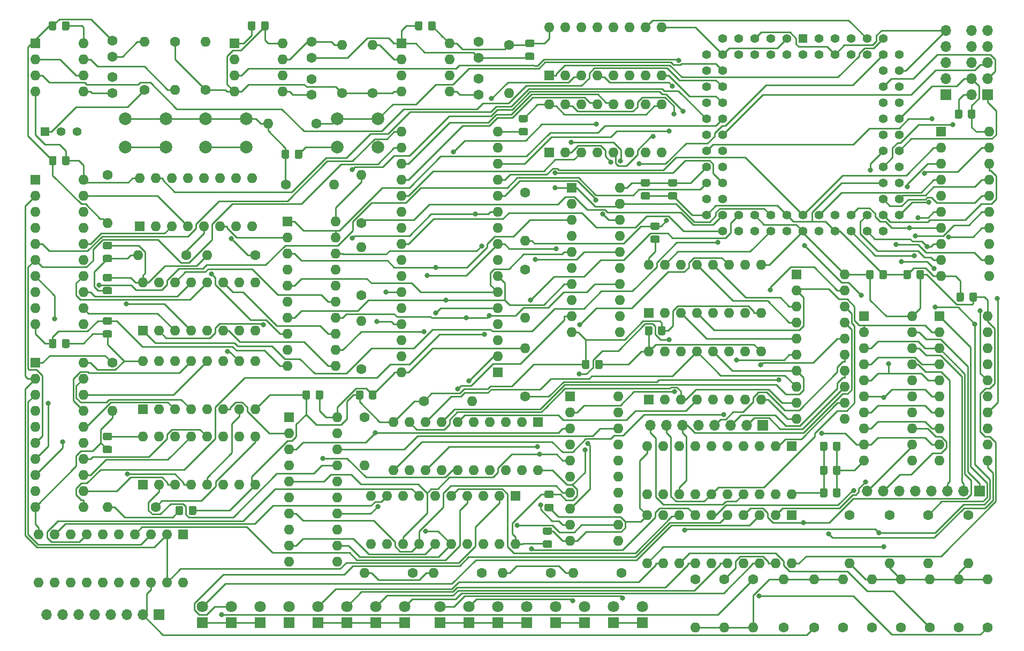
<source format=gbr>
%TF.GenerationSoftware,KiCad,Pcbnew,(5.1.10)-1*%
%TF.CreationDate,2021-08-25T13:13:58+08:00*%
%TF.ProjectId,MAX7000CPU-Gen2,4d415837-3030-4304-9350-552d47656e32,rev?*%
%TF.SameCoordinates,Original*%
%TF.FileFunction,Copper,L1,Top*%
%TF.FilePolarity,Positive*%
%FSLAX46Y46*%
G04 Gerber Fmt 4.6, Leading zero omitted, Abs format (unit mm)*
G04 Created by KiCad (PCBNEW (5.1.10)-1) date 2021-08-25 13:13:58*
%MOMM*%
%LPD*%
G01*
G04 APERTURE LIST*
%TA.AperFunction,ComponentPad*%
%ADD10O,1.700000X1.700000*%
%TD*%
%TA.AperFunction,ComponentPad*%
%ADD11R,1.700000X1.700000*%
%TD*%
%TA.AperFunction,ComponentPad*%
%ADD12O,1.600000X1.600000*%
%TD*%
%TA.AperFunction,ComponentPad*%
%ADD13R,1.600000X1.600000*%
%TD*%
%TA.AperFunction,ComponentPad*%
%ADD14C,1.600000*%
%TD*%
%TA.AperFunction,ComponentPad*%
%ADD15C,1.400000*%
%TD*%
%TA.AperFunction,ComponentPad*%
%ADD16R,1.400000X1.400000*%
%TD*%
%TA.AperFunction,ComponentPad*%
%ADD17C,1.422400*%
%TD*%
%TA.AperFunction,ComponentPad*%
%ADD18R,1.422400X1.422400*%
%TD*%
%TA.AperFunction,ComponentPad*%
%ADD19C,2.000000*%
%TD*%
%TA.AperFunction,ComponentPad*%
%ADD20C,1.800000*%
%TD*%
%TA.AperFunction,ComponentPad*%
%ADD21R,1.800000X1.800000*%
%TD*%
%TA.AperFunction,ViaPad*%
%ADD22C,0.800000*%
%TD*%
%TA.AperFunction,Conductor*%
%ADD23C,0.250000*%
%TD*%
G04 APERTURE END LIST*
D10*
%TO.P,J2,8*%
%TO.N,/Ins7*%
X152400000Y-93472000D03*
%TO.P,J2,7*%
%TO.N,/Ins6*%
X154940000Y-93472000D03*
%TO.P,J2,6*%
%TO.N,/Ins5*%
X157480000Y-93472000D03*
%TO.P,J2,5*%
%TO.N,/Ins4*%
X160020000Y-93472000D03*
%TO.P,J2,4*%
%TO.N,/Ins3*%
X162560000Y-93472000D03*
%TO.P,J2,3*%
%TO.N,/Ins2*%
X165100000Y-93472000D03*
%TO.P,J2,2*%
%TO.N,/Ins1*%
X167640000Y-93472000D03*
D11*
%TO.P,J2,1*%
%TO.N,/Ins0*%
X170180000Y-93472000D03*
%TD*%
D12*
%TO.P,U18,16*%
%TO.N,+5V*%
X117856000Y-71374000D03*
%TO.P,U18,8*%
%TO.N,GND*%
X135636000Y-78994000D03*
%TO.P,U18,15*%
%TO.N,StackCount*%
X120396000Y-71374000D03*
%TO.P,U18,7*%
%TO.N,Net-(U18-Pad7)*%
X133096000Y-78994000D03*
%TO.P,U18,14*%
%TO.N,Net-(U18-Pad14)*%
X122936000Y-71374000D03*
%TO.P,U18,6*%
%TO.N,Net-(U18-Pad6)*%
X130556000Y-78994000D03*
%TO.P,U18,13*%
%TO.N,/B6*%
X125476000Y-71374000D03*
%TO.P,U18,5*%
%TO.N,Net-(U17-Pad7)*%
X128016000Y-78994000D03*
%TO.P,U18,12*%
%TO.N,/B5*%
X128016000Y-71374000D03*
%TO.P,U18,4*%
%TO.N,/B4*%
X125476000Y-78994000D03*
%TO.P,U18,11*%
%TO.N,Net-(U18-Pad11)*%
X130556000Y-71374000D03*
%TO.P,U18,3*%
%TO.N,/B7*%
X122936000Y-78994000D03*
%TO.P,U18,10*%
%TO.N,StackCountDirection*%
X133096000Y-71374000D03*
%TO.P,U18,2*%
%TO.N,Net-(U18-Pad2)*%
X120396000Y-78994000D03*
%TO.P,U18,9*%
%TO.N,+5V*%
X135636000Y-71374000D03*
D13*
%TO.P,U18,1*%
%TO.N,HighStackJump*%
X117856000Y-78994000D03*
%TD*%
D12*
%TO.P,U7,16*%
%TO.N,+5V*%
X37846000Y-60452000D03*
%TO.P,U7,8*%
%TO.N,GND*%
X55626000Y-68072000D03*
%TO.P,U7,15*%
%TO.N,Count*%
X40386000Y-60452000D03*
%TO.P,U7,7*%
%TO.N,Net-(U7-Pad7)*%
X53086000Y-68072000D03*
%TO.P,U7,14*%
%TO.N,Net-(U10-Pad15)*%
X42926000Y-60452000D03*
%TO.P,U7,6*%
%TO.N,Net-(U10-Pad11)*%
X50546000Y-68072000D03*
%TO.P,U7,13*%
%TO.N,Net-(U4-Pad13)*%
X45466000Y-60452000D03*
%TO.P,U7,5*%
%TO.N,Net-(U6-Pad7)*%
X48006000Y-68072000D03*
%TO.P,U7,12*%
%TO.N,Net-(U4-Pad14)*%
X48006000Y-60452000D03*
%TO.P,U7,4*%
%TO.N,Net-(U4-Pad15)*%
X45466000Y-68072000D03*
%TO.P,U7,11*%
%TO.N,Net-(U10-Pad13)*%
X50546000Y-60452000D03*
%TO.P,U7,3*%
%TO.N,Net-(U4-Pad12)*%
X42926000Y-68072000D03*
%TO.P,U7,10*%
%TO.N,Net-(R10-Pad1)*%
X53086000Y-60452000D03*
%TO.P,U7,2*%
%TO.N,Net-(U10-Pad17)*%
X40386000Y-68072000D03*
%TO.P,U7,9*%
%TO.N,Net-(R12-Pad1)*%
X55626000Y-60452000D03*
D13*
%TO.P,U7,1*%
%TO.N,JumpEnable*%
X37846000Y-68072000D03*
%TD*%
D10*
%TO.P,J4,10*%
%TO.N,GND*%
X168910000Y-20574000D03*
%TO.P,J4,9*%
%TO.N,TDI*%
X171450000Y-20574000D03*
%TO.P,J4,8*%
%TO.N,Net-(J4-Pad8)*%
X168910000Y-23114000D03*
%TO.P,J4,7*%
%TO.N,Net-(J4-Pad7)*%
X171450000Y-23114000D03*
%TO.P,J4,6*%
%TO.N,Net-(J4-Pad6)*%
X168910000Y-25654000D03*
%TO.P,J4,5*%
%TO.N,TMS*%
X171450000Y-25654000D03*
%TO.P,J4,4*%
%TO.N,+5V*%
X168910000Y-28194000D03*
%TO.P,J4,3*%
%TO.N,TDO*%
X171450000Y-28194000D03*
%TO.P,J4,2*%
%TO.N,GND*%
X168910000Y-30734000D03*
D11*
%TO.P,J4,1*%
%TO.N,TCK*%
X171450000Y-30734000D03*
%TD*%
D12*
%TO.P,U21,20*%
%TO.N,+5V*%
X44196000Y-107950000D03*
%TO.P,U21,10*%
%TO.N,GND*%
X21336000Y-100330000D03*
%TO.P,U21,19*%
%TO.N,/B0*%
X41656000Y-107950000D03*
%TO.P,U21,9*%
%TO.N,/B7*%
X23876000Y-100330000D03*
%TO.P,U21,18*%
%TO.N,/B1*%
X39116000Y-107950000D03*
%TO.P,U21,8*%
%TO.N,/B6*%
X26416000Y-100330000D03*
%TO.P,U21,17*%
%TO.N,/B2*%
X36576000Y-107950000D03*
%TO.P,U21,7*%
%TO.N,/B5*%
X28956000Y-100330000D03*
%TO.P,U21,16*%
%TO.N,/B3*%
X34036000Y-107950000D03*
%TO.P,U21,6*%
%TO.N,/B4*%
X31496000Y-100330000D03*
%TO.P,U21,15*%
X31496000Y-107950000D03*
%TO.P,U21,5*%
%TO.N,/B3*%
X34036000Y-100330000D03*
%TO.P,U21,14*%
%TO.N,/B5*%
X28956000Y-107950000D03*
%TO.P,U21,4*%
%TO.N,/B2*%
X36576000Y-100330000D03*
%TO.P,U21,13*%
%TO.N,/B6*%
X26416000Y-107950000D03*
%TO.P,U21,3*%
%TO.N,/B1*%
X39116000Y-100330000D03*
%TO.P,U21,12*%
%TO.N,/B7*%
X23876000Y-107950000D03*
%TO.P,U21,2*%
%TO.N,/B0*%
X41656000Y-100330000D03*
%TO.P,U21,11*%
%TO.N,MainRegReadControl*%
X21336000Y-107950000D03*
D13*
%TO.P,U21,1*%
%TO.N,MainRegOutputControl*%
X44196000Y-100330000D03*
%TD*%
%TO.P,C34,2*%
%TO.N,GND*%
%TA.AperFunction,SMDPad,CuDef*%
G36*
G01*
X101633000Y-95467500D02*
X102583000Y-95467500D01*
G75*
G02*
X102833000Y-95717500I0J-250000D01*
G01*
X102833000Y-96392500D01*
G75*
G02*
X102583000Y-96642500I-250000J0D01*
G01*
X101633000Y-96642500D01*
G75*
G02*
X101383000Y-96392500I0J250000D01*
G01*
X101383000Y-95717500D01*
G75*
G02*
X101633000Y-95467500I250000J0D01*
G01*
G37*
%TD.AperFunction*%
%TO.P,C34,1*%
%TO.N,+5V*%
%TA.AperFunction,SMDPad,CuDef*%
G36*
G01*
X101633000Y-93392500D02*
X102583000Y-93392500D01*
G75*
G02*
X102833000Y-93642500I0J-250000D01*
G01*
X102833000Y-94317500D01*
G75*
G02*
X102583000Y-94567500I-250000J0D01*
G01*
X101633000Y-94567500D01*
G75*
G02*
X101383000Y-94317500I0J250000D01*
G01*
X101383000Y-93642500D01*
G75*
G02*
X101633000Y-93392500I250000J0D01*
G01*
G37*
%TD.AperFunction*%
%TD*%
%TO.P,C33,1*%
%TO.N,+5V*%
%TA.AperFunction,SMDPad,CuDef*%
G36*
G01*
X117269000Y-68547000D02*
X117269000Y-67597000D01*
G75*
G02*
X117519000Y-67347000I250000J0D01*
G01*
X118194000Y-67347000D01*
G75*
G02*
X118444000Y-67597000I0J-250000D01*
G01*
X118444000Y-68547000D01*
G75*
G02*
X118194000Y-68797000I-250000J0D01*
G01*
X117519000Y-68797000D01*
G75*
G02*
X117269000Y-68547000I0J250000D01*
G01*
G37*
%TD.AperFunction*%
%TO.P,C33,2*%
%TO.N,GND*%
%TA.AperFunction,SMDPad,CuDef*%
G36*
G01*
X119344000Y-68547000D02*
X119344000Y-67597000D01*
G75*
G02*
X119594000Y-67347000I250000J0D01*
G01*
X120269000Y-67347000D01*
G75*
G02*
X120519000Y-67597000I0J-250000D01*
G01*
X120519000Y-68547000D01*
G75*
G02*
X120269000Y-68797000I-250000J0D01*
G01*
X119594000Y-68797000D01*
G75*
G02*
X119344000Y-68547000I0J250000D01*
G01*
G37*
%TD.AperFunction*%
%TD*%
D12*
%TO.P,R12,2*%
%TO.N,+5V*%
X32258000Y-96012000D03*
D14*
%TO.P,R12,1*%
%TO.N,Net-(R12-Pad1)*%
X39878000Y-96012000D03*
%TD*%
D12*
%TO.P,R10,2*%
%TO.N,+5V*%
X48006000Y-56134000D03*
D14*
%TO.P,R10,1*%
%TO.N,Net-(R10-Pad1)*%
X55626000Y-56134000D03*
%TD*%
D15*
%TO.P,RV1,3*%
%TO.N,Net-(RV1-Pad3)*%
X27432000Y-36576000D03*
%TO.P,RV1,2*%
%TO.N,Net-(R2-Pad2)*%
X24892000Y-36576000D03*
D16*
%TO.P,RV1,1*%
%TO.N,Net-(R1-Pad1)*%
X22352000Y-36576000D03*
%TD*%
D12*
%TO.P,R32,2*%
%TO.N,GND*%
X149606000Y-104902000D03*
D14*
%TO.P,R32,1*%
%TO.N,Net-(R32-Pad1)*%
X149606000Y-97282000D03*
%TD*%
D12*
%TO.P,R31,2*%
%TO.N,GND*%
X155956000Y-104902000D03*
D14*
%TO.P,R31,1*%
%TO.N,Net-(R31-Pad1)*%
X155956000Y-97282000D03*
%TD*%
D12*
%TO.P,R18,2*%
%TO.N,Net-(R18-Pad2)*%
X89916000Y-79248000D03*
D14*
%TO.P,R18,1*%
%TO.N,GND*%
X82296000Y-79248000D03*
%TD*%
D12*
%TO.P,R14,2*%
%TO.N,Net-(R14-Pad2)*%
X68072000Y-44958000D03*
D14*
%TO.P,R14,1*%
%TO.N,GND*%
X60452000Y-44958000D03*
%TD*%
D12*
%TO.P,R19,2*%
%TO.N,+5V*%
X98298000Y-70866000D03*
D14*
%TO.P,R19,1*%
%TO.N,RAM_Addr_Enable*%
X98298000Y-78486000D03*
%TD*%
D12*
%TO.P,R20,2*%
%TO.N,+5V*%
X98298000Y-66040000D03*
D14*
%TO.P,R20,1*%
%TO.N,StackOutControl*%
X98298000Y-58420000D03*
%TD*%
D12*
%TO.P,R16,2*%
%TO.N,+5V*%
X72390000Y-54864000D03*
D14*
%TO.P,R16,1*%
%TO.N,MemOutEnable*%
X72390000Y-62484000D03*
%TD*%
D12*
%TO.P,R15,2*%
%TO.N,+5V*%
X72390000Y-43434000D03*
D14*
%TO.P,R15,1*%
%TO.N,MemWriteControl*%
X72390000Y-51054000D03*
%TD*%
D12*
%TO.P,R17,2*%
%TO.N,+5V*%
X72390000Y-66548000D03*
D14*
%TO.P,R17,1*%
%TO.N,Net-(R17-Pad1)*%
X72390000Y-74168000D03*
%TD*%
D12*
%TO.P,R21,2*%
%TO.N,GND*%
X98298000Y-53848000D03*
D14*
%TO.P,R21,1*%
%TO.N,Net-(R21-Pad1)*%
X98298000Y-46228000D03*
%TD*%
D12*
%TO.P,R13,2*%
%TO.N,+5V*%
X72898000Y-89408000D03*
D14*
%TO.P,R13,1*%
%TO.N,CounterOutControl*%
X72898000Y-81788000D03*
%TD*%
D12*
%TO.P,R11,2*%
%TO.N,GND*%
X33020000Y-80772000D03*
D14*
%TO.P,R11,1*%
%TO.N,Net-(R11-Pad1)*%
X33020000Y-73152000D03*
%TD*%
D12*
%TO.P,R22,2*%
%TO.N,GND*%
X125222000Y-115062000D03*
D14*
%TO.P,R22,1*%
%TO.N,Net-(R22-Pad1)*%
X125222000Y-107442000D03*
%TD*%
D12*
%TO.P,R23,2*%
%TO.N,GND*%
X129794000Y-115062000D03*
D14*
%TO.P,R23,1*%
%TO.N,Net-(R23-Pad1)*%
X129794000Y-107442000D03*
%TD*%
D12*
%TO.P,R8,2*%
%TO.N,GND*%
X32258000Y-51054000D03*
D14*
%TO.P,R8,1*%
%TO.N,Net-(R8-Pad1)*%
X32258000Y-43434000D03*
%TD*%
D12*
%TO.P,R9,2*%
%TO.N,GND*%
X37084000Y-56134000D03*
D14*
%TO.P,R9,1*%
%TO.N,Net-(R9-Pad1)*%
X44704000Y-56134000D03*
%TD*%
D12*
%TO.P,R30,2*%
%TO.N,GND*%
X162052000Y-104902000D03*
D14*
%TO.P,R30,1*%
%TO.N,Net-(R30-Pad1)*%
X162052000Y-97282000D03*
%TD*%
D12*
%TO.P,R29,2*%
%TO.N,GND*%
X168402000Y-104902000D03*
D14*
%TO.P,R29,1*%
%TO.N,Net-(R29-Pad1)*%
X168402000Y-97282000D03*
%TD*%
D12*
%TO.P,R28,2*%
%TO.N,GND*%
X134366000Y-115062000D03*
D14*
%TO.P,R28,1*%
%TO.N,MainRegOutputControl*%
X134366000Y-107442000D03*
%TD*%
D12*
%TO.P,U20,20*%
%TO.N,+5V*%
X113030000Y-78486000D03*
%TO.P,U20,10*%
%TO.N,GND*%
X105410000Y-101346000D03*
%TO.P,U20,19*%
%TO.N,StackOutControl*%
X113030000Y-81026000D03*
%TO.P,U20,9*%
%TO.N,/RA_H4*%
X105410000Y-98806000D03*
%TO.P,U20,18*%
%TO.N,/RA_H0*%
X113030000Y-83566000D03*
%TO.P,U20,8*%
%TO.N,Net-(U17-Pad2)*%
X105410000Y-96266000D03*
%TO.P,U20,17*%
%TO.N,Net-(U18-Pad2)*%
X113030000Y-86106000D03*
%TO.P,U20,7*%
%TO.N,/RA_H5*%
X105410000Y-93726000D03*
%TO.P,U20,16*%
%TO.N,/RA_H1*%
X113030000Y-88646000D03*
%TO.P,U20,6*%
%TO.N,Net-(U17-Pad14)*%
X105410000Y-91186000D03*
%TO.P,U20,15*%
%TO.N,Net-(U18-Pad14)*%
X113030000Y-91186000D03*
%TO.P,U20,5*%
%TO.N,/RA_H6*%
X105410000Y-88646000D03*
%TO.P,U20,14*%
%TO.N,/RA_H2*%
X113030000Y-93726000D03*
%TO.P,U20,4*%
%TO.N,Net-(U17-Pad11)*%
X105410000Y-86106000D03*
%TO.P,U20,13*%
%TO.N,Net-(U18-Pad11)*%
X113030000Y-96266000D03*
%TO.P,U20,3*%
%TO.N,/RA_H7*%
X105410000Y-83566000D03*
%TO.P,U20,12*%
%TO.N,/RA_H3*%
X113030000Y-98806000D03*
%TO.P,U20,2*%
%TO.N,Net-(U17-Pad6)*%
X105410000Y-81026000D03*
%TO.P,U20,11*%
%TO.N,Net-(U18-Pad6)*%
X113030000Y-101346000D03*
D13*
%TO.P,U20,1*%
%TO.N,StackOutControl*%
X105410000Y-78486000D03*
%TD*%
D12*
%TO.P,U19,20*%
%TO.N,+5V*%
X113284000Y-45466000D03*
%TO.P,U19,10*%
%TO.N,GND*%
X105664000Y-68326000D03*
%TO.P,U19,19*%
%TO.N,StackOutControl*%
X113284000Y-48006000D03*
%TO.P,U19,9*%
%TO.N,/RA_L4*%
X105664000Y-65786000D03*
%TO.P,U19,18*%
%TO.N,/RA_L0*%
X113284000Y-50546000D03*
%TO.P,U19,8*%
%TO.N,Net-(U15-Pad2)*%
X105664000Y-63246000D03*
%TO.P,U19,17*%
%TO.N,Net-(U16-Pad2)*%
X113284000Y-53086000D03*
%TO.P,U19,7*%
%TO.N,/RA_L5*%
X105664000Y-60706000D03*
%TO.P,U19,16*%
%TO.N,/RA_L1*%
X113284000Y-55626000D03*
%TO.P,U19,6*%
%TO.N,Net-(U15-Pad14)*%
X105664000Y-58166000D03*
%TO.P,U19,15*%
%TO.N,Net-(U16-Pad14)*%
X113284000Y-58166000D03*
%TO.P,U19,5*%
%TO.N,/RA_L6*%
X105664000Y-55626000D03*
%TO.P,U19,14*%
%TO.N,/RA_L2*%
X113284000Y-60706000D03*
%TO.P,U19,4*%
%TO.N,Net-(U15-Pad11)*%
X105664000Y-53086000D03*
%TO.P,U19,13*%
%TO.N,Net-(U16-Pad11)*%
X113284000Y-63246000D03*
%TO.P,U19,3*%
%TO.N,/RA_L7*%
X105664000Y-50546000D03*
%TO.P,U19,12*%
%TO.N,/RA_L3*%
X113284000Y-65786000D03*
%TO.P,U19,2*%
%TO.N,Net-(U15-Pad6)*%
X105664000Y-48006000D03*
%TO.P,U19,11*%
%TO.N,Net-(U16-Pad6)*%
X113284000Y-68326000D03*
D13*
%TO.P,U19,1*%
%TO.N,StackOutControl*%
X105664000Y-45466000D03*
%TD*%
D12*
%TO.P,U17,16*%
%TO.N,+5V*%
X117856000Y-57658000D03*
%TO.P,U17,8*%
%TO.N,GND*%
X135636000Y-65278000D03*
%TO.P,U17,15*%
%TO.N,StackCount*%
X120396000Y-57658000D03*
%TO.P,U17,7*%
%TO.N,Net-(U17-Pad7)*%
X133096000Y-65278000D03*
%TO.P,U17,14*%
%TO.N,Net-(U17-Pad14)*%
X122936000Y-57658000D03*
%TO.P,U17,6*%
%TO.N,Net-(U17-Pad6)*%
X130556000Y-65278000D03*
%TO.P,U17,13*%
%TO.N,/B2*%
X125476000Y-57658000D03*
%TO.P,U17,5*%
%TO.N,Net-(U16-Pad7)*%
X128016000Y-65278000D03*
%TO.P,U17,12*%
%TO.N,/B1*%
X128016000Y-57658000D03*
%TO.P,U17,4*%
%TO.N,/B0*%
X125476000Y-65278000D03*
%TO.P,U17,11*%
%TO.N,Net-(U17-Pad11)*%
X130556000Y-57658000D03*
%TO.P,U17,3*%
%TO.N,/B3*%
X122936000Y-65278000D03*
%TO.P,U17,10*%
%TO.N,StackCountDirection*%
X133096000Y-57658000D03*
%TO.P,U17,2*%
%TO.N,Net-(U17-Pad2)*%
X120396000Y-65278000D03*
%TO.P,U17,9*%
%TO.N,+5V*%
X135636000Y-57658000D03*
D13*
%TO.P,U17,1*%
%TO.N,HighStackJump*%
X117856000Y-65278000D03*
%TD*%
D12*
%TO.P,U16,16*%
%TO.N,+5V*%
X102108000Y-32258000D03*
%TO.P,U16,8*%
%TO.N,GND*%
X119888000Y-39878000D03*
%TO.P,U16,15*%
%TO.N,StackCount*%
X104648000Y-32258000D03*
%TO.P,U16,7*%
%TO.N,Net-(U16-Pad7)*%
X117348000Y-39878000D03*
%TO.P,U16,14*%
%TO.N,Net-(U16-Pad14)*%
X107188000Y-32258000D03*
%TO.P,U16,6*%
%TO.N,Net-(U16-Pad6)*%
X114808000Y-39878000D03*
%TO.P,U16,13*%
%TO.N,/B6*%
X109728000Y-32258000D03*
%TO.P,U16,5*%
%TO.N,Net-(U15-Pad7)*%
X112268000Y-39878000D03*
%TO.P,U16,12*%
%TO.N,/B5*%
X112268000Y-32258000D03*
%TO.P,U16,4*%
%TO.N,/B4*%
X109728000Y-39878000D03*
%TO.P,U16,11*%
%TO.N,Net-(U16-Pad11)*%
X114808000Y-32258000D03*
%TO.P,U16,3*%
%TO.N,/B7*%
X107188000Y-39878000D03*
%TO.P,U16,10*%
%TO.N,StackCountDirection*%
X117348000Y-32258000D03*
%TO.P,U16,2*%
%TO.N,Net-(U16-Pad2)*%
X104648000Y-39878000D03*
%TO.P,U16,9*%
%TO.N,+5V*%
X119888000Y-32258000D03*
D13*
%TO.P,U16,1*%
%TO.N,LowStackJump*%
X102108000Y-39878000D03*
%TD*%
D12*
%TO.P,U15,16*%
%TO.N,+5V*%
X102108000Y-20066000D03*
%TO.P,U15,8*%
%TO.N,GND*%
X119888000Y-27686000D03*
%TO.P,U15,15*%
%TO.N,StackCount*%
X104648000Y-20066000D03*
%TO.P,U15,7*%
%TO.N,Net-(U15-Pad7)*%
X117348000Y-27686000D03*
%TO.P,U15,14*%
%TO.N,Net-(U15-Pad14)*%
X107188000Y-20066000D03*
%TO.P,U15,6*%
%TO.N,Net-(U15-Pad6)*%
X114808000Y-27686000D03*
%TO.P,U15,13*%
%TO.N,/B2*%
X109728000Y-20066000D03*
%TO.P,U15,5*%
%TO.N,Net-(R21-Pad1)*%
X112268000Y-27686000D03*
%TO.P,U15,12*%
%TO.N,/B1*%
X112268000Y-20066000D03*
%TO.P,U15,4*%
%TO.N,/B0*%
X109728000Y-27686000D03*
%TO.P,U15,11*%
%TO.N,Net-(U15-Pad11)*%
X114808000Y-20066000D03*
%TO.P,U15,3*%
%TO.N,/B3*%
X107188000Y-27686000D03*
%TO.P,U15,10*%
%TO.N,StackCountDirection*%
X117348000Y-20066000D03*
%TO.P,U15,2*%
%TO.N,Net-(U15-Pad2)*%
X104648000Y-27686000D03*
%TO.P,U15,9*%
%TO.N,+5V*%
X119888000Y-20066000D03*
D13*
%TO.P,U15,1*%
%TO.N,LowStackJump*%
X102108000Y-27686000D03*
%TD*%
D12*
%TO.P,U12,32*%
%TO.N,+5V*%
X78740000Y-74676000D03*
%TO.P,U12,16*%
%TO.N,GND*%
X93980000Y-36576000D03*
%TO.P,U12,31*%
%TO.N,/RA_H7*%
X78740000Y-72136000D03*
%TO.P,U12,15*%
%TO.N,/B2*%
X93980000Y-39116000D03*
%TO.P,U12,30*%
%TO.N,Net-(R17-Pad1)*%
X78740000Y-69596000D03*
%TO.P,U12,14*%
%TO.N,/B1*%
X93980000Y-41656000D03*
%TO.P,U12,29*%
%TO.N,MemWriteControl*%
X78740000Y-67056000D03*
%TO.P,U12,13*%
%TO.N,/B0*%
X93980000Y-44196000D03*
%TO.P,U12,28*%
%TO.N,/RA_H5*%
X78740000Y-64516000D03*
%TO.P,U12,12*%
%TO.N,/RA_L0*%
X93980000Y-46736000D03*
%TO.P,U12,27*%
%TO.N,/RA_H0*%
X78740000Y-61976000D03*
%TO.P,U12,11*%
%TO.N,/RA_L1*%
X93980000Y-49276000D03*
%TO.P,U12,26*%
%TO.N,/RA_H1*%
X78740000Y-59436000D03*
%TO.P,U12,10*%
%TO.N,/RA_L2*%
X93980000Y-51816000D03*
%TO.P,U12,25*%
%TO.N,/RA_H3*%
X78740000Y-56896000D03*
%TO.P,U12,9*%
%TO.N,/RA_L3*%
X93980000Y-54356000D03*
%TO.P,U12,24*%
%TO.N,MemOutEnable*%
X78740000Y-54356000D03*
%TO.P,U12,8*%
%TO.N,/RA_L4*%
X93980000Y-56896000D03*
%TO.P,U12,23*%
%TO.N,/RA_H2*%
X78740000Y-51816000D03*
%TO.P,U12,7*%
%TO.N,/RA_L5*%
X93980000Y-59436000D03*
%TO.P,U12,22*%
%TO.N,Net-(R14-Pad2)*%
X78740000Y-49276000D03*
%TO.P,U12,6*%
%TO.N,/RA_L6*%
X93980000Y-61976000D03*
%TO.P,U12,21*%
%TO.N,/B7*%
X78740000Y-46736000D03*
%TO.P,U12,5*%
%TO.N,/RA_L7*%
X93980000Y-64516000D03*
%TO.P,U12,20*%
%TO.N,/B6*%
X78740000Y-44196000D03*
%TO.P,U12,4*%
%TO.N,/RA_H4*%
X93980000Y-67056000D03*
%TO.P,U12,19*%
%TO.N,/B5*%
X78740000Y-41656000D03*
%TO.P,U12,3*%
%TO.N,/RA_H6*%
X93980000Y-69596000D03*
%TO.P,U12,18*%
%TO.N,/B4*%
X78740000Y-39116000D03*
%TO.P,U12,2*%
%TO.N,Net-(R18-Pad2)*%
X93980000Y-72136000D03*
%TO.P,U12,17*%
%TO.N,/B3*%
X78740000Y-36576000D03*
D13*
%TO.P,U12,1*%
%TO.N,Net-(U12-Pad1)*%
X93980000Y-74676000D03*
%TD*%
D12*
%TO.P,U11,20*%
%TO.N,+5V*%
X68580000Y-81788000D03*
%TO.P,U11,10*%
%TO.N,GND*%
X60960000Y-104648000D03*
%TO.P,U11,19*%
%TO.N,CounterOutControl*%
X68580000Y-84328000D03*
%TO.P,U11,9*%
%TO.N,/RA_H4*%
X60960000Y-102108000D03*
%TO.P,U11,18*%
%TO.N,/RA_H0*%
X68580000Y-86868000D03*
%TO.P,U11,8*%
%TO.N,Net-(U11-Pad8)*%
X60960000Y-99568000D03*
%TO.P,U11,17*%
%TO.N,Net-(U11-Pad17)*%
X68580000Y-89408000D03*
%TO.P,U11,7*%
%TO.N,/RA_H5*%
X60960000Y-97028000D03*
%TO.P,U11,16*%
%TO.N,/RA_H1*%
X68580000Y-91948000D03*
%TO.P,U11,6*%
%TO.N,Net-(U11-Pad6)*%
X60960000Y-94488000D03*
%TO.P,U11,15*%
%TO.N,Net-(U11-Pad15)*%
X68580000Y-94488000D03*
%TO.P,U11,5*%
%TO.N,/RA_H6*%
X60960000Y-91948000D03*
%TO.P,U11,14*%
%TO.N,/RA_H2*%
X68580000Y-97028000D03*
%TO.P,U11,4*%
%TO.N,Net-(U11-Pad4)*%
X60960000Y-89408000D03*
%TO.P,U11,13*%
%TO.N,Net-(U11-Pad13)*%
X68580000Y-99568000D03*
%TO.P,U11,3*%
%TO.N,/RA_H7*%
X60960000Y-86868000D03*
%TO.P,U11,12*%
%TO.N,/RA_H3*%
X68580000Y-102108000D03*
%TO.P,U11,2*%
%TO.N,Net-(U11-Pad2)*%
X60960000Y-84328000D03*
%TO.P,U11,11*%
%TO.N,Net-(U11-Pad11)*%
X68580000Y-104648000D03*
D13*
%TO.P,U11,1*%
%TO.N,CounterOutControl*%
X60960000Y-81788000D03*
%TD*%
D12*
%TO.P,U10,20*%
%TO.N,+5V*%
X68326000Y-50800000D03*
%TO.P,U10,10*%
%TO.N,GND*%
X60706000Y-73660000D03*
%TO.P,U10,19*%
%TO.N,CounterOutControl*%
X68326000Y-53340000D03*
%TO.P,U10,9*%
%TO.N,/RA_L4*%
X60706000Y-71120000D03*
%TO.P,U10,18*%
%TO.N,/RA_L0*%
X68326000Y-55880000D03*
%TO.P,U10,8*%
%TO.N,Net-(U10-Pad8)*%
X60706000Y-68580000D03*
%TO.P,U10,17*%
%TO.N,Net-(U10-Pad17)*%
X68326000Y-58420000D03*
%TO.P,U10,7*%
%TO.N,/RA_L5*%
X60706000Y-66040000D03*
%TO.P,U10,16*%
%TO.N,/RA_L1*%
X68326000Y-60960000D03*
%TO.P,U10,6*%
%TO.N,Net-(U10-Pad6)*%
X60706000Y-63500000D03*
%TO.P,U10,15*%
%TO.N,Net-(U10-Pad15)*%
X68326000Y-63500000D03*
%TO.P,U10,5*%
%TO.N,/RA_L6*%
X60706000Y-60960000D03*
%TO.P,U10,14*%
%TO.N,/RA_L2*%
X68326000Y-66040000D03*
%TO.P,U10,4*%
%TO.N,Net-(U10-Pad4)*%
X60706000Y-58420000D03*
%TO.P,U10,13*%
%TO.N,Net-(U10-Pad13)*%
X68326000Y-68580000D03*
%TO.P,U10,3*%
%TO.N,/RA_L7*%
X60706000Y-55880000D03*
%TO.P,U10,12*%
%TO.N,/RA_L3*%
X68326000Y-71120000D03*
%TO.P,U10,2*%
%TO.N,Net-(U10-Pad2)*%
X60706000Y-53340000D03*
%TO.P,U10,11*%
%TO.N,Net-(U10-Pad11)*%
X68326000Y-73660000D03*
D13*
%TO.P,U10,1*%
%TO.N,CounterOutControl*%
X60706000Y-50800000D03*
%TD*%
D12*
%TO.P,U9,16*%
%TO.N,+5V*%
X37846000Y-84836000D03*
%TO.P,U9,8*%
%TO.N,GND*%
X55626000Y-92456000D03*
%TO.P,U9,15*%
%TO.N,Count*%
X40386000Y-84836000D03*
%TO.P,U9,7*%
%TO.N,Net-(U9-Pad7)*%
X53086000Y-92456000D03*
%TO.P,U9,14*%
%TO.N,Net-(U11-Pad15)*%
X42926000Y-84836000D03*
%TO.P,U9,6*%
%TO.N,Net-(U11-Pad11)*%
X50546000Y-92456000D03*
%TO.P,U9,13*%
%TO.N,Net-(U5-Pad13)*%
X45466000Y-84836000D03*
%TO.P,U9,5*%
%TO.N,Net-(U8-Pad7)*%
X48006000Y-92456000D03*
%TO.P,U9,12*%
%TO.N,Net-(U5-Pad14)*%
X48006000Y-84836000D03*
%TO.P,U9,4*%
%TO.N,Net-(U5-Pad15)*%
X45466000Y-92456000D03*
%TO.P,U9,11*%
%TO.N,Net-(U11-Pad13)*%
X50546000Y-84836000D03*
%TO.P,U9,3*%
%TO.N,Net-(U5-Pad12)*%
X42926000Y-92456000D03*
%TO.P,U9,10*%
%TO.N,Net-(R10-Pad1)*%
X53086000Y-84836000D03*
%TO.P,U9,2*%
%TO.N,Net-(U11-Pad17)*%
X40386000Y-92456000D03*
%TO.P,U9,9*%
%TO.N,Net-(R12-Pad1)*%
X55626000Y-84836000D03*
D13*
%TO.P,U9,1*%
%TO.N,JumpEnable*%
X37846000Y-92456000D03*
%TD*%
D12*
%TO.P,U8,16*%
%TO.N,+5V*%
X37846000Y-72898000D03*
%TO.P,U8,8*%
%TO.N,GND*%
X55626000Y-80518000D03*
%TO.P,U8,15*%
%TO.N,Count*%
X40386000Y-72898000D03*
%TO.P,U8,7*%
%TO.N,Net-(U8-Pad7)*%
X53086000Y-80518000D03*
%TO.P,U8,14*%
%TO.N,Net-(U11-Pad6)*%
X42926000Y-72898000D03*
%TO.P,U8,6*%
%TO.N,Net-(U11-Pad2)*%
X50546000Y-80518000D03*
%TO.P,U8,13*%
%TO.N,Net-(U5-Pad17)*%
X45466000Y-72898000D03*
%TO.P,U8,5*%
%TO.N,Net-(U7-Pad7)*%
X48006000Y-80518000D03*
%TO.P,U8,12*%
%TO.N,Net-(U5-Pad18)*%
X48006000Y-72898000D03*
%TO.P,U8,4*%
%TO.N,Net-(U5-Pad19)*%
X45466000Y-80518000D03*
%TO.P,U8,11*%
%TO.N,Net-(U11-Pad4)*%
X50546000Y-72898000D03*
%TO.P,U8,3*%
%TO.N,Net-(U5-Pad16)*%
X42926000Y-80518000D03*
%TO.P,U8,10*%
%TO.N,Net-(R10-Pad1)*%
X53086000Y-72898000D03*
%TO.P,U8,2*%
%TO.N,Net-(U11-Pad8)*%
X40386000Y-80518000D03*
%TO.P,U8,9*%
%TO.N,Net-(R12-Pad1)*%
X55626000Y-72898000D03*
D13*
%TO.P,U8,1*%
%TO.N,JumpEnable*%
X37846000Y-80518000D03*
%TD*%
D12*
%TO.P,U6,16*%
%TO.N,+5V*%
X37338000Y-43942000D03*
%TO.P,U6,8*%
%TO.N,GND*%
X55118000Y-51562000D03*
%TO.P,U6,15*%
%TO.N,Count*%
X39878000Y-43942000D03*
%TO.P,U6,7*%
%TO.N,Net-(U6-Pad7)*%
X52578000Y-51562000D03*
%TO.P,U6,14*%
%TO.N,Net-(U10-Pad6)*%
X42418000Y-43942000D03*
%TO.P,U6,6*%
%TO.N,Net-(U10-Pad2)*%
X50038000Y-51562000D03*
%TO.P,U6,13*%
%TO.N,Net-(U4-Pad17)*%
X44958000Y-43942000D03*
%TO.P,U6,5*%
%TO.N,Net-(R9-Pad1)*%
X47498000Y-51562000D03*
%TO.P,U6,12*%
%TO.N,Net-(U4-Pad18)*%
X47498000Y-43942000D03*
%TO.P,U6,4*%
%TO.N,Net-(U4-Pad19)*%
X44958000Y-51562000D03*
%TO.P,U6,11*%
%TO.N,Net-(U10-Pad4)*%
X50038000Y-43942000D03*
%TO.P,U6,3*%
%TO.N,Net-(U4-Pad16)*%
X42418000Y-51562000D03*
%TO.P,U6,10*%
%TO.N,Net-(R10-Pad1)*%
X52578000Y-43942000D03*
%TO.P,U6,2*%
%TO.N,Net-(U10-Pad8)*%
X39878000Y-51562000D03*
%TO.P,U6,9*%
%TO.N,Net-(R12-Pad1)*%
X55118000Y-43942000D03*
D13*
%TO.P,U6,1*%
%TO.N,JumpEnable*%
X37338000Y-51562000D03*
%TD*%
D17*
%TO.P,U28,72*%
%TO.N,GND*%
X157480000Y-26924000D03*
%TO.P,U28,70*%
%TO.N,/rB5*%
X157480000Y-29464000D03*
%TO.P,U28,68*%
%TO.N,/rB3*%
X157480000Y-32004000D03*
%TO.P,U28,66*%
%TO.N,+5V*%
X157480000Y-34544000D03*
%TO.P,U28,64*%
%TO.N,/rB0*%
X157480000Y-37084000D03*
%TO.P,U28,62*%
%TO.N,TCK*%
X157480000Y-39624000D03*
%TO.P,U28,60*%
%TO.N,/rA5*%
X157480000Y-42164000D03*
%TO.P,U28,58*%
%TO.N,/rA4*%
X157480000Y-44704000D03*
%TO.P,U28,56*%
%TO.N,/rA2*%
X157480000Y-47244000D03*
%TO.P,U28,54*%
%TO.N,/rA0*%
X157480000Y-49784000D03*
%TO.P,U28,73*%
%TO.N,/rB6*%
X154940000Y-26924000D03*
%TO.P,U28,71*%
%TO.N,TDO*%
X154940000Y-29464000D03*
%TO.P,U28,69*%
%TO.N,/rB4*%
X154940000Y-32004000D03*
%TO.P,U28,67*%
%TO.N,/rB2*%
X154940000Y-34544000D03*
%TO.P,U28,65*%
%TO.N,/rB1*%
X154940000Y-37084000D03*
%TO.P,U28,63*%
%TO.N,/rA7*%
X154940000Y-39624000D03*
%TO.P,U28,61*%
%TO.N,/rA6*%
X154940000Y-42164000D03*
%TO.P,U28,59*%
%TO.N,GND*%
X154940000Y-44704000D03*
%TO.P,U28,57*%
%TO.N,/rA3*%
X154940000Y-47244000D03*
%TO.P,U28,55*%
%TO.N,/rA1*%
X154940000Y-49784000D03*
%TO.P,U28,53*%
%TO.N,+5V*%
X154940000Y-52324000D03*
%TO.P,U28,51*%
%TO.N,/B6*%
X152400000Y-52324000D03*
%TO.P,U28,49*%
%TO.N,/B4*%
X149860000Y-52324000D03*
%TO.P,U28,47*%
%TO.N,GND*%
X147320000Y-52324000D03*
%TO.P,U28,45*%
%TO.N,/B1*%
X144780000Y-52324000D03*
%TO.P,U28,43*%
%TO.N,+5V*%
X142240000Y-52324000D03*
%TO.P,U28,41*%
%TO.N,DSPcontrol*%
X139700000Y-52324000D03*
%TO.P,U28,39*%
%TO.N,StackCount*%
X137160000Y-52324000D03*
%TO.P,U28,37*%
%TO.N,RAM_Addr_Enable*%
X134620000Y-52324000D03*
%TO.P,U28,35*%
%TO.N,RAM_LowControl*%
X132080000Y-52324000D03*
%TO.P,U28,33*%
%TO.N,MemOutEnable*%
X129540000Y-52324000D03*
%TO.P,U28,52*%
%TO.N,/B7*%
X152400000Y-49784000D03*
%TO.P,U28,50*%
%TO.N,/B5*%
X149860000Y-49784000D03*
%TO.P,U28,48*%
%TO.N,/B3*%
X147320000Y-49784000D03*
%TO.P,U28,46*%
%TO.N,/B2*%
X144780000Y-49784000D03*
%TO.P,U28,44*%
%TO.N,/B0*%
X142240000Y-49784000D03*
%TO.P,U28,42*%
%TO.N,GND*%
X139700000Y-49784000D03*
%TO.P,U28,40*%
%TO.N,StackOutControl*%
X137160000Y-49784000D03*
%TO.P,U28,38*%
%TO.N,+5V*%
X134620000Y-49784000D03*
%TO.P,U28,36*%
%TO.N,RAM_HighControl*%
X132080000Y-49784000D03*
%TO.P,U28,34*%
%TO.N,MemWriteControl*%
X129540000Y-49784000D03*
%TO.P,U28,32*%
%TO.N,GND*%
X127000000Y-49784000D03*
%TO.P,U28,30*%
%TO.N,JumpEnable*%
X127000000Y-47244000D03*
%TO.P,U28,28*%
%TO.N,LOWJumpRegLoad*%
X127000000Y-44704000D03*
%TO.P,U28,26*%
%TO.N,+5V*%
X127000000Y-42164000D03*
%TO.P,U28,24*%
%TO.N,RegAControl*%
X127000000Y-39624000D03*
%TO.P,U28,22*%
%TO.N,InsRegControl*%
X127000000Y-37084000D03*
%TO.P,U28,20*%
%TO.N,Count*%
X127000000Y-34544000D03*
%TO.P,U28,18*%
%TO.N,CLK_Select*%
X127000000Y-32004000D03*
%TO.P,U28,16*%
%TO.N,UserCLK*%
X127000000Y-29464000D03*
%TO.P,U28,14*%
%TO.N,TDI*%
X127000000Y-26924000D03*
%TO.P,U28,12*%
%TO.N,/Ins7*%
X127000000Y-24384000D03*
%TO.P,U28,31*%
%TO.N,MainRegOutputControl*%
X129540000Y-47244000D03*
%TO.P,U28,29*%
%TO.N,HIGHJumpRegLoad*%
X129540000Y-44704000D03*
%TO.P,U28,27*%
%TO.N,MainRegReadControl*%
X129540000Y-42164000D03*
%TO.P,U28,25*%
%TO.N,RegBControl*%
X129540000Y-39624000D03*
%TO.P,U28,23*%
%TO.N,TMS*%
X129540000Y-37084000D03*
%TO.P,U28,21*%
%TO.N,CounterOutControl*%
X129540000Y-34544000D03*
%TO.P,U28,19*%
%TO.N,GND*%
X129540000Y-32004000D03*
%TO.P,U28,17*%
%TO.N,SlowCLK*%
X129540000Y-29464000D03*
%TO.P,U28,15*%
%TO.N,Reset*%
X129540000Y-26924000D03*
%TO.P,U28,13*%
%TO.N,+5V*%
X129540000Y-24384000D03*
%TO.P,U28,75*%
%TO.N,LowStackJump*%
X154940000Y-21844000D03*
%TO.P,U28,77*%
%TO.N,StackCountDirection*%
X152400000Y-21844000D03*
%TO.P,U28,79*%
%TO.N,CLK*%
X149860000Y-21844000D03*
%TO.P,U28,81*%
%TO.N,STATE*%
X147320000Y-21844000D03*
%TO.P,U28,83*%
%TO.N,Net-(U28-Pad83)*%
X144780000Y-21844000D03*
%TO.P,U28,11*%
%TO.N,/Ins6*%
X129540000Y-21844000D03*
%TO.P,U28,9*%
%TO.N,/Ins4*%
X132080000Y-21844000D03*
%TO.P,U28,7*%
%TO.N,GND*%
X134620000Y-21844000D03*
%TO.P,U28,5*%
%TO.N,/Ins1*%
X137160000Y-21844000D03*
%TO.P,U28,3*%
%TO.N,+5V*%
X139700000Y-21844000D03*
D18*
%TO.P,U28,1*%
%TO.N,Net-(U28-Pad1)*%
X142240000Y-21844000D03*
D17*
%TO.P,U28,74*%
%TO.N,/rB7*%
X157480000Y-24384000D03*
%TO.P,U28,76*%
%TO.N,HighStackJump*%
X154940000Y-24384000D03*
%TO.P,U28,78*%
%TO.N,+5V*%
X152400000Y-24384000D03*
%TO.P,U28,80*%
%TO.N,SYNC*%
X149860000Y-24384000D03*
%TO.P,U28,82*%
%TO.N,GND*%
X147320000Y-24384000D03*
%TO.P,U28,84*%
%TO.N,Net-(U28-Pad84)*%
X144780000Y-24384000D03*
%TO.P,U28,10*%
%TO.N,/Ins5*%
X132080000Y-24384000D03*
%TO.P,U28,8*%
%TO.N,/Ins3*%
X134620000Y-24384000D03*
%TO.P,U28,6*%
%TO.N,/Ins2*%
X137160000Y-24384000D03*
%TO.P,U28,4*%
%TO.N,/Ins0*%
X139700000Y-24384000D03*
%TO.P,U28,2*%
%TO.N,Net-(U28-Pad2)*%
X142240000Y-24384000D03*
%TD*%
D12*
%TO.P,U25,20*%
%TO.N,+5V*%
X148844000Y-59182000D03*
%TO.P,U25,10*%
%TO.N,GND*%
X141224000Y-82042000D03*
%TO.P,U25,19*%
%TO.N,/Qo7*%
X148844000Y-61722000D03*
%TO.P,U25,9*%
%TO.N,/B7*%
X141224000Y-79502000D03*
%TO.P,U25,18*%
%TO.N,/Qo6*%
X148844000Y-64262000D03*
%TO.P,U25,8*%
%TO.N,/B6*%
X141224000Y-76962000D03*
%TO.P,U25,17*%
%TO.N,/Qo5*%
X148844000Y-66802000D03*
%TO.P,U25,7*%
%TO.N,/B5*%
X141224000Y-74422000D03*
%TO.P,U25,16*%
%TO.N,/Qo4*%
X148844000Y-69342000D03*
%TO.P,U25,6*%
%TO.N,/B4*%
X141224000Y-71882000D03*
%TO.P,U25,15*%
%TO.N,/Qo3*%
X148844000Y-71882000D03*
%TO.P,U25,5*%
%TO.N,/B3*%
X141224000Y-69342000D03*
%TO.P,U25,14*%
%TO.N,/Qo2*%
X148844000Y-74422000D03*
%TO.P,U25,4*%
%TO.N,/B2*%
X141224000Y-66802000D03*
%TO.P,U25,13*%
%TO.N,/Qo1*%
X148844000Y-76962000D03*
%TO.P,U25,3*%
%TO.N,/B1*%
X141224000Y-64262000D03*
%TO.P,U25,12*%
%TO.N,/Qo0*%
X148844000Y-79502000D03*
%TO.P,U25,2*%
%TO.N,/B0*%
X141224000Y-61722000D03*
%TO.P,U25,11*%
%TO.N,DSPcontrol*%
X148844000Y-82042000D03*
D13*
%TO.P,U25,1*%
%TO.N,Net-(R32-Pad1)*%
X141224000Y-59182000D03*
%TD*%
D12*
%TO.P,U24,20*%
%TO.N,+5V*%
X159512000Y-65786000D03*
%TO.P,U24,10*%
%TO.N,GND*%
X151892000Y-88646000D03*
%TO.P,U24,19*%
%TO.N,/Ins0*%
X159512000Y-68326000D03*
%TO.P,U24,9*%
%TO.N,/B7*%
X151892000Y-86106000D03*
%TO.P,U24,18*%
%TO.N,/Ins1*%
X159512000Y-70866000D03*
%TO.P,U24,8*%
%TO.N,/B6*%
X151892000Y-83566000D03*
%TO.P,U24,17*%
%TO.N,/Ins2*%
X159512000Y-73406000D03*
%TO.P,U24,7*%
%TO.N,/B5*%
X151892000Y-81026000D03*
%TO.P,U24,16*%
%TO.N,/Ins3*%
X159512000Y-75946000D03*
%TO.P,U24,6*%
%TO.N,/B4*%
X151892000Y-78486000D03*
%TO.P,U24,15*%
%TO.N,/Ins4*%
X159512000Y-78486000D03*
%TO.P,U24,5*%
%TO.N,/B3*%
X151892000Y-75946000D03*
%TO.P,U24,14*%
%TO.N,/Ins5*%
X159512000Y-81026000D03*
%TO.P,U24,4*%
%TO.N,/B2*%
X151892000Y-73406000D03*
%TO.P,U24,13*%
%TO.N,/Ins6*%
X159512000Y-83566000D03*
%TO.P,U24,3*%
%TO.N,/B1*%
X151892000Y-70866000D03*
%TO.P,U24,12*%
%TO.N,/Ins7*%
X159512000Y-86106000D03*
%TO.P,U24,2*%
%TO.N,/B0*%
X151892000Y-68326000D03*
%TO.P,U24,11*%
%TO.N,InsRegControl*%
X159512000Y-88646000D03*
D13*
%TO.P,U24,1*%
%TO.N,Net-(R31-Pad1)*%
X151892000Y-65786000D03*
%TD*%
D12*
%TO.P,U14,20*%
%TO.N,+5V*%
X96774000Y-101854000D03*
%TO.P,U14,10*%
%TO.N,GND*%
X73914000Y-94234000D03*
%TO.P,U14,19*%
%TO.N,/RA_H0*%
X94234000Y-101854000D03*
%TO.P,U14,9*%
%TO.N,/B7*%
X76454000Y-94234000D03*
%TO.P,U14,18*%
%TO.N,/RA_H1*%
X91694000Y-101854000D03*
%TO.P,U14,8*%
%TO.N,/B6*%
X78994000Y-94234000D03*
%TO.P,U14,17*%
%TO.N,/RA_H2*%
X89154000Y-101854000D03*
%TO.P,U14,7*%
%TO.N,/B5*%
X81534000Y-94234000D03*
%TO.P,U14,16*%
%TO.N,/RA_H3*%
X86614000Y-101854000D03*
%TO.P,U14,6*%
%TO.N,/B4*%
X84074000Y-94234000D03*
%TO.P,U14,15*%
%TO.N,/RA_H4*%
X84074000Y-101854000D03*
%TO.P,U14,5*%
%TO.N,/B3*%
X86614000Y-94234000D03*
%TO.P,U14,14*%
%TO.N,/RA_H5*%
X81534000Y-101854000D03*
%TO.P,U14,4*%
%TO.N,/B2*%
X89154000Y-94234000D03*
%TO.P,U14,13*%
%TO.N,/RA_H6*%
X78994000Y-101854000D03*
%TO.P,U14,3*%
%TO.N,/B1*%
X91694000Y-94234000D03*
%TO.P,U14,12*%
%TO.N,/RA_H7*%
X76454000Y-101854000D03*
%TO.P,U14,2*%
%TO.N,/B0*%
X94234000Y-94234000D03*
%TO.P,U14,11*%
%TO.N,RAM_HighControl*%
X73914000Y-101854000D03*
D13*
%TO.P,U14,1*%
%TO.N,RAM_Addr_Enable*%
X96774000Y-94234000D03*
%TD*%
D12*
%TO.P,U13,20*%
%TO.N,+5V*%
X100330000Y-90170000D03*
%TO.P,U13,10*%
%TO.N,GND*%
X77470000Y-82550000D03*
%TO.P,U13,19*%
%TO.N,/RA_L0*%
X97790000Y-90170000D03*
%TO.P,U13,9*%
%TO.N,/B7*%
X80010000Y-82550000D03*
%TO.P,U13,18*%
%TO.N,/RA_L1*%
X95250000Y-90170000D03*
%TO.P,U13,8*%
%TO.N,/B6*%
X82550000Y-82550000D03*
%TO.P,U13,17*%
%TO.N,/RA_L2*%
X92710000Y-90170000D03*
%TO.P,U13,7*%
%TO.N,/B5*%
X85090000Y-82550000D03*
%TO.P,U13,16*%
%TO.N,/RA_L3*%
X90170000Y-90170000D03*
%TO.P,U13,6*%
%TO.N,/B4*%
X87630000Y-82550000D03*
%TO.P,U13,15*%
%TO.N,/RA_L4*%
X87630000Y-90170000D03*
%TO.P,U13,5*%
%TO.N,/B3*%
X90170000Y-82550000D03*
%TO.P,U13,14*%
%TO.N,/RA_L5*%
X85090000Y-90170000D03*
%TO.P,U13,4*%
%TO.N,/B2*%
X92710000Y-82550000D03*
%TO.P,U13,13*%
%TO.N,/RA_L6*%
X82550000Y-90170000D03*
%TO.P,U13,3*%
%TO.N,/B1*%
X95250000Y-82550000D03*
%TO.P,U13,12*%
%TO.N,/RA_L7*%
X80010000Y-90170000D03*
%TO.P,U13,2*%
%TO.N,/B0*%
X97790000Y-82550000D03*
%TO.P,U13,11*%
%TO.N,RAM_LowControl*%
X77470000Y-90170000D03*
D13*
%TO.P,U13,1*%
%TO.N,RAM_Addr_Enable*%
X100330000Y-82550000D03*
%TD*%
D12*
%TO.P,U27,20*%
%TO.N,+5V*%
X140462000Y-93980000D03*
%TO.P,U27,10*%
%TO.N,GND*%
X117602000Y-86360000D03*
%TO.P,U27,19*%
%TO.N,Net-(R22-Pad1)*%
X137922000Y-93980000D03*
%TO.P,U27,9*%
%TO.N,/Iq4*%
X120142000Y-86360000D03*
%TO.P,U27,18*%
%TO.N,/Iq0*%
X135382000Y-93980000D03*
%TO.P,U27,8*%
%TO.N,/Qo3*%
X122682000Y-86360000D03*
%TO.P,U27,17*%
%TO.N,/Qo7*%
X132842000Y-93980000D03*
%TO.P,U27,7*%
%TO.N,/Iq5*%
X125222000Y-86360000D03*
%TO.P,U27,16*%
%TO.N,/Iq1*%
X130302000Y-93980000D03*
%TO.P,U27,6*%
%TO.N,/Qo2*%
X127762000Y-86360000D03*
%TO.P,U27,15*%
%TO.N,/Qo6*%
X127762000Y-93980000D03*
%TO.P,U27,5*%
%TO.N,/Iq6*%
X130302000Y-86360000D03*
%TO.P,U27,14*%
%TO.N,/Iq2*%
X125222000Y-93980000D03*
%TO.P,U27,4*%
%TO.N,/Qo1*%
X132842000Y-86360000D03*
%TO.P,U27,13*%
%TO.N,/Qo5*%
X122682000Y-93980000D03*
%TO.P,U27,3*%
%TO.N,/Iq7*%
X135382000Y-86360000D03*
%TO.P,U27,12*%
%TO.N,/Iq3*%
X120142000Y-93980000D03*
%TO.P,U27,2*%
%TO.N,/Qo0*%
X137922000Y-86360000D03*
%TO.P,U27,11*%
%TO.N,/Qo4*%
X117602000Y-93980000D03*
D13*
%TO.P,U27,1*%
%TO.N,Net-(R22-Pad1)*%
X140462000Y-86360000D03*
%TD*%
D12*
%TO.P,U26,20*%
%TO.N,+5V*%
X140462000Y-104902000D03*
%TO.P,U26,10*%
%TO.N,GND*%
X117602000Y-97282000D03*
%TO.P,U26,19*%
%TO.N,Net-(R23-Pad1)*%
X137922000Y-104902000D03*
%TO.P,U26,9*%
%TO.N,/Im4*%
X120142000Y-97282000D03*
%TO.P,U26,18*%
%TO.N,/Im0*%
X135382000Y-104902000D03*
%TO.P,U26,8*%
%TO.N,/B3*%
X122682000Y-97282000D03*
%TO.P,U26,17*%
%TO.N,/B7*%
X132842000Y-104902000D03*
%TO.P,U26,7*%
%TO.N,/Im5*%
X125222000Y-97282000D03*
%TO.P,U26,16*%
%TO.N,/Im1*%
X130302000Y-104902000D03*
%TO.P,U26,6*%
%TO.N,/B2*%
X127762000Y-97282000D03*
%TO.P,U26,15*%
%TO.N,/B6*%
X127762000Y-104902000D03*
%TO.P,U26,5*%
%TO.N,/Im6*%
X130302000Y-97282000D03*
%TO.P,U26,14*%
%TO.N,/Im2*%
X125222000Y-104902000D03*
%TO.P,U26,4*%
%TO.N,/B1*%
X132842000Y-97282000D03*
%TO.P,U26,13*%
%TO.N,/B5*%
X122682000Y-104902000D03*
%TO.P,U26,3*%
%TO.N,/Im7*%
X135382000Y-97282000D03*
%TO.P,U26,12*%
%TO.N,/Im3*%
X120142000Y-104902000D03*
%TO.P,U26,2*%
%TO.N,/B0*%
X137922000Y-97282000D03*
%TO.P,U26,11*%
%TO.N,/B4*%
X117602000Y-104902000D03*
D13*
%TO.P,U26,1*%
%TO.N,Net-(R23-Pad1)*%
X140462000Y-97282000D03*
%TD*%
D12*
%TO.P,U5,20*%
%TO.N,+5V*%
X28448000Y-73152000D03*
%TO.P,U5,10*%
%TO.N,GND*%
X20828000Y-96012000D03*
%TO.P,U5,19*%
%TO.N,Net-(U5-Pad19)*%
X28448000Y-75692000D03*
%TO.P,U5,9*%
%TO.N,/B7*%
X20828000Y-93472000D03*
%TO.P,U5,18*%
%TO.N,Net-(U5-Pad18)*%
X28448000Y-78232000D03*
%TO.P,U5,8*%
%TO.N,/B6*%
X20828000Y-90932000D03*
%TO.P,U5,17*%
%TO.N,Net-(U5-Pad17)*%
X28448000Y-80772000D03*
%TO.P,U5,7*%
%TO.N,/B5*%
X20828000Y-88392000D03*
%TO.P,U5,16*%
%TO.N,Net-(U5-Pad16)*%
X28448000Y-83312000D03*
%TO.P,U5,6*%
%TO.N,/B4*%
X20828000Y-85852000D03*
%TO.P,U5,15*%
%TO.N,Net-(U5-Pad15)*%
X28448000Y-85852000D03*
%TO.P,U5,5*%
%TO.N,/B3*%
X20828000Y-83312000D03*
%TO.P,U5,14*%
%TO.N,Net-(U5-Pad14)*%
X28448000Y-88392000D03*
%TO.P,U5,4*%
%TO.N,/B2*%
X20828000Y-80772000D03*
%TO.P,U5,13*%
%TO.N,Net-(U5-Pad13)*%
X28448000Y-90932000D03*
%TO.P,U5,3*%
%TO.N,/B1*%
X20828000Y-78232000D03*
%TO.P,U5,12*%
%TO.N,Net-(U5-Pad12)*%
X28448000Y-93472000D03*
%TO.P,U5,2*%
%TO.N,/B0*%
X20828000Y-75692000D03*
%TO.P,U5,11*%
%TO.N,HIGHJumpRegLoad*%
X28448000Y-96012000D03*
D13*
%TO.P,U5,1*%
%TO.N,Net-(R11-Pad1)*%
X20828000Y-73152000D03*
%TD*%
D12*
%TO.P,U4,20*%
%TO.N,+5V*%
X28448000Y-44196000D03*
%TO.P,U4,10*%
%TO.N,GND*%
X20828000Y-67056000D03*
%TO.P,U4,19*%
%TO.N,Net-(U4-Pad19)*%
X28448000Y-46736000D03*
%TO.P,U4,9*%
%TO.N,/B7*%
X20828000Y-64516000D03*
%TO.P,U4,18*%
%TO.N,Net-(U4-Pad18)*%
X28448000Y-49276000D03*
%TO.P,U4,8*%
%TO.N,/B6*%
X20828000Y-61976000D03*
%TO.P,U4,17*%
%TO.N,Net-(U4-Pad17)*%
X28448000Y-51816000D03*
%TO.P,U4,7*%
%TO.N,/B5*%
X20828000Y-59436000D03*
%TO.P,U4,16*%
%TO.N,Net-(U4-Pad16)*%
X28448000Y-54356000D03*
%TO.P,U4,6*%
%TO.N,/B4*%
X20828000Y-56896000D03*
%TO.P,U4,15*%
%TO.N,Net-(U4-Pad15)*%
X28448000Y-56896000D03*
%TO.P,U4,5*%
%TO.N,/B3*%
X20828000Y-54356000D03*
%TO.P,U4,14*%
%TO.N,Net-(U4-Pad14)*%
X28448000Y-59436000D03*
%TO.P,U4,4*%
%TO.N,/B2*%
X20828000Y-51816000D03*
%TO.P,U4,13*%
%TO.N,Net-(U4-Pad13)*%
X28448000Y-61976000D03*
%TO.P,U4,3*%
%TO.N,/B1*%
X20828000Y-49276000D03*
%TO.P,U4,12*%
%TO.N,Net-(U4-Pad12)*%
X28448000Y-64516000D03*
%TO.P,U4,2*%
%TO.N,/B0*%
X20828000Y-46736000D03*
%TO.P,U4,11*%
%TO.N,LOWJumpRegLoad*%
X28448000Y-67056000D03*
D13*
%TO.P,U4,1*%
%TO.N,Net-(R8-Pad1)*%
X20828000Y-44196000D03*
%TD*%
D12*
%TO.P,U23,20*%
%TO.N,+5V*%
X171450000Y-65786000D03*
%TO.P,U23,10*%
%TO.N,GND*%
X163830000Y-88646000D03*
%TO.P,U23,19*%
%TO.N,/rB0*%
X171450000Y-68326000D03*
%TO.P,U23,9*%
%TO.N,/B7*%
X163830000Y-86106000D03*
%TO.P,U23,18*%
%TO.N,/rB1*%
X171450000Y-70866000D03*
%TO.P,U23,8*%
%TO.N,/B6*%
X163830000Y-83566000D03*
%TO.P,U23,17*%
%TO.N,/rB2*%
X171450000Y-73406000D03*
%TO.P,U23,7*%
%TO.N,/B5*%
X163830000Y-81026000D03*
%TO.P,U23,16*%
%TO.N,/rB3*%
X171450000Y-75946000D03*
%TO.P,U23,6*%
%TO.N,/B4*%
X163830000Y-78486000D03*
%TO.P,U23,15*%
%TO.N,/rB4*%
X171450000Y-78486000D03*
%TO.P,U23,5*%
%TO.N,/B3*%
X163830000Y-75946000D03*
%TO.P,U23,14*%
%TO.N,/rB5*%
X171450000Y-81026000D03*
%TO.P,U23,4*%
%TO.N,/B2*%
X163830000Y-73406000D03*
%TO.P,U23,13*%
%TO.N,/rB6*%
X171450000Y-83566000D03*
%TO.P,U23,3*%
%TO.N,/B1*%
X163830000Y-70866000D03*
%TO.P,U23,12*%
%TO.N,/rB7*%
X171450000Y-86106000D03*
%TO.P,U23,2*%
%TO.N,/B0*%
X163830000Y-68326000D03*
%TO.P,U23,11*%
%TO.N,RegBControl*%
X171450000Y-88646000D03*
D13*
%TO.P,U23,1*%
%TO.N,Net-(R30-Pad1)*%
X163830000Y-65786000D03*
%TD*%
D12*
%TO.P,U22,20*%
%TO.N,+5V*%
X171704000Y-36576000D03*
%TO.P,U22,10*%
%TO.N,GND*%
X164084000Y-59436000D03*
%TO.P,U22,19*%
%TO.N,/rA0*%
X171704000Y-39116000D03*
%TO.P,U22,9*%
%TO.N,/B7*%
X164084000Y-56896000D03*
%TO.P,U22,18*%
%TO.N,/rA1*%
X171704000Y-41656000D03*
%TO.P,U22,8*%
%TO.N,/B6*%
X164084000Y-54356000D03*
%TO.P,U22,17*%
%TO.N,/rA2*%
X171704000Y-44196000D03*
%TO.P,U22,7*%
%TO.N,/B5*%
X164084000Y-51816000D03*
%TO.P,U22,16*%
%TO.N,/rA3*%
X171704000Y-46736000D03*
%TO.P,U22,6*%
%TO.N,/B4*%
X164084000Y-49276000D03*
%TO.P,U22,15*%
%TO.N,/rA4*%
X171704000Y-49276000D03*
%TO.P,U22,5*%
%TO.N,/B3*%
X164084000Y-46736000D03*
%TO.P,U22,14*%
%TO.N,/rA5*%
X171704000Y-51816000D03*
%TO.P,U22,4*%
%TO.N,/B2*%
X164084000Y-44196000D03*
%TO.P,U22,13*%
%TO.N,/rA6*%
X171704000Y-54356000D03*
%TO.P,U22,3*%
%TO.N,/B1*%
X164084000Y-41656000D03*
%TO.P,U22,12*%
%TO.N,/rA7*%
X171704000Y-56896000D03*
%TO.P,U22,2*%
%TO.N,/B0*%
X164084000Y-39116000D03*
%TO.P,U22,11*%
%TO.N,RegAControl*%
X171704000Y-59436000D03*
D13*
%TO.P,U22,1*%
%TO.N,Net-(R29-Pad1)*%
X164084000Y-36576000D03*
%TD*%
D12*
%TO.P,U3,8*%
%TO.N,+5V*%
X86360000Y-22606000D03*
%TO.P,U3,4*%
X78740000Y-30226000D03*
%TO.P,U3,7*%
%TO.N,Net-(C5-Pad1)*%
X86360000Y-25146000D03*
%TO.P,U3,3*%
%TO.N,CLK_Select*%
X78740000Y-27686000D03*
%TO.P,U3,6*%
%TO.N,Net-(C5-Pad1)*%
X86360000Y-27686000D03*
%TO.P,U3,2*%
%TO.N,Net-(R5-Pad2)*%
X78740000Y-25146000D03*
%TO.P,U3,5*%
%TO.N,Net-(C6-Pad1)*%
X86360000Y-30226000D03*
D13*
%TO.P,U3,1*%
%TO.N,GND*%
X78740000Y-22606000D03*
%TD*%
D12*
%TO.P,U2,8*%
%TO.N,+5V*%
X59944000Y-22606000D03*
%TO.P,U2,4*%
X52324000Y-30226000D03*
%TO.P,U2,7*%
%TO.N,Net-(C3-Pad1)*%
X59944000Y-25146000D03*
%TO.P,U2,3*%
%TO.N,UserCLK*%
X52324000Y-27686000D03*
%TO.P,U2,6*%
%TO.N,Net-(C3-Pad1)*%
X59944000Y-27686000D03*
%TO.P,U2,2*%
%TO.N,Net-(R3-Pad2)*%
X52324000Y-25146000D03*
%TO.P,U2,5*%
%TO.N,Net-(C4-Pad1)*%
X59944000Y-30226000D03*
D13*
%TO.P,U2,1*%
%TO.N,GND*%
X52324000Y-22606000D03*
%TD*%
D12*
%TO.P,U1,8*%
%TO.N,+5V*%
X28452000Y-22592000D03*
%TO.P,U1,4*%
X20832000Y-30212000D03*
%TO.P,U1,7*%
%TO.N,Net-(R2-Pad2)*%
X28452000Y-25132000D03*
%TO.P,U1,3*%
%TO.N,SlowCLK*%
X20832000Y-27672000D03*
%TO.P,U1,6*%
%TO.N,Net-(C1-Pad1)*%
X28452000Y-27672000D03*
%TO.P,U1,2*%
X20832000Y-25132000D03*
%TO.P,U1,5*%
%TO.N,Net-(C2-Pad1)*%
X28452000Y-30212000D03*
D13*
%TO.P,U1,1*%
%TO.N,GND*%
X20832000Y-22592000D03*
%TD*%
D19*
%TO.P,SW3,1*%
%TO.N,Reset*%
X75080000Y-34544000D03*
%TO.P,SW3,2*%
%TO.N,+5V*%
X75080000Y-39044000D03*
%TO.P,SW3,1*%
%TO.N,Reset*%
X68580000Y-34544000D03*
%TO.P,SW3,2*%
%TO.N,+5V*%
X68580000Y-39044000D03*
%TD*%
%TO.P,SW2,1*%
%TO.N,GND*%
X54252000Y-34544000D03*
%TO.P,SW2,2*%
%TO.N,Net-(R5-Pad2)*%
X54252000Y-39044000D03*
%TO.P,SW2,1*%
%TO.N,GND*%
X47752000Y-34544000D03*
%TO.P,SW2,2*%
%TO.N,Net-(R5-Pad2)*%
X47752000Y-39044000D03*
%TD*%
%TO.P,SW1,1*%
%TO.N,GND*%
X41552000Y-34544000D03*
%TO.P,SW1,2*%
%TO.N,Net-(R3-Pad2)*%
X41552000Y-39044000D03*
%TO.P,SW1,1*%
%TO.N,GND*%
X35052000Y-34544000D03*
%TO.P,SW1,2*%
%TO.N,Net-(R3-Pad2)*%
X35052000Y-39044000D03*
%TD*%
D12*
%TO.P,R27,2*%
%TO.N,GND*%
X105918000Y-106426000D03*
D14*
%TO.P,R27,1*%
%TO.N,Net-(D13-Pad1)*%
X113538000Y-106426000D03*
%TD*%
D12*
%TO.P,R26,2*%
%TO.N,GND*%
X94742000Y-106426000D03*
D14*
%TO.P,R26,1*%
%TO.N,Net-(D10-Pad1)*%
X102362000Y-106426000D03*
%TD*%
D12*
%TO.P,R25,2*%
%TO.N,GND*%
X83820000Y-106426000D03*
D14*
%TO.P,R25,1*%
%TO.N,Net-(D5-Pad1)*%
X91440000Y-106426000D03*
%TD*%
D12*
%TO.P,R24,2*%
%TO.N,GND*%
X72898000Y-106426000D03*
D14*
%TO.P,R24,1*%
%TO.N,Net-(D1-Pad1)*%
X80518000Y-106426000D03*
%TD*%
D12*
%TO.P,R7,2*%
%TO.N,GND*%
X57658000Y-35306000D03*
D14*
%TO.P,R7,1*%
%TO.N,Reset*%
X65278000Y-35306000D03*
%TD*%
D12*
%TO.P,R40,2*%
%TO.N,GND*%
X171450000Y-107442000D03*
D14*
%TO.P,R40,1*%
%TO.N,/B7*%
X171450000Y-115062000D03*
%TD*%
D12*
%TO.P,R39,2*%
%TO.N,GND*%
X166878000Y-107442000D03*
D14*
%TO.P,R39,1*%
%TO.N,/B6*%
X166878000Y-115062000D03*
%TD*%
D12*
%TO.P,R38,2*%
%TO.N,GND*%
X162306000Y-107442000D03*
D14*
%TO.P,R38,1*%
%TO.N,/B5*%
X162306000Y-115062000D03*
%TD*%
D12*
%TO.P,R37,2*%
%TO.N,GND*%
X157734000Y-107442000D03*
D14*
%TO.P,R37,1*%
%TO.N,/B4*%
X157734000Y-115062000D03*
%TD*%
D12*
%TO.P,R36,2*%
%TO.N,GND*%
X153162000Y-107442000D03*
D14*
%TO.P,R36,1*%
%TO.N,/B3*%
X153162000Y-115062000D03*
%TD*%
D12*
%TO.P,R35,2*%
%TO.N,GND*%
X148590000Y-107442000D03*
D14*
%TO.P,R35,1*%
%TO.N,/B2*%
X148590000Y-115062000D03*
%TD*%
D12*
%TO.P,R34,2*%
%TO.N,GND*%
X144018000Y-107442000D03*
D14*
%TO.P,R34,1*%
%TO.N,/B1*%
X144018000Y-115062000D03*
%TD*%
D12*
%TO.P,R33,2*%
%TO.N,GND*%
X139192000Y-107442000D03*
D14*
%TO.P,R33,1*%
%TO.N,/B0*%
X139192000Y-115062000D03*
%TD*%
D12*
%TO.P,R6,2*%
%TO.N,Net-(C5-Pad1)*%
X95758000Y-30480000D03*
D14*
%TO.P,R6,1*%
%TO.N,+5V*%
X95758000Y-22860000D03*
%TD*%
D12*
%TO.P,R5,2*%
%TO.N,Net-(R5-Pad2)*%
X74168000Y-22860000D03*
D14*
%TO.P,R5,1*%
%TO.N,+5V*%
X74168000Y-30480000D03*
%TD*%
D12*
%TO.P,R4,2*%
%TO.N,Net-(C3-Pad1)*%
X69342000Y-22860000D03*
D14*
%TO.P,R4,1*%
%TO.N,+5V*%
X69342000Y-30480000D03*
%TD*%
D12*
%TO.P,R3,2*%
%TO.N,Net-(R3-Pad2)*%
X47752000Y-22352000D03*
D14*
%TO.P,R3,1*%
%TO.N,+5V*%
X47752000Y-29972000D03*
%TD*%
D12*
%TO.P,R1,2*%
%TO.N,Net-(C1-Pad1)*%
X38100000Y-22352000D03*
D14*
%TO.P,R1,1*%
%TO.N,Net-(R1-Pad1)*%
X38100000Y-29972000D03*
%TD*%
D12*
%TO.P,R2,2*%
%TO.N,Net-(R2-Pad2)*%
X42926000Y-29972000D03*
D14*
%TO.P,R2,1*%
%TO.N,+5V*%
X42926000Y-22352000D03*
%TD*%
D10*
%TO.P,J5,5*%
%TO.N,GND*%
X164846000Y-20574000D03*
%TO.P,J5,4*%
%TO.N,+5V*%
X164846000Y-23114000D03*
%TO.P,J5,3*%
%TO.N,STATE*%
X164846000Y-25654000D03*
%TO.P,J5,2*%
%TO.N,SYNC*%
X164846000Y-28194000D03*
D11*
%TO.P,J5,1*%
%TO.N,CLK*%
X164846000Y-30734000D03*
%TD*%
D10*
%TO.P,J3,8*%
%TO.N,/Qo7*%
X118110000Y-83058000D03*
%TO.P,J3,7*%
%TO.N,/Qo6*%
X120650000Y-83058000D03*
%TO.P,J3,6*%
%TO.N,/Qo5*%
X123190000Y-83058000D03*
%TO.P,J3,5*%
%TO.N,/Qo4*%
X125730000Y-83058000D03*
%TO.P,J3,4*%
%TO.N,/Qo3*%
X128270000Y-83058000D03*
%TO.P,J3,3*%
%TO.N,/Qo2*%
X130810000Y-83058000D03*
%TO.P,J3,2*%
%TO.N,/Qo1*%
X133350000Y-83058000D03*
D11*
%TO.P,J3,1*%
%TO.N,/Qo0*%
X135890000Y-83058000D03*
%TD*%
D10*
%TO.P,J1,8*%
%TO.N,/B7*%
X22606000Y-113030000D03*
%TO.P,J1,7*%
%TO.N,/B6*%
X25146000Y-113030000D03*
%TO.P,J1,6*%
%TO.N,/B5*%
X27686000Y-113030000D03*
%TO.P,J1,5*%
%TO.N,/B4*%
X30226000Y-113030000D03*
%TO.P,J1,4*%
%TO.N,/B3*%
X32766000Y-113030000D03*
%TO.P,J1,3*%
%TO.N,/B2*%
X35306000Y-113030000D03*
%TO.P,J1,2*%
%TO.N,/B1*%
X37846000Y-113030000D03*
D11*
%TO.P,J1,1*%
%TO.N,/B0*%
X40386000Y-113030000D03*
%TD*%
D20*
%TO.P,D16,2*%
%TO.N,/Iq0*%
X116840000Y-111760000D03*
D21*
%TO.P,D16,1*%
%TO.N,Net-(D13-Pad1)*%
X116840000Y-114300000D03*
%TD*%
D20*
%TO.P,D15,2*%
%TO.N,/Iq1*%
X112268000Y-111760000D03*
D21*
%TO.P,D15,1*%
%TO.N,Net-(D13-Pad1)*%
X112268000Y-114300000D03*
%TD*%
D20*
%TO.P,D14,2*%
%TO.N,/Iq2*%
X107696000Y-111760000D03*
D21*
%TO.P,D14,1*%
%TO.N,Net-(D13-Pad1)*%
X107696000Y-114300000D03*
%TD*%
D20*
%TO.P,D13,2*%
%TO.N,/Iq3*%
X103124000Y-111760000D03*
D21*
%TO.P,D13,1*%
%TO.N,Net-(D13-Pad1)*%
X103124000Y-114300000D03*
%TD*%
D20*
%TO.P,D12,2*%
%TO.N,/Iq4*%
X98552000Y-111760000D03*
D21*
%TO.P,D12,1*%
%TO.N,Net-(D10-Pad1)*%
X98552000Y-114300000D03*
%TD*%
D20*
%TO.P,D11,2*%
%TO.N,/Iq5*%
X93980000Y-111760000D03*
D21*
%TO.P,D11,1*%
%TO.N,Net-(D10-Pad1)*%
X93980000Y-114300000D03*
%TD*%
D20*
%TO.P,D10,2*%
%TO.N,/Iq6*%
X89408000Y-111760000D03*
D21*
%TO.P,D10,1*%
%TO.N,Net-(D10-Pad1)*%
X89408000Y-114300000D03*
%TD*%
D20*
%TO.P,D9,2*%
%TO.N,/Iq7*%
X84836000Y-111760000D03*
D21*
%TO.P,D9,1*%
%TO.N,Net-(D10-Pad1)*%
X84836000Y-114300000D03*
%TD*%
D20*
%TO.P,D8,2*%
%TO.N,/Im0*%
X79248000Y-111760000D03*
D21*
%TO.P,D8,1*%
%TO.N,Net-(D5-Pad1)*%
X79248000Y-114300000D03*
%TD*%
D20*
%TO.P,D7,2*%
%TO.N,/Im1*%
X74676000Y-111760000D03*
D21*
%TO.P,D7,1*%
%TO.N,Net-(D5-Pad1)*%
X74676000Y-114300000D03*
%TD*%
D20*
%TO.P,D6,2*%
%TO.N,/Im2*%
X70104000Y-111760000D03*
D21*
%TO.P,D6,1*%
%TO.N,Net-(D5-Pad1)*%
X70104000Y-114300000D03*
%TD*%
D20*
%TO.P,D5,2*%
%TO.N,/Im3*%
X65532000Y-111760000D03*
D21*
%TO.P,D5,1*%
%TO.N,Net-(D5-Pad1)*%
X65532000Y-114300000D03*
%TD*%
D20*
%TO.P,D4,2*%
%TO.N,/Im4*%
X60960000Y-111760000D03*
D21*
%TO.P,D4,1*%
%TO.N,Net-(D1-Pad1)*%
X60960000Y-114300000D03*
%TD*%
D20*
%TO.P,D3,2*%
%TO.N,/Im5*%
X56388000Y-111760000D03*
D21*
%TO.P,D3,1*%
%TO.N,Net-(D1-Pad1)*%
X56388000Y-114300000D03*
%TD*%
D20*
%TO.P,D2,2*%
%TO.N,/Im6*%
X51816000Y-111760000D03*
D21*
%TO.P,D2,1*%
%TO.N,Net-(D1-Pad1)*%
X51816000Y-114300000D03*
%TD*%
D20*
%TO.P,D1,2*%
%TO.N,/Im7*%
X47244000Y-111760000D03*
D21*
%TO.P,D1,1*%
%TO.N,Net-(D1-Pad1)*%
X47244000Y-114300000D03*
%TD*%
%TO.P,C32,2*%
%TO.N,GND*%
%TA.AperFunction,SMDPad,CuDef*%
G36*
G01*
X147030000Y-94201000D02*
X147030000Y-93251000D01*
G75*
G02*
X147280000Y-93001000I250000J0D01*
G01*
X147955000Y-93001000D01*
G75*
G02*
X148205000Y-93251000I0J-250000D01*
G01*
X148205000Y-94201000D01*
G75*
G02*
X147955000Y-94451000I-250000J0D01*
G01*
X147280000Y-94451000D01*
G75*
G02*
X147030000Y-94201000I0J250000D01*
G01*
G37*
%TD.AperFunction*%
%TO.P,C32,1*%
%TO.N,+5V*%
%TA.AperFunction,SMDPad,CuDef*%
G36*
G01*
X144955000Y-94201000D02*
X144955000Y-93251000D01*
G75*
G02*
X145205000Y-93001000I250000J0D01*
G01*
X145880000Y-93001000D01*
G75*
G02*
X146130000Y-93251000I0J-250000D01*
G01*
X146130000Y-94201000D01*
G75*
G02*
X145880000Y-94451000I-250000J0D01*
G01*
X145205000Y-94451000D01*
G75*
G02*
X144955000Y-94201000I0J250000D01*
G01*
G37*
%TD.AperFunction*%
%TD*%
%TO.P,C31,2*%
%TO.N,GND*%
%TA.AperFunction,SMDPad,CuDef*%
G36*
G01*
X147030000Y-90645000D02*
X147030000Y-89695000D01*
G75*
G02*
X147280000Y-89445000I250000J0D01*
G01*
X147955000Y-89445000D01*
G75*
G02*
X148205000Y-89695000I0J-250000D01*
G01*
X148205000Y-90645000D01*
G75*
G02*
X147955000Y-90895000I-250000J0D01*
G01*
X147280000Y-90895000D01*
G75*
G02*
X147030000Y-90645000I0J250000D01*
G01*
G37*
%TD.AperFunction*%
%TO.P,C31,1*%
%TO.N,+5V*%
%TA.AperFunction,SMDPad,CuDef*%
G36*
G01*
X144955000Y-90645000D02*
X144955000Y-89695000D01*
G75*
G02*
X145205000Y-89445000I250000J0D01*
G01*
X145880000Y-89445000D01*
G75*
G02*
X146130000Y-89695000I0J-250000D01*
G01*
X146130000Y-90645000D01*
G75*
G02*
X145880000Y-90895000I-250000J0D01*
G01*
X145205000Y-90895000D01*
G75*
G02*
X144955000Y-90645000I0J250000D01*
G01*
G37*
%TD.AperFunction*%
%TD*%
%TO.P,C30,2*%
%TO.N,GND*%
%TA.AperFunction,SMDPad,CuDef*%
G36*
G01*
X147030000Y-86835000D02*
X147030000Y-85885000D01*
G75*
G02*
X147280000Y-85635000I250000J0D01*
G01*
X147955000Y-85635000D01*
G75*
G02*
X148205000Y-85885000I0J-250000D01*
G01*
X148205000Y-86835000D01*
G75*
G02*
X147955000Y-87085000I-250000J0D01*
G01*
X147280000Y-87085000D01*
G75*
G02*
X147030000Y-86835000I0J250000D01*
G01*
G37*
%TD.AperFunction*%
%TO.P,C30,1*%
%TO.N,+5V*%
%TA.AperFunction,SMDPad,CuDef*%
G36*
G01*
X144955000Y-86835000D02*
X144955000Y-85885000D01*
G75*
G02*
X145205000Y-85635000I250000J0D01*
G01*
X145880000Y-85635000D01*
G75*
G02*
X146130000Y-85885000I0J-250000D01*
G01*
X146130000Y-86835000D01*
G75*
G02*
X145880000Y-87085000I-250000J0D01*
G01*
X145205000Y-87085000D01*
G75*
G02*
X144955000Y-86835000I0J250000D01*
G01*
G37*
%TD.AperFunction*%
%TD*%
%TO.P,C29,2*%
%TO.N,GND*%
%TA.AperFunction,SMDPad,CuDef*%
G36*
G01*
X159338000Y-58707000D02*
X159338000Y-59657000D01*
G75*
G02*
X159088000Y-59907000I-250000J0D01*
G01*
X158413000Y-59907000D01*
G75*
G02*
X158163000Y-59657000I0J250000D01*
G01*
X158163000Y-58707000D01*
G75*
G02*
X158413000Y-58457000I250000J0D01*
G01*
X159088000Y-58457000D01*
G75*
G02*
X159338000Y-58707000I0J-250000D01*
G01*
G37*
%TD.AperFunction*%
%TO.P,C29,1*%
%TO.N,+5V*%
%TA.AperFunction,SMDPad,CuDef*%
G36*
G01*
X161413000Y-58707000D02*
X161413000Y-59657000D01*
G75*
G02*
X161163000Y-59907000I-250000J0D01*
G01*
X160488000Y-59907000D01*
G75*
G02*
X160238000Y-59657000I0J250000D01*
G01*
X160238000Y-58707000D01*
G75*
G02*
X160488000Y-58457000I250000J0D01*
G01*
X161163000Y-58457000D01*
G75*
G02*
X161413000Y-58707000I0J-250000D01*
G01*
G37*
%TD.AperFunction*%
%TD*%
%TO.P,C28,2*%
%TO.N,GND*%
%TA.AperFunction,SMDPad,CuDef*%
G36*
G01*
X154352000Y-59657000D02*
X154352000Y-58707000D01*
G75*
G02*
X154602000Y-58457000I250000J0D01*
G01*
X155277000Y-58457000D01*
G75*
G02*
X155527000Y-58707000I0J-250000D01*
G01*
X155527000Y-59657000D01*
G75*
G02*
X155277000Y-59907000I-250000J0D01*
G01*
X154602000Y-59907000D01*
G75*
G02*
X154352000Y-59657000I0J250000D01*
G01*
G37*
%TD.AperFunction*%
%TO.P,C28,1*%
%TO.N,+5V*%
%TA.AperFunction,SMDPad,CuDef*%
G36*
G01*
X152277000Y-59657000D02*
X152277000Y-58707000D01*
G75*
G02*
X152527000Y-58457000I250000J0D01*
G01*
X153202000Y-58457000D01*
G75*
G02*
X153452000Y-58707000I0J-250000D01*
G01*
X153452000Y-59657000D01*
G75*
G02*
X153202000Y-59907000I-250000J0D01*
G01*
X152527000Y-59907000D01*
G75*
G02*
X152277000Y-59657000I0J250000D01*
G01*
G37*
%TD.AperFunction*%
%TD*%
%TO.P,C27,2*%
%TO.N,GND*%
%TA.AperFunction,SMDPad,CuDef*%
G36*
G01*
X167720000Y-62263000D02*
X167720000Y-63213000D01*
G75*
G02*
X167470000Y-63463000I-250000J0D01*
G01*
X166795000Y-63463000D01*
G75*
G02*
X166545000Y-63213000I0J250000D01*
G01*
X166545000Y-62263000D01*
G75*
G02*
X166795000Y-62013000I250000J0D01*
G01*
X167470000Y-62013000D01*
G75*
G02*
X167720000Y-62263000I0J-250000D01*
G01*
G37*
%TD.AperFunction*%
%TO.P,C27,1*%
%TO.N,+5V*%
%TA.AperFunction,SMDPad,CuDef*%
G36*
G01*
X169795000Y-62263000D02*
X169795000Y-63213000D01*
G75*
G02*
X169545000Y-63463000I-250000J0D01*
G01*
X168870000Y-63463000D01*
G75*
G02*
X168620000Y-63213000I0J250000D01*
G01*
X168620000Y-62263000D01*
G75*
G02*
X168870000Y-62013000I250000J0D01*
G01*
X169545000Y-62013000D01*
G75*
G02*
X169795000Y-62263000I0J-250000D01*
G01*
G37*
%TD.AperFunction*%
%TD*%
%TO.P,C26,2*%
%TO.N,GND*%
%TA.AperFunction,SMDPad,CuDef*%
G36*
G01*
X167466000Y-33307000D02*
X167466000Y-34257000D01*
G75*
G02*
X167216000Y-34507000I-250000J0D01*
G01*
X166541000Y-34507000D01*
G75*
G02*
X166291000Y-34257000I0J250000D01*
G01*
X166291000Y-33307000D01*
G75*
G02*
X166541000Y-33057000I250000J0D01*
G01*
X167216000Y-33057000D01*
G75*
G02*
X167466000Y-33307000I0J-250000D01*
G01*
G37*
%TD.AperFunction*%
%TO.P,C26,1*%
%TO.N,+5V*%
%TA.AperFunction,SMDPad,CuDef*%
G36*
G01*
X169541000Y-33307000D02*
X169541000Y-34257000D01*
G75*
G02*
X169291000Y-34507000I-250000J0D01*
G01*
X168616000Y-34507000D01*
G75*
G02*
X168366000Y-34257000I0J250000D01*
G01*
X168366000Y-33307000D01*
G75*
G02*
X168616000Y-33057000I250000J0D01*
G01*
X169291000Y-33057000D01*
G75*
G02*
X169541000Y-33307000I0J-250000D01*
G01*
G37*
%TD.AperFunction*%
%TD*%
%TO.P,C25,2*%
%TO.N,GND*%
%TA.AperFunction,SMDPad,CuDef*%
G36*
G01*
X121191000Y-46148500D02*
X122141000Y-46148500D01*
G75*
G02*
X122391000Y-46398500I0J-250000D01*
G01*
X122391000Y-47073500D01*
G75*
G02*
X122141000Y-47323500I-250000J0D01*
G01*
X121191000Y-47323500D01*
G75*
G02*
X120941000Y-47073500I0J250000D01*
G01*
X120941000Y-46398500D01*
G75*
G02*
X121191000Y-46148500I250000J0D01*
G01*
G37*
%TD.AperFunction*%
%TO.P,C25,1*%
%TO.N,+5V*%
%TA.AperFunction,SMDPad,CuDef*%
G36*
G01*
X121191000Y-44073500D02*
X122141000Y-44073500D01*
G75*
G02*
X122391000Y-44323500I0J-250000D01*
G01*
X122391000Y-44998500D01*
G75*
G02*
X122141000Y-45248500I-250000J0D01*
G01*
X121191000Y-45248500D01*
G75*
G02*
X120941000Y-44998500I0J250000D01*
G01*
X120941000Y-44323500D01*
G75*
G02*
X121191000Y-44073500I250000J0D01*
G01*
G37*
%TD.AperFunction*%
%TD*%
%TO.P,C24,2*%
%TO.N,GND*%
%TA.AperFunction,SMDPad,CuDef*%
G36*
G01*
X116873000Y-46148500D02*
X117823000Y-46148500D01*
G75*
G02*
X118073000Y-46398500I0J-250000D01*
G01*
X118073000Y-47073500D01*
G75*
G02*
X117823000Y-47323500I-250000J0D01*
G01*
X116873000Y-47323500D01*
G75*
G02*
X116623000Y-47073500I0J250000D01*
G01*
X116623000Y-46398500D01*
G75*
G02*
X116873000Y-46148500I250000J0D01*
G01*
G37*
%TD.AperFunction*%
%TO.P,C24,1*%
%TO.N,+5V*%
%TA.AperFunction,SMDPad,CuDef*%
G36*
G01*
X116873000Y-44073500D02*
X117823000Y-44073500D01*
G75*
G02*
X118073000Y-44323500I0J-250000D01*
G01*
X118073000Y-44998500D01*
G75*
G02*
X117823000Y-45248500I-250000J0D01*
G01*
X116873000Y-45248500D01*
G75*
G02*
X116623000Y-44998500I0J250000D01*
G01*
X116623000Y-44323500D01*
G75*
G02*
X116873000Y-44073500I250000J0D01*
G01*
G37*
%TD.AperFunction*%
%TD*%
%TO.P,C23,2*%
%TO.N,GND*%
%TA.AperFunction,SMDPad,CuDef*%
G36*
G01*
X119347000Y-52106500D02*
X118397000Y-52106500D01*
G75*
G02*
X118147000Y-51856500I0J250000D01*
G01*
X118147000Y-51181500D01*
G75*
G02*
X118397000Y-50931500I250000J0D01*
G01*
X119347000Y-50931500D01*
G75*
G02*
X119597000Y-51181500I0J-250000D01*
G01*
X119597000Y-51856500D01*
G75*
G02*
X119347000Y-52106500I-250000J0D01*
G01*
G37*
%TD.AperFunction*%
%TO.P,C23,1*%
%TO.N,+5V*%
%TA.AperFunction,SMDPad,CuDef*%
G36*
G01*
X119347000Y-54181500D02*
X118397000Y-54181500D01*
G75*
G02*
X118147000Y-53931500I0J250000D01*
G01*
X118147000Y-53256500D01*
G75*
G02*
X118397000Y-53006500I250000J0D01*
G01*
X119347000Y-53006500D01*
G75*
G02*
X119597000Y-53256500I0J-250000D01*
G01*
X119597000Y-53931500D01*
G75*
G02*
X119347000Y-54181500I-250000J0D01*
G01*
G37*
%TD.AperFunction*%
%TD*%
%TO.P,C22,2*%
%TO.N,GND*%
%TA.AperFunction,SMDPad,CuDef*%
G36*
G01*
X98585000Y-24072000D02*
X99535000Y-24072000D01*
G75*
G02*
X99785000Y-24322000I0J-250000D01*
G01*
X99785000Y-24997000D01*
G75*
G02*
X99535000Y-25247000I-250000J0D01*
G01*
X98585000Y-25247000D01*
G75*
G02*
X98335000Y-24997000I0J250000D01*
G01*
X98335000Y-24322000D01*
G75*
G02*
X98585000Y-24072000I250000J0D01*
G01*
G37*
%TD.AperFunction*%
%TO.P,C22,1*%
%TO.N,+5V*%
%TA.AperFunction,SMDPad,CuDef*%
G36*
G01*
X98585000Y-21997000D02*
X99535000Y-21997000D01*
G75*
G02*
X99785000Y-22247000I0J-250000D01*
G01*
X99785000Y-22922000D01*
G75*
G02*
X99535000Y-23172000I-250000J0D01*
G01*
X98585000Y-23172000D01*
G75*
G02*
X98335000Y-22922000I0J250000D01*
G01*
X98335000Y-22247000D01*
G75*
G02*
X98585000Y-21997000I250000J0D01*
G01*
G37*
%TD.AperFunction*%
%TD*%
%TO.P,C21,2*%
%TO.N,GND*%
%TA.AperFunction,SMDPad,CuDef*%
G36*
G01*
X97569000Y-35988500D02*
X98519000Y-35988500D01*
G75*
G02*
X98769000Y-36238500I0J-250000D01*
G01*
X98769000Y-36913500D01*
G75*
G02*
X98519000Y-37163500I-250000J0D01*
G01*
X97569000Y-37163500D01*
G75*
G02*
X97319000Y-36913500I0J250000D01*
G01*
X97319000Y-36238500D01*
G75*
G02*
X97569000Y-35988500I250000J0D01*
G01*
G37*
%TD.AperFunction*%
%TO.P,C21,1*%
%TO.N,+5V*%
%TA.AperFunction,SMDPad,CuDef*%
G36*
G01*
X97569000Y-33913500D02*
X98519000Y-33913500D01*
G75*
G02*
X98769000Y-34163500I0J-250000D01*
G01*
X98769000Y-34838500D01*
G75*
G02*
X98519000Y-35088500I-250000J0D01*
G01*
X97569000Y-35088500D01*
G75*
G02*
X97319000Y-34838500I0J250000D01*
G01*
X97319000Y-34163500D01*
G75*
G02*
X97569000Y-33913500I250000J0D01*
G01*
G37*
%TD.AperFunction*%
%TD*%
%TO.P,C20,2*%
%TO.N,GND*%
%TA.AperFunction,SMDPad,CuDef*%
G36*
G01*
X108494000Y-72931000D02*
X108494000Y-73881000D01*
G75*
G02*
X108244000Y-74131000I-250000J0D01*
G01*
X107569000Y-74131000D01*
G75*
G02*
X107319000Y-73881000I0J250000D01*
G01*
X107319000Y-72931000D01*
G75*
G02*
X107569000Y-72681000I250000J0D01*
G01*
X108244000Y-72681000D01*
G75*
G02*
X108494000Y-72931000I0J-250000D01*
G01*
G37*
%TD.AperFunction*%
%TO.P,C20,1*%
%TO.N,+5V*%
%TA.AperFunction,SMDPad,CuDef*%
G36*
G01*
X110569000Y-72931000D02*
X110569000Y-73881000D01*
G75*
G02*
X110319000Y-74131000I-250000J0D01*
G01*
X109644000Y-74131000D01*
G75*
G02*
X109394000Y-73881000I0J250000D01*
G01*
X109394000Y-72931000D01*
G75*
G02*
X109644000Y-72681000I250000J0D01*
G01*
X110319000Y-72681000D01*
G75*
G02*
X110569000Y-72931000I0J-250000D01*
G01*
G37*
%TD.AperFunction*%
%TD*%
%TO.P,C19,2*%
%TO.N,GND*%
%TA.AperFunction,SMDPad,CuDef*%
G36*
G01*
X45132500Y-96995000D02*
X45132500Y-96045000D01*
G75*
G02*
X45382500Y-95795000I250000J0D01*
G01*
X46057500Y-95795000D01*
G75*
G02*
X46307500Y-96045000I0J-250000D01*
G01*
X46307500Y-96995000D01*
G75*
G02*
X46057500Y-97245000I-250000J0D01*
G01*
X45382500Y-97245000D01*
G75*
G02*
X45132500Y-96995000I0J250000D01*
G01*
G37*
%TD.AperFunction*%
%TO.P,C19,1*%
%TO.N,+5V*%
%TA.AperFunction,SMDPad,CuDef*%
G36*
G01*
X43057500Y-96995000D02*
X43057500Y-96045000D01*
G75*
G02*
X43307500Y-95795000I250000J0D01*
G01*
X43982500Y-95795000D01*
G75*
G02*
X44232500Y-96045000I0J-250000D01*
G01*
X44232500Y-96995000D01*
G75*
G02*
X43982500Y-97245000I-250000J0D01*
G01*
X43307500Y-97245000D01*
G75*
G02*
X43057500Y-96995000I0J250000D01*
G01*
G37*
%TD.AperFunction*%
%TD*%
%TO.P,C18,2*%
%TO.N,GND*%
%TA.AperFunction,SMDPad,CuDef*%
G36*
G01*
X72723500Y-77757000D02*
X72723500Y-78707000D01*
G75*
G02*
X72473500Y-78957000I-250000J0D01*
G01*
X71798500Y-78957000D01*
G75*
G02*
X71548500Y-78707000I0J250000D01*
G01*
X71548500Y-77757000D01*
G75*
G02*
X71798500Y-77507000I250000J0D01*
G01*
X72473500Y-77507000D01*
G75*
G02*
X72723500Y-77757000I0J-250000D01*
G01*
G37*
%TD.AperFunction*%
%TO.P,C18,1*%
%TO.N,+5V*%
%TA.AperFunction,SMDPad,CuDef*%
G36*
G01*
X74798500Y-77757000D02*
X74798500Y-78707000D01*
G75*
G02*
X74548500Y-78957000I-250000J0D01*
G01*
X73873500Y-78957000D01*
G75*
G02*
X73623500Y-78707000I0J250000D01*
G01*
X73623500Y-77757000D01*
G75*
G02*
X73873500Y-77507000I250000J0D01*
G01*
X74548500Y-77507000D01*
G75*
G02*
X74798500Y-77757000I0J-250000D01*
G01*
G37*
%TD.AperFunction*%
%TD*%
%TO.P,C17,2*%
%TO.N,GND*%
%TA.AperFunction,SMDPad,CuDef*%
G36*
G01*
X64298500Y-77757000D02*
X64298500Y-78707000D01*
G75*
G02*
X64048500Y-78957000I-250000J0D01*
G01*
X63373500Y-78957000D01*
G75*
G02*
X63123500Y-78707000I0J250000D01*
G01*
X63123500Y-77757000D01*
G75*
G02*
X63373500Y-77507000I250000J0D01*
G01*
X64048500Y-77507000D01*
G75*
G02*
X64298500Y-77757000I0J-250000D01*
G01*
G37*
%TD.AperFunction*%
%TO.P,C17,1*%
%TO.N,+5V*%
%TA.AperFunction,SMDPad,CuDef*%
G36*
G01*
X66373500Y-77757000D02*
X66373500Y-78707000D01*
G75*
G02*
X66123500Y-78957000I-250000J0D01*
G01*
X65448500Y-78957000D01*
G75*
G02*
X65198500Y-78707000I0J250000D01*
G01*
X65198500Y-77757000D01*
G75*
G02*
X65448500Y-77507000I250000J0D01*
G01*
X66123500Y-77507000D01*
G75*
G02*
X66373500Y-77757000I0J-250000D01*
G01*
G37*
%TD.AperFunction*%
%TD*%
%TO.P,C16,2*%
%TO.N,GND*%
%TA.AperFunction,SMDPad,CuDef*%
G36*
G01*
X60996500Y-39657000D02*
X60996500Y-40607000D01*
G75*
G02*
X60746500Y-40857000I-250000J0D01*
G01*
X60071500Y-40857000D01*
G75*
G02*
X59821500Y-40607000I0J250000D01*
G01*
X59821500Y-39657000D01*
G75*
G02*
X60071500Y-39407000I250000J0D01*
G01*
X60746500Y-39407000D01*
G75*
G02*
X60996500Y-39657000I0J-250000D01*
G01*
G37*
%TD.AperFunction*%
%TO.P,C16,1*%
%TO.N,+5V*%
%TA.AperFunction,SMDPad,CuDef*%
G36*
G01*
X63071500Y-39657000D02*
X63071500Y-40607000D01*
G75*
G02*
X62821500Y-40857000I-250000J0D01*
G01*
X62146500Y-40857000D01*
G75*
G02*
X61896500Y-40607000I0J250000D01*
G01*
X61896500Y-39657000D01*
G75*
G02*
X62146500Y-39407000I250000J0D01*
G01*
X62821500Y-39407000D01*
G75*
G02*
X63071500Y-39657000I0J-250000D01*
G01*
G37*
%TD.AperFunction*%
%TD*%
%TO.P,C15,2*%
%TO.N,GND*%
%TA.AperFunction,SMDPad,CuDef*%
G36*
G01*
X31783000Y-86302000D02*
X32733000Y-86302000D01*
G75*
G02*
X32983000Y-86552000I0J-250000D01*
G01*
X32983000Y-87227000D01*
G75*
G02*
X32733000Y-87477000I-250000J0D01*
G01*
X31783000Y-87477000D01*
G75*
G02*
X31533000Y-87227000I0J250000D01*
G01*
X31533000Y-86552000D01*
G75*
G02*
X31783000Y-86302000I250000J0D01*
G01*
G37*
%TD.AperFunction*%
%TO.P,C15,1*%
%TO.N,+5V*%
%TA.AperFunction,SMDPad,CuDef*%
G36*
G01*
X31783000Y-84227000D02*
X32733000Y-84227000D01*
G75*
G02*
X32983000Y-84477000I0J-250000D01*
G01*
X32983000Y-85152000D01*
G75*
G02*
X32733000Y-85402000I-250000J0D01*
G01*
X31783000Y-85402000D01*
G75*
G02*
X31533000Y-85152000I0J250000D01*
G01*
X31533000Y-84477000D01*
G75*
G02*
X31783000Y-84227000I250000J0D01*
G01*
G37*
%TD.AperFunction*%
%TD*%
%TO.P,C14,2*%
%TO.N,GND*%
%TA.AperFunction,SMDPad,CuDef*%
G36*
G01*
X32733000Y-67114000D02*
X31783000Y-67114000D01*
G75*
G02*
X31533000Y-66864000I0J250000D01*
G01*
X31533000Y-66189000D01*
G75*
G02*
X31783000Y-65939000I250000J0D01*
G01*
X32733000Y-65939000D01*
G75*
G02*
X32983000Y-66189000I0J-250000D01*
G01*
X32983000Y-66864000D01*
G75*
G02*
X32733000Y-67114000I-250000J0D01*
G01*
G37*
%TD.AperFunction*%
%TO.P,C14,1*%
%TO.N,+5V*%
%TA.AperFunction,SMDPad,CuDef*%
G36*
G01*
X32733000Y-69189000D02*
X31783000Y-69189000D01*
G75*
G02*
X31533000Y-68939000I0J250000D01*
G01*
X31533000Y-68264000D01*
G75*
G02*
X31783000Y-68014000I250000J0D01*
G01*
X32733000Y-68014000D01*
G75*
G02*
X32983000Y-68264000I0J-250000D01*
G01*
X32983000Y-68939000D01*
G75*
G02*
X32733000Y-69189000I-250000J0D01*
G01*
G37*
%TD.AperFunction*%
%TD*%
%TO.P,C13,2*%
%TO.N,GND*%
%TA.AperFunction,SMDPad,CuDef*%
G36*
G01*
X31783000Y-61156000D02*
X32733000Y-61156000D01*
G75*
G02*
X32983000Y-61406000I0J-250000D01*
G01*
X32983000Y-62081000D01*
G75*
G02*
X32733000Y-62331000I-250000J0D01*
G01*
X31783000Y-62331000D01*
G75*
G02*
X31533000Y-62081000I0J250000D01*
G01*
X31533000Y-61406000D01*
G75*
G02*
X31783000Y-61156000I250000J0D01*
G01*
G37*
%TD.AperFunction*%
%TO.P,C13,1*%
%TO.N,+5V*%
%TA.AperFunction,SMDPad,CuDef*%
G36*
G01*
X31783000Y-59081000D02*
X32733000Y-59081000D01*
G75*
G02*
X32983000Y-59331000I0J-250000D01*
G01*
X32983000Y-60006000D01*
G75*
G02*
X32733000Y-60256000I-250000J0D01*
G01*
X31783000Y-60256000D01*
G75*
G02*
X31533000Y-60006000I0J250000D01*
G01*
X31533000Y-59331000D01*
G75*
G02*
X31783000Y-59081000I250000J0D01*
G01*
G37*
%TD.AperFunction*%
%TD*%
%TO.P,C12,2*%
%TO.N,GND*%
%TA.AperFunction,SMDPad,CuDef*%
G36*
G01*
X31783000Y-56076000D02*
X32733000Y-56076000D01*
G75*
G02*
X32983000Y-56326000I0J-250000D01*
G01*
X32983000Y-57001000D01*
G75*
G02*
X32733000Y-57251000I-250000J0D01*
G01*
X31783000Y-57251000D01*
G75*
G02*
X31533000Y-57001000I0J250000D01*
G01*
X31533000Y-56326000D01*
G75*
G02*
X31783000Y-56076000I250000J0D01*
G01*
G37*
%TD.AperFunction*%
%TO.P,C12,1*%
%TO.N,+5V*%
%TA.AperFunction,SMDPad,CuDef*%
G36*
G01*
X31783000Y-54001000D02*
X32733000Y-54001000D01*
G75*
G02*
X32983000Y-54251000I0J-250000D01*
G01*
X32983000Y-54926000D01*
G75*
G02*
X32733000Y-55176000I-250000J0D01*
G01*
X31783000Y-55176000D01*
G75*
G02*
X31533000Y-54926000I0J250000D01*
G01*
X31533000Y-54251000D01*
G75*
G02*
X31783000Y-54001000I250000J0D01*
G01*
G37*
%TD.AperFunction*%
%TD*%
%TO.P,C11,2*%
%TO.N,GND*%
%TA.AperFunction,SMDPad,CuDef*%
G36*
G01*
X24188000Y-69629000D02*
X24188000Y-70579000D01*
G75*
G02*
X23938000Y-70829000I-250000J0D01*
G01*
X23263000Y-70829000D01*
G75*
G02*
X23013000Y-70579000I0J250000D01*
G01*
X23013000Y-69629000D01*
G75*
G02*
X23263000Y-69379000I250000J0D01*
G01*
X23938000Y-69379000D01*
G75*
G02*
X24188000Y-69629000I0J-250000D01*
G01*
G37*
%TD.AperFunction*%
%TO.P,C11,1*%
%TO.N,+5V*%
%TA.AperFunction,SMDPad,CuDef*%
G36*
G01*
X26263000Y-69629000D02*
X26263000Y-70579000D01*
G75*
G02*
X26013000Y-70829000I-250000J0D01*
G01*
X25338000Y-70829000D01*
G75*
G02*
X25088000Y-70579000I0J250000D01*
G01*
X25088000Y-69629000D01*
G75*
G02*
X25338000Y-69379000I250000J0D01*
G01*
X26013000Y-69379000D01*
G75*
G02*
X26263000Y-69629000I0J-250000D01*
G01*
G37*
%TD.AperFunction*%
%TD*%
%TO.P,C10,2*%
%TO.N,GND*%
%TA.AperFunction,SMDPad,CuDef*%
G36*
G01*
X24188000Y-40673000D02*
X24188000Y-41623000D01*
G75*
G02*
X23938000Y-41873000I-250000J0D01*
G01*
X23263000Y-41873000D01*
G75*
G02*
X23013000Y-41623000I0J250000D01*
G01*
X23013000Y-40673000D01*
G75*
G02*
X23263000Y-40423000I250000J0D01*
G01*
X23938000Y-40423000D01*
G75*
G02*
X24188000Y-40673000I0J-250000D01*
G01*
G37*
%TD.AperFunction*%
%TO.P,C10,1*%
%TO.N,+5V*%
%TA.AperFunction,SMDPad,CuDef*%
G36*
G01*
X26263000Y-40673000D02*
X26263000Y-41623000D01*
G75*
G02*
X26013000Y-41873000I-250000J0D01*
G01*
X25338000Y-41873000D01*
G75*
G02*
X25088000Y-41623000I0J250000D01*
G01*
X25088000Y-40673000D01*
G75*
G02*
X25338000Y-40423000I250000J0D01*
G01*
X26013000Y-40423000D01*
G75*
G02*
X26263000Y-40673000I0J-250000D01*
G01*
G37*
%TD.AperFunction*%
%TD*%
%TO.P,C9,2*%
%TO.N,GND*%
%TA.AperFunction,SMDPad,CuDef*%
G36*
G01*
X82078500Y-19337000D02*
X82078500Y-20287000D01*
G75*
G02*
X81828500Y-20537000I-250000J0D01*
G01*
X81153500Y-20537000D01*
G75*
G02*
X80903500Y-20287000I0J250000D01*
G01*
X80903500Y-19337000D01*
G75*
G02*
X81153500Y-19087000I250000J0D01*
G01*
X81828500Y-19087000D01*
G75*
G02*
X82078500Y-19337000I0J-250000D01*
G01*
G37*
%TD.AperFunction*%
%TO.P,C9,1*%
%TO.N,+5V*%
%TA.AperFunction,SMDPad,CuDef*%
G36*
G01*
X84153500Y-19337000D02*
X84153500Y-20287000D01*
G75*
G02*
X83903500Y-20537000I-250000J0D01*
G01*
X83228500Y-20537000D01*
G75*
G02*
X82978500Y-20287000I0J250000D01*
G01*
X82978500Y-19337000D01*
G75*
G02*
X83228500Y-19087000I250000J0D01*
G01*
X83903500Y-19087000D01*
G75*
G02*
X84153500Y-19337000I0J-250000D01*
G01*
G37*
%TD.AperFunction*%
%TD*%
%TO.P,C8,2*%
%TO.N,GND*%
%TA.AperFunction,SMDPad,CuDef*%
G36*
G01*
X55662500Y-19337000D02*
X55662500Y-20287000D01*
G75*
G02*
X55412500Y-20537000I-250000J0D01*
G01*
X54737500Y-20537000D01*
G75*
G02*
X54487500Y-20287000I0J250000D01*
G01*
X54487500Y-19337000D01*
G75*
G02*
X54737500Y-19087000I250000J0D01*
G01*
X55412500Y-19087000D01*
G75*
G02*
X55662500Y-19337000I0J-250000D01*
G01*
G37*
%TD.AperFunction*%
%TO.P,C8,1*%
%TO.N,+5V*%
%TA.AperFunction,SMDPad,CuDef*%
G36*
G01*
X57737500Y-19337000D02*
X57737500Y-20287000D01*
G75*
G02*
X57487500Y-20537000I-250000J0D01*
G01*
X56812500Y-20537000D01*
G75*
G02*
X56562500Y-20287000I0J250000D01*
G01*
X56562500Y-19337000D01*
G75*
G02*
X56812500Y-19087000I250000J0D01*
G01*
X57487500Y-19087000D01*
G75*
G02*
X57737500Y-19337000I0J-250000D01*
G01*
G37*
%TD.AperFunction*%
%TD*%
%TO.P,C7,2*%
%TO.N,GND*%
%TA.AperFunction,SMDPad,CuDef*%
G36*
G01*
X24166500Y-19337000D02*
X24166500Y-20287000D01*
G75*
G02*
X23916500Y-20537000I-250000J0D01*
G01*
X23241500Y-20537000D01*
G75*
G02*
X22991500Y-20287000I0J250000D01*
G01*
X22991500Y-19337000D01*
G75*
G02*
X23241500Y-19087000I250000J0D01*
G01*
X23916500Y-19087000D01*
G75*
G02*
X24166500Y-19337000I0J-250000D01*
G01*
G37*
%TD.AperFunction*%
%TO.P,C7,1*%
%TO.N,+5V*%
%TA.AperFunction,SMDPad,CuDef*%
G36*
G01*
X26241500Y-19337000D02*
X26241500Y-20287000D01*
G75*
G02*
X25991500Y-20537000I-250000J0D01*
G01*
X25316500Y-20537000D01*
G75*
G02*
X25066500Y-20287000I0J250000D01*
G01*
X25066500Y-19337000D01*
G75*
G02*
X25316500Y-19087000I250000J0D01*
G01*
X25991500Y-19087000D01*
G75*
G02*
X26241500Y-19337000I0J-250000D01*
G01*
G37*
%TD.AperFunction*%
%TD*%
%TO.P,C35,2*%
%TO.N,GND*%
%TA.AperFunction,SMDPad,CuDef*%
G36*
G01*
X102329000Y-100366000D02*
X101379000Y-100366000D01*
G75*
G02*
X101129000Y-100116000I0J250000D01*
G01*
X101129000Y-99441000D01*
G75*
G02*
X101379000Y-99191000I250000J0D01*
G01*
X102329000Y-99191000D01*
G75*
G02*
X102579000Y-99441000I0J-250000D01*
G01*
X102579000Y-100116000D01*
G75*
G02*
X102329000Y-100366000I-250000J0D01*
G01*
G37*
%TD.AperFunction*%
%TO.P,C35,1*%
%TO.N,+5V*%
%TA.AperFunction,SMDPad,CuDef*%
G36*
G01*
X102329000Y-102441000D02*
X101379000Y-102441000D01*
G75*
G02*
X101129000Y-102191000I0J250000D01*
G01*
X101129000Y-101516000D01*
G75*
G02*
X101379000Y-101266000I250000J0D01*
G01*
X102329000Y-101266000D01*
G75*
G02*
X102579000Y-101516000I0J-250000D01*
G01*
X102579000Y-102191000D01*
G75*
G02*
X102329000Y-102441000I-250000J0D01*
G01*
G37*
%TD.AperFunction*%
%TD*%
D14*
%TO.P,C5,2*%
%TO.N,GND*%
X90932000Y-24852000D03*
%TO.P,C5,1*%
%TO.N,Net-(C5-Pad1)*%
X90932000Y-22352000D03*
%TD*%
%TO.P,C6,2*%
%TO.N,GND*%
X90932000Y-28194000D03*
%TO.P,C6,1*%
%TO.N,Net-(C6-Pad1)*%
X90932000Y-30694000D03*
%TD*%
%TO.P,C3,2*%
%TO.N,GND*%
X64516000Y-24852000D03*
%TO.P,C3,1*%
%TO.N,Net-(C3-Pad1)*%
X64516000Y-22352000D03*
%TD*%
%TO.P,C4,2*%
%TO.N,GND*%
X64516000Y-28234000D03*
%TO.P,C4,1*%
%TO.N,Net-(C4-Pad1)*%
X64516000Y-30734000D03*
%TD*%
%TO.P,C1,2*%
%TO.N,GND*%
X33082000Y-22212000D03*
%TO.P,C1,1*%
%TO.N,Net-(C1-Pad1)*%
X33082000Y-24712000D03*
%TD*%
%TO.P,C2,2*%
%TO.N,GND*%
X33082000Y-27962000D03*
%TO.P,C2,1*%
%TO.N,Net-(C2-Pad1)*%
X33082000Y-30462000D03*
%TD*%
D22*
%TO.N,GND*%
X120680400Y-50638700D03*
%TO.N,+5V*%
X107771400Y-86918500D03*
%TO.N,UserCLK*%
X122611400Y-25292300D03*
%TO.N,/B0*%
X121647600Y-29345800D03*
X152197500Y-91990100D03*
%TO.N,RegAControl*%
X162674000Y-34553100D03*
%TO.N,RegBControl*%
X146357900Y-100254500D03*
%TO.N,/B2*%
X150268300Y-93342500D03*
%TO.N,/B4*%
X131768500Y-72701500D03*
X155022900Y-78639500D03*
X160475500Y-50158200D03*
X159917800Y-56168000D03*
X155055900Y-102296200D03*
X87002200Y-39770500D03*
X109554700Y-35417700D03*
%TO.N,/B5*%
X23924400Y-66170200D03*
X22845800Y-79559700D03*
X159092900Y-51816000D03*
%TO.N,/B7*%
X145217300Y-84299100D03*
X135364900Y-110040500D03*
%TO.N,JumpEnable*%
X128764200Y-54120300D03*
%TO.N,/B1*%
X121070900Y-36450200D03*
X158793500Y-45267000D03*
X142340500Y-98446900D03*
%TO.N,/B3*%
X123568800Y-99614900D03*
X155796000Y-73272400D03*
X93027700Y-31355600D03*
X163150300Y-64370500D03*
X169483400Y-67073800D03*
X154307100Y-100077400D03*
%TO.N,/B6*%
X25153800Y-85702700D03*
X161894600Y-54795000D03*
%TO.N,MemWriteControl*%
X74888300Y-66629900D03*
%TO.N,/Qo7*%
X137092600Y-61648800D03*
%TO.N,/Qo4*%
X135584800Y-73457400D03*
%TO.N,/Im5*%
X99337900Y-102564500D03*
%TO.N,/Iq7*%
X113743700Y-110367900D03*
%TO.N,/Iq6*%
X105823800Y-110813100D03*
%TO.N,MainRegReadControl*%
X70950100Y-42620100D03*
X123309900Y-33365400D03*
%TO.N,MainRegOutputControl*%
X50301000Y-113017600D03*
%TO.N,/rA0*%
X161518200Y-43212500D03*
X162200600Y-47756900D03*
%TO.N,/rA4*%
X160028200Y-53086100D03*
%TO.N,/rA5*%
X165292800Y-53230400D03*
%TO.N,/rA6*%
X165964700Y-35450700D03*
%TO.N,/rA7*%
X157037100Y-54389100D03*
X152893300Y-42641000D03*
%TO.N,/rB3*%
X170304300Y-64929900D03*
%TO.N,/rB5*%
X172991000Y-62976300D03*
%TO.N,/rB6*%
X163038200Y-58250000D03*
X157835600Y-57107700D03*
%TO.N,LOWJumpRegLoad*%
X30907300Y-60829700D03*
%TO.N,HIGHJumpRegLoad*%
X91913600Y-68617900D03*
X103038000Y-43091600D03*
%TO.N,/RA_L0*%
X110607100Y-49616900D03*
X109486300Y-47382200D03*
X91457700Y-54648100D03*
%TO.N,/RA_L1*%
X70993500Y-53420100D03*
X90480200Y-49646100D03*
X99943500Y-56775800D03*
%TO.N,/RA_L2*%
X88991000Y-65988900D03*
X92636500Y-65676800D03*
%TO.N,/RA_L3*%
X82834800Y-59331600D03*
X103273200Y-55074500D03*
X82344200Y-68192100D03*
%TO.N,/RA_L4*%
X87686300Y-77284200D03*
X66287400Y-88282600D03*
%TO.N,/RA_L5*%
X85786500Y-63242900D03*
%TO.N,/RA_L6*%
X100272000Y-86394700D03*
%TO.N,/RA_L7*%
X84175900Y-65254100D03*
X84175900Y-58079300D03*
%TO.N,RAM_LowControl*%
X129700200Y-81369800D03*
%TO.N,RAM_Addr_Enable*%
X138417900Y-75881500D03*
%TO.N,/RA_H0*%
X76286900Y-61976000D03*
%TO.N,/RA_H2*%
X75002300Y-95878300D03*
%TO.N,/RA_H3*%
X97036300Y-98860000D03*
X82610600Y-99781100D03*
%TO.N,/RA_H4*%
X100753500Y-95669900D03*
%TO.N,/RA_H6*%
X100595300Y-87654800D03*
%TO.N,/RA_H7*%
X74607200Y-84265800D03*
%TO.N,RAM_HighControl*%
X99189400Y-63236900D03*
%TO.N,InsRegControl*%
X151512600Y-62460900D03*
X142533500Y-54636400D03*
%TO.N,StackCount*%
X121828900Y-33783800D03*
%TO.N,StackOutControl*%
X103062500Y-45466000D03*
%TO.N,HighStackJump*%
X116362700Y-41682600D03*
%TO.N,Net-(R10-Pad1)*%
X51834800Y-53501400D03*
X51253400Y-71354000D03*
%TO.N,Net-(U10-Pad8)*%
X48688500Y-59082700D03*
%TO.N,Net-(U10-Pad17)*%
X56909900Y-67095500D03*
%TO.N,Net-(U4-Pad15)*%
X35214900Y-63847800D03*
%TO.N,Net-(U5-Pad15)*%
X35443300Y-90761700D03*
%TO.N,Net-(U16-Pad2)*%
X111874300Y-41376700D03*
%TO.N,Net-(R18-Pad2)*%
X89406700Y-76034600D03*
%TO.N,Net-(U15-Pad7)*%
X118517900Y-37346500D03*
%TO.N,Net-(U16-Pad14)*%
X113383900Y-41246800D03*
X105603000Y-38257100D03*
%TO.N,Net-(U17-Pad6)*%
X121975600Y-77752300D03*
%TO.N,Net-(U17-Pad11)*%
X106925100Y-67150500D03*
%TO.N,Net-(U17-Pad2)*%
X108219500Y-85918600D03*
X106885600Y-74943600D03*
X121056700Y-69521000D03*
%TD*%
D23*
%TO.N,GND*%
X143743100Y-50825700D02*
X145821700Y-50825700D01*
X145821700Y-50825700D02*
X147320000Y-52324000D01*
X154940000Y-44704000D02*
X148384100Y-44704000D01*
X148384100Y-44704000D02*
X143743100Y-49345000D01*
X143743100Y-49345000D02*
X143743100Y-50825700D01*
X143743100Y-50825700D02*
X140741700Y-50825700D01*
X140741700Y-50825700D02*
X139700000Y-49784000D01*
X154939500Y-59182000D02*
X148081500Y-52324000D01*
X148081500Y-52324000D02*
X147320000Y-52324000D01*
X127000000Y-49784000D02*
X128503500Y-48280500D01*
X128503500Y-48280500D02*
X138196500Y-48280500D01*
X138196500Y-48280500D02*
X139700000Y-49784000D01*
X134366000Y-115062000D02*
X130919300Y-115062000D01*
X129794000Y-115062000D02*
X130919300Y-115062000D01*
X139192000Y-107442000D02*
X136937600Y-107442000D01*
X136937600Y-107442000D02*
X134366000Y-110013600D01*
X134366000Y-110013600D02*
X134366000Y-115062000D01*
X118872000Y-51519000D02*
X119800100Y-51519000D01*
X119800100Y-51519000D02*
X120680400Y-50638700D01*
X83820000Y-106426000D02*
X82694700Y-106426000D01*
X72898000Y-106426000D02*
X74023300Y-106426000D01*
X74023300Y-106426000D02*
X75148600Y-107551300D01*
X75148600Y-107551300D02*
X81569400Y-107551300D01*
X81569400Y-107551300D02*
X82694700Y-106426000D01*
X144018000Y-107442000D02*
X139192000Y-107442000D01*
X129540000Y-32004000D02*
X128492100Y-30956100D01*
X128492100Y-30956100D02*
X124283700Y-30956100D01*
X124283700Y-30956100D02*
X121013600Y-27686000D01*
X121013600Y-27686000D02*
X121013300Y-27686000D01*
X99423300Y-53848000D02*
X99804300Y-54229000D01*
X99804300Y-54229000D02*
X113902700Y-54229000D01*
X113902700Y-54229000D02*
X116612700Y-51519000D01*
X116612700Y-51519000D02*
X118872000Y-51519000D01*
X106535300Y-101346000D02*
X107950000Y-99931300D01*
X107950000Y-99931300D02*
X113496200Y-99931300D01*
X113496200Y-99931300D02*
X114155300Y-99272200D01*
X114155300Y-99272200D02*
X114155300Y-98294600D01*
X32258000Y-56663500D02*
X30158100Y-58763400D01*
X30158100Y-58763400D02*
X30158100Y-61117500D01*
X30158100Y-61117500D02*
X30784100Y-61743500D01*
X30784100Y-61743500D02*
X32258000Y-61743500D01*
X35958700Y-56134000D02*
X35429200Y-56663500D01*
X35429200Y-56663500D02*
X32258000Y-56663500D01*
X52040200Y-70564500D02*
X52670400Y-71194700D01*
X52670400Y-71194700D02*
X57115400Y-71194700D01*
X57115400Y-71194700D02*
X59580700Y-73660000D01*
X60706000Y-73660000D02*
X59580700Y-73660000D01*
X164846000Y-20574000D02*
X163670700Y-20574000D01*
X134620000Y-21844000D02*
X135656600Y-20807400D01*
X135656600Y-20807400D02*
X140204200Y-20807400D01*
X140204200Y-20807400D02*
X141203400Y-21806600D01*
X141203400Y-21806600D02*
X141203400Y-22746300D01*
X141203400Y-22746300D02*
X141571100Y-23114000D01*
X141571100Y-23114000D02*
X146050000Y-23114000D01*
X146050000Y-23114000D02*
X147320000Y-24384000D01*
X116476700Y-88610600D02*
X117602000Y-87485300D01*
X114155300Y-98294600D02*
X115464100Y-98294600D01*
X117602000Y-86360000D02*
X117602000Y-87485300D01*
X114155300Y-98294600D02*
X113355600Y-97494900D01*
X113355600Y-97494900D02*
X103547900Y-97494900D01*
X103547900Y-97494900D02*
X102108000Y-96055000D01*
X82296000Y-79248000D02*
X83534500Y-78009500D01*
X83534500Y-78009500D02*
X87986800Y-78009500D01*
X87986800Y-78009500D02*
X88696500Y-77299800D01*
X88696500Y-77299800D02*
X88696500Y-77299700D01*
X88696500Y-77299700D02*
X92399000Y-77299700D01*
X92399000Y-77299700D02*
X92810800Y-76887900D01*
X92810800Y-76887900D02*
X96218600Y-76887900D01*
X96218600Y-76887900D02*
X99700500Y-73406000D01*
X99700500Y-73406000D02*
X107906500Y-73406000D01*
X31200100Y-85831600D02*
X32258000Y-86889500D01*
X33020000Y-81897300D02*
X31200100Y-83717200D01*
X31200100Y-83717200D02*
X31200100Y-85831600D01*
X31200100Y-85831600D02*
X29909700Y-87122000D01*
X29909700Y-87122000D02*
X28046100Y-87122000D01*
X33020000Y-80772000D02*
X33020000Y-81897300D01*
X98298000Y-53848000D02*
X99423300Y-53848000D01*
X81695300Y-79248000D02*
X82296000Y-79248000D01*
X63711000Y-81328900D02*
X65312300Y-82930200D01*
X65312300Y-82930200D02*
X69178800Y-82930200D01*
X63711000Y-81328900D02*
X63711000Y-78232000D01*
X55063400Y-92456000D02*
X55063400Y-91157300D01*
X55063400Y-91157300D02*
X60754100Y-85466600D01*
X60754100Y-85466600D02*
X61445300Y-85466600D01*
X61445300Y-85466600D02*
X62123100Y-84788800D01*
X62123100Y-84788800D02*
X62123100Y-82916800D01*
X55626000Y-92456000D02*
X55063400Y-92456000D01*
X33082000Y-22212000D02*
X29620400Y-18750400D01*
X29620400Y-18750400D02*
X24640600Y-18750400D01*
X24640600Y-18750400D02*
X23579000Y-19812000D01*
X21336000Y-100330000D02*
X21336000Y-99204700D01*
X21336000Y-99204700D02*
X20828000Y-98696700D01*
X20828000Y-98696700D02*
X20828000Y-96012000D01*
X94742000Y-106426000D02*
X95867300Y-106426000D01*
X105918000Y-106426000D02*
X104792700Y-106426000D01*
X104792700Y-106426000D02*
X103667400Y-105300700D01*
X103667400Y-105300700D02*
X96992600Y-105300700D01*
X96992600Y-105300700D02*
X95867300Y-106426000D01*
X31132700Y-50343400D02*
X28795300Y-48006000D01*
X28795300Y-48006000D02*
X28104100Y-48006000D01*
X28104100Y-48006000D02*
X23600500Y-43502400D01*
X23600500Y-43502400D02*
X23600500Y-41148000D01*
X20832000Y-22029300D02*
X19674400Y-23186900D01*
X19674400Y-23186900D02*
X19674400Y-37221900D01*
X19674400Y-37221900D02*
X23600500Y-41148000D01*
X23579000Y-19812000D02*
X23049300Y-19812000D01*
X23049300Y-19812000D02*
X20832000Y-22029300D01*
X135636000Y-78994000D02*
X136761300Y-78994000D01*
X136761300Y-78994000D02*
X139809300Y-82042000D01*
X139809300Y-82042000D02*
X141224000Y-82042000D01*
X119888000Y-27686000D02*
X121013300Y-27686000D01*
X147617500Y-90170000D02*
X147617500Y-93726000D01*
X20832000Y-22592000D02*
X20832000Y-22029300D01*
X35052000Y-34544000D02*
X41552000Y-34544000D01*
X57658000Y-35306000D02*
X56532700Y-35306000D01*
X54252000Y-34544000D02*
X55770700Y-34544000D01*
X55770700Y-34544000D02*
X56532700Y-35306000D01*
X47752000Y-34544000D02*
X54252000Y-34544000D01*
X117348000Y-46736000D02*
X121666000Y-46736000D01*
X127000000Y-49784000D02*
X124714000Y-49784000D01*
X124714000Y-49784000D02*
X121666000Y-46736000D01*
X158750500Y-59182000D02*
X159808200Y-58124300D01*
X159808200Y-58124300D02*
X161647000Y-58124300D01*
X161647000Y-58124300D02*
X162958700Y-59436000D01*
X105664000Y-68326000D02*
X106789300Y-68326000D01*
X107906500Y-69478700D02*
X114030600Y-69478700D01*
X114030600Y-69478700D02*
X116963800Y-66545500D01*
X106789300Y-68326000D02*
X106789300Y-68361500D01*
X106789300Y-68361500D02*
X107906500Y-69478700D01*
X107906500Y-73406000D02*
X107906500Y-69478700D01*
X148590000Y-107442000D02*
X147464700Y-107442000D01*
X64516000Y-24852000D02*
X70244100Y-24852000D01*
X70244100Y-24852000D02*
X73362000Y-21734100D01*
X73362000Y-21734100D02*
X76742800Y-21734100D01*
X76742800Y-21734100D02*
X77614700Y-22606000D01*
X154939500Y-59182000D02*
X158750500Y-59182000D01*
X164084000Y-59436000D02*
X162958700Y-59436000D01*
X157734000Y-107442000D02*
X157734000Y-106879300D01*
X78740000Y-22606000D02*
X77614700Y-22606000D01*
X99060000Y-24659500D02*
X98867500Y-24852000D01*
X98867500Y-24852000D02*
X90932000Y-24852000D01*
X144018000Y-107442000D02*
X147464700Y-107442000D01*
X57658000Y-35306000D02*
X57658000Y-36431300D01*
X60409000Y-40132000D02*
X60409000Y-39182300D01*
X60409000Y-39182300D02*
X57658000Y-36431300D01*
X60452000Y-44958000D02*
X60409000Y-44915000D01*
X60409000Y-44915000D02*
X60409000Y-40132000D01*
X129794000Y-115062000D02*
X125222000Y-115062000D01*
X105410000Y-101346000D02*
X106535300Y-101346000D01*
X105410000Y-101346000D02*
X104284700Y-101346000D01*
X104284700Y-101346000D02*
X102717200Y-99778500D01*
X102717200Y-99778500D02*
X101854000Y-99778500D01*
X41552000Y-34544000D02*
X47752000Y-34544000D01*
X98044000Y-36576000D02*
X93980000Y-36576000D01*
X37084000Y-56134000D02*
X35958700Y-56134000D01*
X170942000Y-107442000D02*
X171450000Y-107442000D01*
X166878000Y-106426000D02*
X166878000Y-107442000D01*
X168402000Y-104902000D02*
X166878000Y-106426000D01*
X27322999Y-89517001D02*
X20828000Y-96012000D01*
X27322999Y-87845101D02*
X27322999Y-89517001D01*
X28046100Y-87122000D02*
X27322999Y-87845101D01*
X23600500Y-70104000D02*
X22352000Y-70104000D01*
X20828000Y-68580000D02*
X20828000Y-67056000D01*
X22352000Y-70104000D02*
X20828000Y-68580000D01*
X30755500Y-66526500D02*
X31263500Y-66526500D01*
X29100999Y-68181001D02*
X30755500Y-66526500D01*
X24528999Y-68181001D02*
X29100999Y-68181001D01*
X23600500Y-69109500D02*
X24528999Y-68181001D01*
X31263500Y-66526500D02*
X32258000Y-66526500D01*
X23600500Y-70104000D02*
X23600500Y-69109500D01*
X32258000Y-66526500D02*
X33760500Y-66526500D01*
X37798500Y-70564500D02*
X52040200Y-70564500D01*
X33760500Y-66526500D02*
X37798500Y-70564500D01*
X52324000Y-22606000D02*
X53823890Y-22606000D01*
X55075000Y-21354890D02*
X55075000Y-19812000D01*
X53823890Y-22606000D02*
X55075000Y-21354890D01*
X78740000Y-22606000D02*
X78740000Y-20574000D01*
X79502000Y-19812000D02*
X81491000Y-19812000D01*
X78740000Y-20574000D02*
X79502000Y-19812000D01*
X81026000Y-22606000D02*
X78740000Y-22606000D01*
X82440600Y-24020600D02*
X81026000Y-22606000D01*
X90100600Y-24020600D02*
X82440600Y-24020600D01*
X90932000Y-24852000D02*
X90100600Y-24020600D01*
X158496000Y-26924000D02*
X164846000Y-20574000D01*
X157480000Y-26924000D02*
X158496000Y-26924000D01*
X154676422Y-20574000D02*
X164846000Y-20574000D01*
X153903799Y-21346623D02*
X154676422Y-20574000D01*
X153903799Y-22243791D02*
X153903799Y-21346623D01*
X153266600Y-22880990D02*
X153903799Y-22243791D01*
X148823010Y-22880990D02*
X153266600Y-22880990D01*
X147320000Y-24384000D02*
X148823010Y-22880990D01*
X166878500Y-33782000D02*
X166878500Y-31495500D01*
X167640000Y-30734000D02*
X168910000Y-30734000D01*
X166878500Y-31495500D02*
X167640000Y-30734000D01*
X167132500Y-62738000D02*
X167132500Y-60198500D01*
X166370000Y-59436000D02*
X164084000Y-59436000D01*
X167132500Y-60198500D02*
X166370000Y-59436000D01*
X147617500Y-86360000D02*
X147617500Y-90170000D01*
X150368000Y-90170000D02*
X151892000Y-88646000D01*
X147617500Y-90170000D02*
X150368000Y-90170000D01*
X116476999Y-96156999D02*
X117602000Y-97282000D01*
X116476999Y-93616999D02*
X116476999Y-96156999D01*
X116476700Y-93616700D02*
X116476999Y-93616999D01*
X116476700Y-88610600D02*
X116476700Y-93616700D01*
X116589400Y-98294600D02*
X115464100Y-98294600D01*
X117602000Y-97282000D02*
X116589400Y-98294600D01*
X31547400Y-50343400D02*
X32258000Y-51054000D01*
X31132700Y-50343400D02*
X31547400Y-50343400D01*
X119931500Y-67346600D02*
X119931500Y-68072000D01*
X116963800Y-66545500D02*
X119631500Y-66545500D01*
X119931500Y-66845500D02*
X119931500Y-68072000D01*
X119631500Y-66545500D02*
X119931500Y-66845500D01*
X134510700Y-65278000D02*
X135636000Y-65278000D01*
X134510700Y-64996700D02*
X134510700Y-65278000D01*
X122448700Y-64152600D02*
X133666600Y-64152600D01*
X121666000Y-64935300D02*
X122448700Y-64152600D01*
X133666600Y-64152600D02*
X134510700Y-64996700D01*
X121666000Y-67310000D02*
X121666000Y-64935300D01*
X120904000Y-68072000D02*
X121666000Y-67310000D01*
X119931500Y-68072000D02*
X120904000Y-68072000D01*
X80772000Y-79248000D02*
X77470000Y-82550000D01*
X82296000Y-79248000D02*
X80772000Y-79248000D01*
X72136000Y-79360998D02*
X72136000Y-78232000D01*
X75325002Y-82550000D02*
X72136000Y-79360998D01*
X77470000Y-82550000D02*
X75325002Y-82550000D01*
X72136000Y-78232000D02*
X71120000Y-78232000D01*
X71120000Y-78232000D02*
X70104000Y-79248000D01*
X70104000Y-82005000D02*
X69178800Y-82930200D01*
X70104000Y-79248000D02*
X70104000Y-82005000D01*
X57912000Y-78232000D02*
X55626000Y-80518000D01*
X63711000Y-78232000D02*
X57912000Y-78232000D01*
X62123100Y-82916800D02*
X63711000Y-81328900D01*
X51562000Y-96520000D02*
X55626000Y-92456000D01*
X45720000Y-96520000D02*
X51562000Y-96520000D01*
X162306000Y-107442000D02*
X153162000Y-107442000D01*
X152146000Y-107442000D02*
X153162000Y-107442000D01*
X149606000Y-104902000D02*
X152146000Y-107442000D01*
X162306000Y-107442000D02*
X166878000Y-107442000D01*
X155956000Y-105664000D02*
X155956000Y-104902000D01*
X157734000Y-107442000D02*
X155956000Y-105664000D01*
X166878000Y-107442000D02*
X171450000Y-107442000D01*
%TO.N,+5V*%
X105795100Y-92456000D02*
X106558100Y-93219000D01*
X106558100Y-93219000D02*
X106558100Y-94185500D01*
X106558100Y-94185500D02*
X105878700Y-94864900D01*
X96774000Y-101854000D02*
X97899300Y-101854000D01*
X101854000Y-101853500D02*
X101795200Y-101794700D01*
X101795200Y-101794700D02*
X97958600Y-101794700D01*
X97958600Y-101794700D02*
X97899300Y-101854000D01*
X95758000Y-22860000D02*
X98784500Y-22860000D01*
X98784500Y-22860000D02*
X99060000Y-22584500D01*
X87485300Y-22606000D02*
X88388500Y-23509200D01*
X88388500Y-23509200D02*
X95108800Y-23509200D01*
X95108800Y-23509200D02*
X95758000Y-22860000D01*
X69342000Y-30480000D02*
X74168000Y-30480000D01*
X53449300Y-30226000D02*
X54574600Y-29100700D01*
X54574600Y-29100700D02*
X63390700Y-29100700D01*
X63390700Y-29100700D02*
X63774000Y-29484000D01*
X63774000Y-29484000D02*
X68346000Y-29484000D01*
X68346000Y-29484000D02*
X69342000Y-30480000D01*
X127000000Y-42164000D02*
X124503000Y-44661000D01*
X124503000Y-44661000D02*
X121666000Y-44661000D01*
X78740000Y-74676000D02*
X77614700Y-74676000D01*
X77614700Y-74676000D02*
X77614700Y-74828300D01*
X77614700Y-74828300D02*
X74211000Y-78232000D01*
X79302700Y-74676000D02*
X78740000Y-74676000D01*
X72390000Y-43434000D02*
X72390000Y-44559300D01*
X68326000Y-50800000D02*
X68326000Y-48623300D01*
X68326000Y-48623300D02*
X72390000Y-44559300D01*
X32258000Y-96012000D02*
X33383300Y-96012000D01*
X33383300Y-96012000D02*
X34960600Y-97589300D01*
X34960600Y-97589300D02*
X42575700Y-97589300D01*
X42575700Y-97589300D02*
X43645000Y-96520000D01*
X62484000Y-40132000D02*
X63572000Y-39044000D01*
X63572000Y-39044000D02*
X68580000Y-39044000D01*
X118872000Y-53594000D02*
X118872000Y-55516700D01*
X118872000Y-55516700D02*
X117856000Y-56532700D01*
X78740000Y-30226000D02*
X77614700Y-30226000D01*
X74168000Y-30480000D02*
X77360700Y-30480000D01*
X77360700Y-30480000D02*
X77614700Y-30226000D01*
X46352300Y-57787700D02*
X48006000Y-56134000D01*
X38233700Y-57787700D02*
X38233700Y-58939000D01*
X38233700Y-58939000D02*
X37846000Y-59326700D01*
X32258000Y-54588500D02*
X37184200Y-54588500D01*
X37184200Y-54588500D02*
X38233700Y-55638000D01*
X38233700Y-55638000D02*
X38233700Y-57787700D01*
X37846000Y-60452000D02*
X37846000Y-59326700D01*
X37846000Y-60452000D02*
X36720700Y-60452000D01*
X36720700Y-60452000D02*
X35937200Y-59668500D01*
X35937200Y-59668500D02*
X32258000Y-59668500D01*
X169527300Y-62738000D02*
X169207500Y-62738000D01*
X138212900Y-51277900D02*
X141193900Y-51277900D01*
X141193900Y-51277900D02*
X142240000Y-52324000D01*
X134620000Y-49784000D02*
X136113900Y-51277900D01*
X136113900Y-51277900D02*
X138212900Y-51277900D01*
X117856500Y-70248200D02*
X117856000Y-70248700D01*
X117856500Y-68072000D02*
X117856500Y-70248200D01*
X79865300Y-74676000D02*
X83675300Y-70866000D01*
X83675300Y-70866000D02*
X98298000Y-70866000D01*
X47752000Y-29972000D02*
X50944700Y-29972000D01*
X50944700Y-29972000D02*
X51198700Y-30226000D01*
X52324000Y-30226000D02*
X51198700Y-30226000D01*
X52324000Y-30226000D02*
X53449300Y-30226000D01*
X57150000Y-19812000D02*
X57202200Y-19864100D01*
X57202200Y-19864100D02*
X53334900Y-23731400D01*
X152864500Y-59182000D02*
X149969300Y-59182000D01*
X121666000Y-44661000D02*
X117348000Y-44661000D01*
X117856000Y-71374000D02*
X116730700Y-71374000D01*
X109981500Y-73406000D02*
X114698700Y-73406000D01*
X114698700Y-73406000D02*
X116730700Y-71374000D01*
X117856000Y-71374000D02*
X117856000Y-70248700D01*
X105795100Y-92456000D02*
X107771400Y-90479700D01*
X107771400Y-90479700D02*
X107771400Y-86918500D01*
X105795100Y-92456000D02*
X104914100Y-92456000D01*
X104914100Y-92456000D02*
X102628100Y-90170000D01*
X102628100Y-90170000D02*
X100330000Y-90170000D01*
X86360000Y-22606000D02*
X87485300Y-22606000D01*
X85797400Y-22606000D02*
X86360000Y-22606000D01*
X74211000Y-78232000D02*
X73148600Y-77169600D01*
X73148600Y-77169600D02*
X71544400Y-77169600D01*
X71544400Y-77169600D02*
X68580000Y-80134000D01*
X68580000Y-80134000D02*
X68580000Y-80662700D01*
X20832000Y-30212000D02*
X20832000Y-36917300D01*
X103233300Y-32539300D02*
X104531700Y-33837700D01*
X104531700Y-33837700D02*
X117419400Y-33837700D01*
X117419400Y-33837700D02*
X118762700Y-32494400D01*
X102108000Y-32258000D02*
X100287000Y-32258000D01*
X100287000Y-32258000D02*
X98044000Y-34501000D01*
X168910000Y-28194000D02*
X167734700Y-28194000D01*
X157480000Y-34544000D02*
X162654700Y-29369300D01*
X162654700Y-29369300D02*
X166559400Y-29369300D01*
X166559400Y-29369300D02*
X167734700Y-28194000D01*
X148844000Y-59182000D02*
X149969300Y-59182000D01*
X145542500Y-93726000D02*
X145542500Y-90170000D01*
X117856000Y-57658000D02*
X117856000Y-56532700D01*
X171450000Y-66348600D02*
X171450000Y-65786000D01*
X79302700Y-74676000D02*
X79865300Y-74676000D01*
X138430000Y-23114000D02*
X139700000Y-21844000D01*
X113284000Y-45466000D02*
X114409300Y-45466000D01*
X117348000Y-44661000D02*
X115214300Y-44661000D01*
X115214300Y-44661000D02*
X114409300Y-45466000D01*
X145542500Y-86360000D02*
X145542500Y-90170000D01*
X68580000Y-81788000D02*
X68580000Y-80662700D01*
X37846000Y-84836000D02*
X36720700Y-84836000D01*
X32258000Y-84814500D02*
X36699200Y-84814500D01*
X36699200Y-84814500D02*
X36720700Y-84836000D01*
X83566000Y-19812000D02*
X85234700Y-21480700D01*
X25675500Y-70104000D02*
X28448000Y-70104000D01*
X29950500Y-68601500D02*
X32258000Y-68601500D01*
X28448000Y-70104000D02*
X29950500Y-68601500D01*
X29573300Y-73152000D02*
X28448000Y-73152000D01*
X30698600Y-74277300D02*
X29573300Y-73152000D01*
X33494900Y-74277300D02*
X30698600Y-74277300D01*
X34874200Y-72898000D02*
X33494900Y-74277300D01*
X37846000Y-72898000D02*
X34874200Y-72898000D01*
X32258000Y-70281800D02*
X34874200Y-72898000D01*
X32258000Y-68601500D02*
X32258000Y-70281800D01*
X28452000Y-22592000D02*
X28452000Y-20070000D01*
X28194000Y-19812000D02*
X25654000Y-19812000D01*
X28452000Y-20070000D02*
X28194000Y-19812000D01*
X42926000Y-25146000D02*
X47752000Y-29972000D01*
X42926000Y-22352000D02*
X42926000Y-25146000D01*
X52073598Y-23731400D02*
X53334900Y-23731400D01*
X51198999Y-24605999D02*
X52073598Y-23731400D01*
X51198999Y-29100999D02*
X51198999Y-24605999D01*
X52324000Y-30226000D02*
X51198999Y-29100999D01*
X57150000Y-19812000D02*
X57150000Y-22098000D01*
X57658000Y-22606000D02*
X59944000Y-22606000D01*
X57150000Y-22098000D02*
X57658000Y-22606000D01*
X85234700Y-21480700D02*
X86360000Y-22606000D01*
X102389300Y-32539300D02*
X102108000Y-32258000D01*
X103233300Y-32539300D02*
X102389300Y-32539300D01*
X119651600Y-32494400D02*
X119888000Y-32258000D01*
X118762700Y-32494400D02*
X119651600Y-32494400D01*
X125222000Y-20066000D02*
X129540000Y-24384000D01*
X119888000Y-20066000D02*
X125222000Y-20066000D01*
X138196201Y-23347799D02*
X138430000Y-23114000D01*
X130576201Y-23347799D02*
X138196201Y-23347799D01*
X129540000Y-24384000D02*
X130576201Y-23347799D01*
X170085300Y-29369300D02*
X168910000Y-28194000D01*
X168953500Y-33782000D02*
X168953500Y-35857500D01*
X169672000Y-36576000D02*
X171704000Y-36576000D01*
X168953500Y-35857500D02*
X169672000Y-36576000D01*
X168953500Y-33782000D02*
X168953500Y-32429502D01*
X170085300Y-31297702D02*
X170085300Y-29369300D01*
X168953500Y-32429502D02*
X170085300Y-31297702D01*
X169207500Y-62738000D02*
X169207500Y-63710500D01*
X168997510Y-63920490D02*
X166536490Y-63920490D01*
X169207500Y-63710500D02*
X168997510Y-63920490D01*
X166536490Y-63920490D02*
X161798000Y-59182000D01*
X161798000Y-59182000D02*
X160825500Y-59182000D01*
X160825500Y-64472500D02*
X159512000Y-65786000D01*
X160825500Y-59182000D02*
X160825500Y-64472500D01*
X152864500Y-59182000D02*
X152864500Y-63202500D01*
X155448000Y-65786000D02*
X159512000Y-65786000D01*
X152864500Y-63202500D02*
X155448000Y-65786000D01*
X142240000Y-52578000D02*
X142240000Y-52324000D01*
X148844000Y-59182000D02*
X142240000Y-52578000D01*
X136906000Y-57658000D02*
X135636000Y-57658000D01*
X142240000Y-52324000D02*
X136906000Y-57658000D01*
X171450000Y-66583400D02*
X171450000Y-65786000D01*
X172575300Y-67708700D02*
X171450000Y-66583400D01*
X140462000Y-104902000D02*
X141587300Y-104902000D01*
X172575300Y-76413400D02*
X172575300Y-67708700D01*
X141587300Y-104902000D02*
X142736400Y-103752900D01*
X171109600Y-77216000D02*
X171772700Y-77216000D01*
X171824900Y-84836000D02*
X171074700Y-84836000D01*
X171772700Y-77216000D02*
X172575300Y-76413400D01*
X171074700Y-84836000D02*
X170311500Y-84072800D01*
X170311500Y-84072800D02*
X170311500Y-78014100D01*
X172748400Y-85759500D02*
X171824900Y-84836000D01*
X170311500Y-78014100D02*
X171109600Y-77216000D01*
X172748400Y-95080300D02*
X172748400Y-85759500D01*
X164075800Y-103752900D02*
X172748400Y-95080300D01*
X142736400Y-103752900D02*
X164075800Y-103752900D01*
X140716000Y-93726000D02*
X140462000Y-93980000D01*
X145542500Y-93726000D02*
X140716000Y-93726000D01*
X100843298Y-93980000D02*
X102108000Y-93980000D01*
X96307900Y-98515398D02*
X100843298Y-93980000D01*
X96307900Y-100262600D02*
X96307900Y-98515398D01*
X96774000Y-100728700D02*
X96307900Y-100262600D01*
X96774000Y-101854000D02*
X96774000Y-100728700D01*
X102108000Y-93980000D02*
X103886000Y-93980000D01*
X104770900Y-94864900D02*
X105878700Y-94864900D01*
X103886000Y-93980000D02*
X104770900Y-94864900D01*
X41385298Y-57787700D02*
X38720998Y-60452000D01*
X38720998Y-60452000D02*
X37846000Y-60452000D01*
X46352300Y-57787700D02*
X41385298Y-57787700D01*
X28827000Y-44575000D02*
X28448000Y-44196000D01*
X35579700Y-44575000D02*
X28827000Y-44575000D01*
X36212700Y-43942000D02*
X35579700Y-44575000D01*
X37338000Y-43942000D02*
X36212700Y-43942000D01*
X25675500Y-41148000D02*
X27686000Y-41148000D01*
X28448000Y-41910000D02*
X28448000Y-44196000D01*
X27686000Y-41148000D02*
X28448000Y-41910000D01*
X25675500Y-41148000D02*
X25675500Y-39645500D01*
X25675500Y-39645500D02*
X24638000Y-38608000D01*
X20832000Y-37041002D02*
X20832000Y-36917300D01*
X22398998Y-38608000D02*
X20832000Y-37041002D01*
X24638000Y-38608000D02*
X22398998Y-38608000D01*
X118981001Y-70248999D02*
X134510999Y-70248999D01*
X134510999Y-70248999D02*
X135636000Y-71374000D01*
X117856000Y-71374000D02*
X118981001Y-70248999D01*
X65786000Y-78232000D02*
X65786000Y-80772000D01*
X66802000Y-81788000D02*
X68580000Y-81788000D01*
X65786000Y-80772000D02*
X66802000Y-81788000D01*
X171450000Y-65786000D02*
X171450000Y-63246000D01*
X170942000Y-62738000D02*
X169207500Y-62738000D01*
X171450000Y-63246000D02*
X170942000Y-62738000D01*
X99060000Y-22584500D02*
X101367500Y-22584500D01*
X102108000Y-21844000D02*
X102108000Y-20066000D01*
X101367500Y-22584500D02*
X102108000Y-21844000D01*
%TO.N,SlowCLK*%
X129540000Y-29464000D02*
X128491600Y-28415600D01*
X128491600Y-28415600D02*
X122682200Y-28415600D01*
X122682200Y-28415600D02*
X120781700Y-26515100D01*
X120781700Y-26515100D02*
X109257700Y-26515100D01*
X109257700Y-26515100D02*
X108458000Y-27314800D01*
X108458000Y-27314800D02*
X108458000Y-28069100D01*
X108458000Y-28069100D02*
X107207600Y-29319500D01*
X107207600Y-29319500D02*
X98510100Y-29319500D01*
X98510100Y-29319500D02*
X95718100Y-32111500D01*
X95718100Y-32111500D02*
X91636400Y-32111500D01*
X91636400Y-32111500D02*
X90728000Y-33019900D01*
X90728000Y-33019900D02*
X79114400Y-33019900D01*
X79114400Y-33019900D02*
X75655900Y-36478400D01*
X75655900Y-36478400D02*
X63338900Y-36478400D01*
X63338900Y-36478400D02*
X59838700Y-32978200D01*
X59838700Y-32978200D02*
X43183800Y-32978200D01*
X43183800Y-32978200D02*
X39016800Y-28811200D01*
X39016800Y-28811200D02*
X37460600Y-28811200D01*
X37460600Y-28811200D02*
X37139500Y-29132300D01*
X37139500Y-29132300D02*
X28963900Y-29132300D01*
X28963900Y-29132300D02*
X28628900Y-28797300D01*
X28628900Y-28797300D02*
X23082600Y-28797300D01*
X23082600Y-28797300D02*
X21957300Y-27672000D01*
X20832000Y-27672000D02*
X21957300Y-27672000D01*
%TO.N,Net-(C2-Pad1)*%
X28452000Y-30212000D02*
X29577300Y-30212000D01*
X33082000Y-30462000D02*
X29827300Y-30462000D01*
X29827300Y-30462000D02*
X29577300Y-30212000D01*
%TO.N,Net-(C1-Pad1)*%
X28452000Y-27672000D02*
X27326700Y-27672000D01*
X27326700Y-27672000D02*
X24786700Y-25132000D01*
X24786700Y-25132000D02*
X20832000Y-25132000D01*
X38100000Y-22352000D02*
X36974700Y-22352000D01*
X36974700Y-22352000D02*
X34614700Y-24712000D01*
X34614700Y-24712000D02*
X33082000Y-24712000D01*
%TO.N,Net-(C4-Pad1)*%
X59944000Y-30226000D02*
X61069300Y-30226000D01*
X64516000Y-30734000D02*
X61577300Y-30734000D01*
X61577300Y-30734000D02*
X61069300Y-30226000D01*
%TO.N,UserCLK*%
X122611400Y-25292300D02*
X122448700Y-25129600D01*
X101274600Y-25140790D02*
X122459890Y-25140790D01*
X100304800Y-26110590D02*
X101274600Y-25140790D01*
X99770200Y-26110200D02*
X99770590Y-26110590D01*
X87428700Y-26560700D02*
X87879200Y-26110200D01*
X87879200Y-26110200D02*
X99770200Y-26110200D01*
X54574600Y-26560700D02*
X87428700Y-26560700D01*
X99770590Y-26110590D02*
X100304800Y-26110590D01*
X53449300Y-27686000D02*
X54574600Y-26560700D01*
X122459890Y-25140790D02*
X122611400Y-25292300D01*
X52324000Y-27686000D02*
X53449300Y-27686000D01*
%TO.N,Net-(C3-Pad1)*%
X69342000Y-22860000D02*
X68216700Y-22860000D01*
X64516000Y-22352000D02*
X67708700Y-22352000D01*
X67708700Y-22352000D02*
X68216700Y-22860000D01*
X61069300Y-25146000D02*
X63863300Y-22352000D01*
X63863300Y-22352000D02*
X64516000Y-22352000D01*
X59944000Y-25146000D02*
X61069300Y-25146000D01*
%TO.N,Net-(C6-Pad1)*%
X86360000Y-30226000D02*
X87485300Y-30226000D01*
X90932000Y-30694000D02*
X87953300Y-30694000D01*
X87953300Y-30694000D02*
X87485300Y-30226000D01*
%TO.N,Net-(R5-Pad2)*%
X47752000Y-39044000D02*
X54252000Y-39044000D01*
X74168000Y-22860000D02*
X75293300Y-22860000D01*
X75293300Y-22860000D02*
X77579300Y-25146000D01*
X77579300Y-25146000D02*
X78740000Y-25146000D01*
%TO.N,TCK*%
X171450000Y-30734000D02*
X171450000Y-31909300D01*
X171450000Y-31909300D02*
X172835500Y-33294800D01*
X172835500Y-33294800D02*
X172835500Y-37038400D01*
X172835500Y-37038400D02*
X172172500Y-37701400D01*
X172172500Y-37701400D02*
X159402600Y-37701400D01*
X159402600Y-37701400D02*
X157480000Y-39624000D01*
%TO.N,/Ins7*%
X159512000Y-86360000D02*
X159512000Y-86106000D01*
X152400000Y-93472000D02*
X159512000Y-86360000D01*
%TO.N,/Ins6*%
X159512000Y-83566000D02*
X162029800Y-83566000D01*
X162029800Y-83566000D02*
X163299800Y-84836000D01*
X163299800Y-84836000D02*
X164151800Y-84836000D01*
X164151800Y-84836000D02*
X164993500Y-85677700D01*
X164993500Y-85677700D02*
X164993500Y-86577700D01*
X164993500Y-86577700D02*
X164114800Y-87456400D01*
X164114800Y-87456400D02*
X162742000Y-87456400D01*
X162742000Y-87456400D02*
X159341300Y-90857100D01*
X157554900Y-90857100D02*
X158675100Y-90857100D01*
X154940000Y-93472000D02*
X157554900Y-90857100D01*
X158675100Y-90857100D02*
X158362800Y-90857100D01*
X159341300Y-90857100D02*
X158675100Y-90857100D01*
%TO.N,/Ins2*%
X159512000Y-73406000D02*
X160466500Y-73406000D01*
X160466500Y-73406000D02*
X161656100Y-74595600D01*
X161656100Y-74595600D02*
X164085600Y-74595600D01*
X164085600Y-74595600D02*
X165447400Y-75957400D01*
X165447400Y-75957400D02*
X165447400Y-91949300D01*
X165447400Y-91949300D02*
X165100000Y-92296700D01*
X165100000Y-93472000D02*
X165100000Y-92296700D01*
%TO.N,/B0*%
X148030900Y-96156700D02*
X150119800Y-94067800D01*
X150119800Y-94067800D02*
X150628100Y-94067800D01*
X150628100Y-94067800D02*
X151113000Y-93582900D01*
X151113000Y-93582900D02*
X151113000Y-93074600D01*
X151113000Y-93074600D02*
X152197500Y-91990100D01*
X94234000Y-95359300D02*
X90424000Y-99169300D01*
X90424000Y-99169300D02*
X90424000Y-102192500D01*
X90424000Y-102192500D02*
X87797000Y-104819500D01*
X87797000Y-104819500D02*
X70012600Y-104819500D01*
X70012600Y-104819500D02*
X69051400Y-105780700D01*
X94234000Y-94234000D02*
X94234000Y-95359300D01*
X163830000Y-68326000D02*
X162704700Y-68326000D01*
X151892000Y-67200700D02*
X161579400Y-67200700D01*
X161579400Y-67200700D02*
X162704700Y-68326000D01*
X151892000Y-68326000D02*
X151892000Y-67200700D01*
X110853300Y-27967400D02*
X111697200Y-28811300D01*
X111697200Y-28811300D02*
X121113100Y-28811300D01*
X121113100Y-28811300D02*
X121647600Y-29345800D01*
X41656000Y-102373000D02*
X41656000Y-100330000D01*
X142240000Y-49784000D02*
X148529700Y-43494300D01*
X148529700Y-43494300D02*
X158580400Y-43494300D01*
X158580400Y-43494300D02*
X162958700Y-39116000D01*
X164084000Y-39116000D02*
X162958700Y-39116000D01*
X43825300Y-105780700D02*
X41656000Y-107950000D01*
X69051400Y-105780700D02*
X43825300Y-105780700D01*
X41656000Y-107950000D02*
X41656000Y-100330000D01*
X19252400Y-77267600D02*
X20828000Y-75692000D01*
X21124100Y-102373000D02*
X19252400Y-100501300D01*
X21124390Y-102372710D02*
X21124100Y-102373000D01*
X39613290Y-102372710D02*
X21124390Y-102372710D01*
X19252400Y-100501300D02*
X19252400Y-77267600D01*
X41656000Y-100330000D02*
X39613290Y-102372710D01*
X19248000Y-48316000D02*
X20828000Y-46736000D01*
X19248000Y-75243370D02*
X19248000Y-48316000D01*
X19696630Y-75692000D02*
X19248000Y-75243370D01*
X20828000Y-75692000D02*
X19696630Y-75692000D01*
X110009400Y-27967400D02*
X109728000Y-27686000D01*
X110853300Y-27967400D02*
X110009400Y-27967400D01*
X139047300Y-96156700D02*
X139590700Y-96156700D01*
X137922000Y-97282000D02*
X139047300Y-96156700D01*
X139590700Y-96156700D02*
X148030900Y-96156700D01*
X139469200Y-96156700D02*
X139590700Y-96156700D01*
X149283400Y-63104600D02*
X150423800Y-64245000D01*
X150423800Y-64245000D02*
X150423800Y-66464800D01*
X151159700Y-67200700D02*
X151892000Y-67200700D01*
X150423800Y-66464800D02*
X151159700Y-67200700D01*
X147940600Y-63104600D02*
X146304000Y-61468000D01*
X149283400Y-63104600D02*
X147940600Y-63104600D01*
X141478000Y-61468000D02*
X141224000Y-61722000D01*
X146304000Y-61468000D02*
X141478000Y-61468000D01*
X95105300Y-44196000D02*
X93980000Y-44196000D01*
X95934600Y-43366700D02*
X95105300Y-44196000D01*
X101737200Y-43366700D02*
X95934600Y-43366700D01*
X102737600Y-42366300D02*
X101737200Y-43366700D01*
X103385702Y-42366300D02*
X102737600Y-42366300D01*
X103660992Y-42641590D02*
X103385702Y-42366300D01*
X120209020Y-42641590D02*
X103660992Y-42641590D01*
X122184610Y-40666000D02*
X120209020Y-42641590D01*
X133122000Y-40666000D02*
X122184610Y-40666000D01*
X142240000Y-49784000D02*
X133122000Y-40666000D01*
X141692902Y-67998100D02*
X128196100Y-67998100D01*
X128196100Y-67998100D02*
X125476000Y-65278000D01*
X142349001Y-67342001D02*
X141692902Y-67998100D01*
X142349001Y-62847001D02*
X142349001Y-67342001D01*
X141224000Y-61722000D02*
X142349001Y-62847001D01*
%TO.N,TDO*%
X172629400Y-27014600D02*
X171450000Y-28194000D01*
X171868300Y-24384000D02*
X172629400Y-25145100D01*
X163519800Y-24384000D02*
X171868300Y-24384000D01*
X172629400Y-25145100D02*
X172629400Y-27014600D01*
X159709800Y-28194000D02*
X163519800Y-24384000D01*
X156210000Y-28194000D02*
X159709800Y-28194000D01*
X154940000Y-29464000D02*
X156210000Y-28194000D01*
%TO.N,/Ins0*%
X170180000Y-92296700D02*
X168303800Y-90420500D01*
X168303800Y-90420500D02*
X168303800Y-73747100D01*
X168303800Y-73747100D02*
X164008000Y-69451300D01*
X164008000Y-69451300D02*
X161762600Y-69451300D01*
X161762600Y-69451300D02*
X160637300Y-68326000D01*
X170180000Y-93472000D02*
X170180000Y-92296700D01*
X159512000Y-68326000D02*
X160637300Y-68326000D01*
%TO.N,/Ins1*%
X159512000Y-70866000D02*
X160637300Y-70866000D01*
X167640000Y-93472000D02*
X167640000Y-92296700D01*
X167640000Y-92296700D02*
X167403100Y-92059800D01*
X167403100Y-92059800D02*
X167403100Y-75377100D01*
X167403100Y-75377100D02*
X164017300Y-71991300D01*
X164017300Y-71991300D02*
X161762600Y-71991300D01*
X161762600Y-71991300D02*
X160637300Y-70866000D01*
%TO.N,RegAControl*%
X127000000Y-39624000D02*
X128053700Y-38570300D01*
X128053700Y-38570300D02*
X150265000Y-38570300D01*
X150265000Y-38570300D02*
X152787900Y-36047400D01*
X152787900Y-36047400D02*
X157469500Y-36047400D01*
X157469500Y-36047400D02*
X158963800Y-34553100D01*
X158963800Y-34553100D02*
X162674000Y-34553100D01*
%TO.N,TMS*%
X170274700Y-26021400D02*
X169466800Y-26829300D01*
X169466800Y-26829300D02*
X163294600Y-26829300D01*
X163294600Y-26829300D02*
X159389900Y-30734000D01*
X159389900Y-30734000D02*
X135890000Y-30734000D01*
X135890000Y-30734000D02*
X129540000Y-37084000D01*
X171082600Y-26021400D02*
X171450000Y-25654000D01*
X170274700Y-26021400D02*
X171082600Y-26021400D01*
%TO.N,RegBControl*%
X171450000Y-89771300D02*
X172297400Y-90618700D01*
X172297400Y-90618700D02*
X172297400Y-94894400D01*
X172297400Y-94894400D02*
X171035100Y-96156700D01*
X171035100Y-96156700D02*
X167732500Y-96156700D01*
X167732500Y-96156700D02*
X163049700Y-100839500D01*
X163049700Y-100839500D02*
X146942900Y-100839500D01*
X146942900Y-100839500D02*
X146357900Y-100254500D01*
X171450000Y-88646000D02*
X171450000Y-89771300D01*
%TO.N,/B2*%
X164084000Y-44196000D02*
X162958700Y-44196000D01*
X144780000Y-49784000D02*
X148378500Y-46185500D01*
X148378500Y-46185500D02*
X160969200Y-46185500D01*
X160969200Y-46185500D02*
X162958700Y-44196000D01*
X151892000Y-73406000D02*
X153017300Y-73406000D01*
X153017300Y-73406000D02*
X154142600Y-72280700D01*
X154142600Y-72280700D02*
X159978200Y-72280700D01*
X159978200Y-72280700D02*
X161103400Y-73405900D01*
X161103400Y-73405900D02*
X161103400Y-73406000D01*
X161103400Y-73406000D02*
X162704700Y-73406000D01*
X163830000Y-73406000D02*
X162704700Y-73406000D01*
X37738600Y-99167400D02*
X36576000Y-100330000D01*
X54267400Y-99167400D02*
X37738600Y-99167400D01*
X85750600Y-104369100D02*
X71648100Y-104369100D01*
X70512300Y-103233300D02*
X58333300Y-103233300D01*
X71648100Y-104369100D02*
X70512300Y-103233300D01*
X88028700Y-102091000D02*
X85750600Y-104369100D01*
X58333300Y-103233300D02*
X54267400Y-99167400D01*
X88028700Y-96484600D02*
X88028700Y-102091000D01*
X89154000Y-95359300D02*
X88028700Y-96484600D01*
X89154000Y-94234000D02*
X89154000Y-95359300D01*
X128461710Y-97282000D02*
X127762000Y-97282000D01*
X130041410Y-95702300D02*
X128461710Y-97282000D01*
X147783200Y-95702300D02*
X130041410Y-95702300D01*
X150143000Y-93342500D02*
X147783200Y-95702300D01*
X150268300Y-93342500D02*
X150143000Y-93342500D01*
X131179800Y-63361800D02*
X125476000Y-57658000D01*
X136658500Y-63361800D02*
X131179800Y-63361800D01*
X140098700Y-66802000D02*
X136658500Y-63361800D01*
X141224000Y-66802000D02*
X140098700Y-66802000D01*
%TO.N,/B4*%
X140098700Y-71882000D02*
X139279200Y-72701500D01*
X139279200Y-72701500D02*
X131768500Y-72701500D01*
X141224000Y-71882000D02*
X140098700Y-71882000D01*
X155022900Y-78639500D02*
X156301700Y-77360700D01*
X156301700Y-77360700D02*
X161579400Y-77360700D01*
X161579400Y-77360700D02*
X162704700Y-78486000D01*
X28938200Y-58021300D02*
X29995100Y-56964400D01*
X29995100Y-56964400D02*
X29995100Y-55208000D01*
X29995100Y-55208000D02*
X31553400Y-53649700D01*
X31553400Y-53649700D02*
X40251000Y-53649700D01*
X40251000Y-53649700D02*
X43909300Y-57308000D01*
X43909300Y-57308000D02*
X45134700Y-57308000D01*
X45134700Y-57308000D02*
X48768000Y-53674700D01*
X48768000Y-53674700D02*
X48768000Y-51214300D01*
X48768000Y-51214300D02*
X51982300Y-48000000D01*
X51982300Y-48000000D02*
X62938200Y-48000000D01*
X62938200Y-48000000D02*
X69231800Y-41706400D01*
X69231800Y-41706400D02*
X75024300Y-41706400D01*
X75024300Y-41706400D02*
X77614700Y-39116000D01*
X162958700Y-49276000D02*
X162076600Y-50158100D01*
X162076600Y-50158100D02*
X160475500Y-50158100D01*
X160475500Y-50158100D02*
X160475500Y-50158200D01*
X164084000Y-49276000D02*
X162958700Y-49276000D01*
X149860000Y-52324000D02*
X153704000Y-56168000D01*
X153704000Y-56168000D02*
X159917800Y-56168000D01*
X117602000Y-104902000D02*
X120207800Y-102296200D01*
X120207800Y-102296200D02*
X155055900Y-102296200D01*
X109554700Y-35417700D02*
X100990200Y-35417700D01*
X100990200Y-35417700D02*
X98429100Y-37978800D01*
X98429100Y-37978800D02*
X88793900Y-37978800D01*
X88793900Y-37978800D02*
X87002200Y-39770500D01*
X78740000Y-39116000D02*
X77614700Y-39116000D01*
X163830000Y-78486000D02*
X162704700Y-78486000D01*
X21968600Y-75193800D02*
X21968600Y-84711400D01*
X21052200Y-74277400D02*
X21968600Y-75193800D01*
X19871300Y-74277400D02*
X21052200Y-74277400D01*
X19698400Y-74104500D02*
X19871300Y-74277400D01*
X19698400Y-58940700D02*
X19698400Y-74104500D01*
X21968600Y-84711400D02*
X20828000Y-85852000D01*
X19698400Y-58940700D02*
X19702999Y-58940700D01*
X19698400Y-58025600D02*
X20828000Y-56896000D01*
X19698400Y-58940700D02*
X19698400Y-58025600D01*
X21953300Y-58021300D02*
X28938200Y-58021300D01*
X20828000Y-56896000D02*
X21953300Y-58021300D01*
X88755400Y-81424600D02*
X87630000Y-82550000D01*
X103540500Y-81424600D02*
X88755400Y-81424600D01*
X104303000Y-82187100D02*
X103540500Y-81424600D01*
X114316200Y-82187100D02*
X104303000Y-82187100D01*
X123722300Y-80747700D02*
X115755600Y-80747700D01*
X115755600Y-80747700D02*
X114316200Y-82187100D01*
X125476000Y-78994000D02*
X123722300Y-80747700D01*
X154869400Y-78486000D02*
X155022900Y-78639500D01*
X151892000Y-78486000D02*
X154869400Y-78486000D01*
%TO.N,/B5*%
X159092900Y-51816000D02*
X156335100Y-51816000D01*
X156335100Y-51816000D02*
X155339700Y-50820600D01*
X155339700Y-50820600D02*
X154456100Y-50820600D01*
X154456100Y-50820600D02*
X153670000Y-50034500D01*
X153670000Y-50034500D02*
X153670000Y-49560600D01*
X153670000Y-49560600D02*
X152804600Y-48695200D01*
X152804600Y-48695200D02*
X150948800Y-48695200D01*
X150948800Y-48695200D02*
X149860000Y-49784000D01*
X162958700Y-51816000D02*
X159092900Y-51816000D01*
X163830000Y-81026000D02*
X162704700Y-81026000D01*
X151892000Y-81026000D02*
X153017300Y-81026000D01*
X153017300Y-81026000D02*
X154142600Y-79900700D01*
X154142600Y-79900700D02*
X161579400Y-79900700D01*
X161579400Y-79900700D02*
X162704700Y-81026000D01*
X79865300Y-41656000D02*
X86363900Y-35157400D01*
X86363900Y-35157400D02*
X92462300Y-35157400D01*
X92462300Y-35157400D02*
X93745100Y-33874600D01*
X93745100Y-33874600D02*
X96105600Y-33874600D01*
X96105600Y-33874600D02*
X99299300Y-30680900D01*
X99299300Y-30680900D02*
X109846800Y-30680900D01*
X109846800Y-30680900D02*
X111142700Y-31976800D01*
X162306000Y-115062000D02*
X156541000Y-109297000D01*
X156541000Y-109297000D02*
X152409400Y-109297000D01*
X152409400Y-109297000D02*
X149284400Y-106172000D01*
X149284400Y-106172000D02*
X140137100Y-106172000D01*
X140137100Y-106172000D02*
X139192000Y-105226900D01*
X139192000Y-105226900D02*
X139192000Y-104541900D01*
X139192000Y-104541900D02*
X137952500Y-103302400D01*
X137952500Y-103302400D02*
X124281600Y-103302400D01*
X124281600Y-103302400D02*
X122682000Y-104902000D01*
X78740000Y-41656000D02*
X79865300Y-41656000D01*
X164084000Y-51816000D02*
X162958700Y-51816000D01*
X28698200Y-100587800D02*
X28956000Y-100330000D01*
X22845800Y-86374200D02*
X20828000Y-88392000D01*
X22845800Y-79559700D02*
X22845800Y-86374200D01*
X23924400Y-62532400D02*
X20828000Y-59436000D01*
X23924400Y-66170200D02*
X23924400Y-62532400D01*
X111986800Y-31976800D02*
X112268000Y-32258000D01*
X111142700Y-31976800D02*
X111986800Y-31976800D01*
X142349300Y-77448500D02*
X142349300Y-75547300D01*
X141663700Y-78134100D02*
X142349300Y-77448500D01*
X142349300Y-75547300D02*
X141224000Y-74422000D01*
X131090000Y-74448000D02*
X128016000Y-71374000D01*
X141224000Y-75014000D02*
X140658000Y-74448000D01*
X140658000Y-74448000D02*
X131090000Y-74448000D01*
X141224000Y-74422000D02*
X141224000Y-75014000D01*
X139597498Y-78134100D02*
X140872100Y-78134100D01*
X138040687Y-76577289D02*
X139597498Y-78134100D01*
X100675300Y-80523700D02*
X104587800Y-76611200D01*
X100675300Y-80523800D02*
X100675300Y-80523700D01*
X85090000Y-82550000D02*
X87116200Y-80523800D01*
X104587800Y-76611200D02*
X121184390Y-76611200D01*
X140872100Y-78134100D02*
X141663700Y-78134100D01*
X87116200Y-80523800D02*
X100675300Y-80523800D01*
X121218301Y-76577289D02*
X138040687Y-76577289D01*
X53708600Y-98187000D02*
X58786900Y-93108700D01*
X24423000Y-98187000D02*
X53708600Y-98187000D01*
X58786900Y-93108700D02*
X80408700Y-93108700D01*
X22750400Y-99859600D02*
X24423000Y-98187000D01*
X22750400Y-100814800D02*
X22750400Y-99859600D01*
X23408000Y-101472400D02*
X22750400Y-100814800D01*
X80408700Y-93108700D02*
X81534000Y-94234000D01*
X27813600Y-101472400D02*
X23408000Y-101472400D01*
X28956000Y-100330000D02*
X27813600Y-101472400D01*
%TO.N,/B7*%
X164084000Y-56896000D02*
X162958700Y-56896000D01*
X162958700Y-56896000D02*
X162492200Y-56429500D01*
X162492200Y-56429500D02*
X161523800Y-56429500D01*
X161523800Y-56429500D02*
X160499400Y-55405100D01*
X160499400Y-55405100D02*
X154005200Y-55405100D01*
X154005200Y-55405100D02*
X151358200Y-52758100D01*
X151358200Y-52758100D02*
X151358200Y-50825800D01*
X151358200Y-50825800D02*
X152400000Y-49784000D01*
X139003000Y-79502000D02*
X140098700Y-79502000D01*
X78740000Y-46736000D02*
X79865300Y-46736000D01*
X79865300Y-46736000D02*
X83786400Y-42814900D01*
X83786400Y-42814900D02*
X101277600Y-42814900D01*
X101277600Y-42814900D02*
X103089200Y-41003300D01*
X103089200Y-41003300D02*
X106062700Y-41003300D01*
X106062700Y-41003300D02*
X107188000Y-39878000D01*
X151892000Y-86106000D02*
X150766700Y-86106000D01*
X145217300Y-84299100D02*
X148959800Y-84299100D01*
X148959800Y-84299100D02*
X150766700Y-86106000D01*
X171450000Y-115062000D02*
X170324600Y-116187400D01*
X170324600Y-116187400D02*
X156353500Y-116187400D01*
X156353500Y-116187400D02*
X150206600Y-110040500D01*
X150206600Y-110040500D02*
X135364900Y-110040500D01*
X163830000Y-86106000D02*
X162704700Y-86106000D01*
X151892000Y-86106000D02*
X153017300Y-86106000D01*
X153017300Y-86106000D02*
X154142600Y-84980700D01*
X154142600Y-84980700D02*
X161579400Y-84980700D01*
X161579400Y-84980700D02*
X162704700Y-86106000D01*
X141224000Y-79502000D02*
X140098700Y-79502000D01*
X25568600Y-98637400D02*
X23876000Y-100330000D01*
X73981600Y-95758000D02*
X58481200Y-95758000D01*
X55601800Y-98637400D02*
X25568600Y-98637400D01*
X58481200Y-95758000D02*
X55601800Y-98637400D01*
X122936000Y-78994000D02*
X123698000Y-78994000D01*
X136872390Y-77371390D02*
X136938500Y-77437500D01*
X125320610Y-77371390D02*
X136872390Y-77371390D01*
X123698000Y-78994000D02*
X125320610Y-77371390D01*
X136938500Y-77437500D02*
X139003000Y-79502000D01*
X136872100Y-77371100D02*
X136938500Y-77437500D01*
X75534701Y-95153299D02*
X76454000Y-94234000D01*
X74586301Y-95153299D02*
X75534701Y-95153299D01*
X73981600Y-95758000D02*
X74586301Y-95153299D01*
X81152500Y-83692500D02*
X80010000Y-82550000D01*
X122936000Y-78994000D02*
X122936000Y-77639698D01*
X121404701Y-77027299D02*
X121187000Y-77245000D01*
X122936000Y-77639698D02*
X122323601Y-77027299D01*
X86360000Y-82892200D02*
X85559700Y-83692500D01*
X122323601Y-77027299D02*
X121404701Y-77027299D01*
X121187000Y-77245000D02*
X104590900Y-77245000D01*
X87546500Y-80974200D02*
X86360000Y-82160700D01*
X104590900Y-77245000D02*
X101584500Y-80251400D01*
X101584500Y-80251400D02*
X101584500Y-80251500D01*
X86360000Y-82160700D02*
X86360000Y-82892200D01*
X101584500Y-80251500D02*
X100861800Y-80974200D01*
X85559700Y-83692500D02*
X81152500Y-83692500D01*
X100861800Y-80974200D02*
X87546500Y-80974200D01*
%TO.N,JumpEnable*%
X39808800Y-70034800D02*
X37846000Y-68072000D01*
X52822900Y-70485000D02*
X52372700Y-70034800D01*
X58293000Y-70485000D02*
X52822900Y-70485000D01*
X70053800Y-74835700D02*
X65012800Y-74835700D01*
X74023500Y-70866000D02*
X70053800Y-74835700D01*
X128764200Y-54120300D02*
X122307000Y-54120300D01*
X60342600Y-72534600D02*
X58293000Y-70485000D01*
X122307000Y-54120300D02*
X119126000Y-57301300D01*
X80710300Y-70866000D02*
X74023500Y-70866000D01*
X119126000Y-57301300D02*
X119126000Y-58003700D01*
X119126000Y-58003700D02*
X115298300Y-61831400D01*
X52372700Y-70034800D02*
X39808800Y-70034800D01*
X92841600Y-67879500D02*
X83696800Y-67879500D01*
X110364100Y-61831400D02*
X107605600Y-64589900D01*
X107605600Y-64589900D02*
X102974200Y-64589900D01*
X62711700Y-72534600D02*
X60342600Y-72534600D01*
X65012800Y-74835700D02*
X62711700Y-72534600D01*
X102974200Y-64589900D02*
X99382600Y-68181500D01*
X99382600Y-68181500D02*
X93143600Y-68181500D01*
X93143600Y-68181500D02*
X92841600Y-67879500D01*
X115298300Y-61831400D02*
X110364100Y-61831400D01*
X83696800Y-67879500D02*
X80710300Y-70866000D01*
%TO.N,/B1*%
X142340500Y-98446900D02*
X137482600Y-98446900D01*
X137482600Y-98446900D02*
X136652000Y-97616300D01*
X136652000Y-97616300D02*
X136652000Y-96915400D01*
X136652000Y-96915400D02*
X135889300Y-96152700D01*
X135889300Y-96152700D02*
X133971300Y-96152700D01*
X133971300Y-96152700D02*
X132842000Y-97282000D01*
X163830000Y-70866000D02*
X167853500Y-74889500D01*
X167853500Y-74889500D02*
X167853500Y-90776800D01*
X167853500Y-90776800D02*
X168833200Y-91756500D01*
X168833200Y-91756500D02*
X168833200Y-93980200D01*
X168833200Y-93980200D02*
X168166100Y-94647300D01*
X168166100Y-94647300D02*
X150187900Y-94647300D01*
X150187900Y-94647300D02*
X146388300Y-98446900D01*
X146388300Y-98446900D02*
X142340500Y-98446900D01*
X93980000Y-41656000D02*
X98246500Y-41656000D01*
X98246500Y-41656000D02*
X102485700Y-37416800D01*
X102485700Y-37416800D02*
X111876200Y-37416800D01*
X111876200Y-37416800D02*
X112842800Y-36450200D01*
X112842800Y-36450200D02*
X121070900Y-36450200D01*
X151892000Y-70866000D02*
X153017300Y-70866000D01*
X153017300Y-70866000D02*
X154153600Y-69729700D01*
X154153600Y-69729700D02*
X160465400Y-69729700D01*
X160465400Y-69729700D02*
X161601700Y-70866000D01*
X161601700Y-70866000D02*
X163830000Y-70866000D01*
X158793500Y-45267000D02*
X158793500Y-44845500D01*
X158793500Y-44845500D02*
X161983000Y-41656000D01*
X161983000Y-41656000D02*
X164084000Y-41656000D01*
X39116000Y-107950000D02*
X39116000Y-109075300D01*
X38433700Y-113030000D02*
X38433700Y-109757600D01*
X38433700Y-109757600D02*
X39116000Y-109075300D01*
X37846000Y-113030000D02*
X38433700Y-113030000D01*
X41014900Y-116198900D02*
X37846000Y-113030000D01*
X142881100Y-116198900D02*
X41014900Y-116198900D01*
X144018000Y-115062000D02*
X142881100Y-116198900D01*
X19702700Y-79357300D02*
X20828000Y-78232000D01*
X19702700Y-100314700D02*
X19702700Y-79357300D01*
X21310700Y-101922700D02*
X19702700Y-100314700D01*
X37523300Y-101922700D02*
X21310700Y-101922700D01*
X39116000Y-100330000D02*
X37523300Y-101922700D01*
X133205400Y-62847400D02*
X128016000Y-57658000D01*
X138684100Y-62847400D02*
X133205400Y-62847400D01*
X140098700Y-64262000D02*
X138684100Y-62847400D01*
X141224000Y-64262000D02*
X140098700Y-64262000D01*
%TO.N,/B3*%
X123568800Y-99614900D02*
X123679700Y-99504000D01*
X123679700Y-99504000D02*
X153733700Y-99504000D01*
X153733700Y-99504000D02*
X154307100Y-100077400D01*
X21953300Y-54356000D02*
X23078600Y-55481300D01*
X23078600Y-55481300D02*
X29084900Y-55481300D01*
X29084900Y-55481300D02*
X31397600Y-53168600D01*
X31397600Y-53168600D02*
X44944400Y-53168600D01*
X44944400Y-53168600D02*
X46228000Y-51885000D01*
X46228000Y-51885000D02*
X46228000Y-51202400D01*
X46228000Y-51202400D02*
X49880700Y-47549700D01*
X49880700Y-47549700D02*
X60730200Y-47549700D01*
X60730200Y-47549700D02*
X67023900Y-41256000D01*
X67023900Y-41256000D02*
X70993600Y-41256000D01*
X70993600Y-41256000D02*
X74532900Y-37716700D01*
X74532900Y-37716700D02*
X76474000Y-37716700D01*
X76474000Y-37716700D02*
X77614700Y-36576000D01*
X155796000Y-74820700D02*
X160942500Y-74820700D01*
X160942500Y-74820700D02*
X162067800Y-75946000D01*
X162067800Y-75946000D02*
X162704700Y-75946000D01*
X153017300Y-75946000D02*
X154142600Y-74820700D01*
X154142600Y-74820700D02*
X155796000Y-74820700D01*
X155796000Y-74820700D02*
X155796000Y-73272400D01*
X151892000Y-75946000D02*
X153017300Y-75946000D01*
X106062700Y-27967400D02*
X105218800Y-28811300D01*
X105218800Y-28811300D02*
X95572000Y-28811300D01*
X95572000Y-28811300D02*
X93027700Y-31355600D01*
X78740000Y-36576000D02*
X77614700Y-36576000D01*
X20828000Y-54356000D02*
X21953300Y-54356000D01*
X169483400Y-67073800D02*
X166780100Y-64370500D01*
X166780100Y-64370500D02*
X163150300Y-64370500D01*
X154307100Y-100077400D02*
X163174900Y-100077400D01*
X163174900Y-100077400D02*
X167704300Y-95548000D01*
X167704300Y-95548000D02*
X170927400Y-95548000D01*
X170927400Y-95548000D02*
X171816900Y-94658500D01*
X171816900Y-94658500D02*
X171816900Y-91567500D01*
X171816900Y-91567500D02*
X169483400Y-89234000D01*
X169483400Y-89234000D02*
X169483400Y-67073800D01*
X163830000Y-75946000D02*
X162704700Y-75946000D01*
X106906600Y-27967400D02*
X107188000Y-27686000D01*
X106062700Y-27967400D02*
X106906600Y-27967400D01*
X127000000Y-69342000D02*
X122936000Y-65278000D01*
X141224000Y-69342000D02*
X127000000Y-69342000D01*
X87754700Y-93093300D02*
X86614000Y-94234000D01*
X95504000Y-102247500D02*
X95504000Y-93885300D01*
X94712000Y-93093300D02*
X87754700Y-93093300D01*
X96551500Y-103295000D02*
X95504000Y-102247500D01*
X115726400Y-103295000D02*
X96551500Y-103295000D01*
X121556700Y-97464700D02*
X115726400Y-103295000D01*
X122499300Y-97464700D02*
X121556700Y-97464700D01*
X95504000Y-93885300D02*
X94712000Y-93093300D01*
X122682000Y-97282000D02*
X122499300Y-97464700D01*
%TO.N,/B6*%
X79865300Y-44196000D02*
X88453600Y-35607700D01*
X88453600Y-35607700D02*
X92649000Y-35607700D01*
X92649000Y-35607700D02*
X93931800Y-34324900D01*
X93931800Y-34324900D02*
X96292200Y-34324900D01*
X96292200Y-34324900D02*
X99484400Y-31132700D01*
X99484400Y-31132700D02*
X107758800Y-31132700D01*
X107758800Y-31132700D02*
X108602700Y-31976600D01*
X161894600Y-54795000D02*
X162519700Y-54795000D01*
X162519700Y-54795000D02*
X162958700Y-54356000D01*
X152400000Y-52324000D02*
X153631600Y-53555600D01*
X153631600Y-53555600D02*
X159217300Y-53555600D01*
X159217300Y-53555600D02*
X159600400Y-53938700D01*
X159600400Y-53938700D02*
X161038300Y-53938700D01*
X161038300Y-53938700D02*
X161894600Y-54795000D01*
X163830000Y-83566000D02*
X162704700Y-83566000D01*
X151892000Y-83566000D02*
X153017300Y-83566000D01*
X153017300Y-83566000D02*
X154142600Y-82440700D01*
X154142600Y-82440700D02*
X161579400Y-82440700D01*
X161579400Y-82440700D02*
X162704700Y-83566000D01*
X78740000Y-44196000D02*
X79865300Y-44196000D01*
X164084000Y-54356000D02*
X162958700Y-54356000D01*
X25153800Y-86606200D02*
X20828000Y-90932000D01*
X25153800Y-85702700D02*
X25153800Y-86606200D01*
X109446600Y-31976600D02*
X109728000Y-32258000D01*
X108602700Y-31976600D02*
X109446600Y-31976600D01*
X129258100Y-75156100D02*
X125476000Y-71374000D01*
X139418100Y-75156100D02*
X129258100Y-75156100D01*
X141224000Y-76962000D02*
X139418100Y-75156100D01*
X86640200Y-78459800D02*
X82550000Y-82550000D01*
X88173400Y-78459800D02*
X86640200Y-78459800D01*
X88733200Y-77900000D02*
X88173400Y-78459800D01*
X92435700Y-77900000D02*
X88733200Y-77900000D01*
X92997400Y-77338300D02*
X92435700Y-77900000D01*
X100709100Y-77338300D02*
X92997400Y-77338300D01*
X102378400Y-75669000D02*
X100709100Y-77338300D01*
X108450400Y-75669000D02*
X102378400Y-75669000D01*
X108859100Y-75260300D02*
X108450400Y-75669000D01*
X121589700Y-75260300D02*
X108859100Y-75260300D01*
X125476000Y-71374000D02*
X121589700Y-75260300D01*
%TO.N,MemWriteControl*%
X77614700Y-67056000D02*
X77188600Y-66629900D01*
X77188600Y-66629900D02*
X74888300Y-66629900D01*
X129540000Y-49784000D02*
X128000300Y-51323700D01*
X128000300Y-51323700D02*
X124892300Y-51323700D01*
X124892300Y-51323700D02*
X122924300Y-49355700D01*
X122924300Y-49355700D02*
X111371700Y-49355700D01*
X111371700Y-49355700D02*
X110907600Y-48891600D01*
X110907600Y-48891600D02*
X108150700Y-48891600D01*
X108150700Y-48891600D02*
X106136200Y-46877100D01*
X106136200Y-46877100D02*
X104655800Y-46877100D01*
X104655800Y-46877100D02*
X103453000Y-48079900D01*
X103453000Y-48079900D02*
X83176400Y-48079900D01*
X83176400Y-48079900D02*
X80710300Y-50546000D01*
X80710300Y-50546000D02*
X72898000Y-50546000D01*
X72898000Y-50546000D02*
X72390000Y-51054000D01*
X78740000Y-67056000D02*
X77614700Y-67056000D01*
%TO.N,/Qo5*%
X123190000Y-84233300D02*
X123807300Y-84850600D01*
X123807300Y-84850600D02*
X123807300Y-91729400D01*
X123807300Y-91729400D02*
X122682000Y-92854700D01*
X122682000Y-93980000D02*
X122682000Y-92854700D01*
X123190000Y-83058000D02*
X123190000Y-84233300D01*
X149973400Y-67931400D02*
X148844000Y-66802000D01*
X149973400Y-77430900D02*
X149973400Y-67931400D01*
X148496400Y-78087400D02*
X149316900Y-78087400D01*
X149316900Y-78087400D02*
X149973400Y-77430900D01*
X125165999Y-84233001D02*
X142350799Y-84233001D01*
X123990998Y-83058000D02*
X125165999Y-84233001D01*
X123190000Y-83058000D02*
X123990998Y-83058000D01*
X142755900Y-83827900D02*
X148496400Y-78087400D01*
X142350799Y-84233001D02*
X142755900Y-83827900D01*
%TO.N,/Qo2*%
X132435800Y-81432200D02*
X130810000Y-83058000D01*
X137824900Y-81432200D02*
X132435800Y-81432200D01*
X139561000Y-83168300D02*
X137824900Y-81432200D01*
X141736200Y-83168300D02*
X139561000Y-83168300D01*
X147718700Y-77185800D02*
X141736200Y-83168300D01*
X147718700Y-76391200D02*
X147718700Y-77185800D01*
X148562600Y-75547300D02*
X147718700Y-76391200D01*
X148844000Y-75547300D02*
X148562600Y-75547300D01*
X148844000Y-74422000D02*
X148844000Y-75547300D01*
%TO.N,/Qo1*%
X134525400Y-81882600D02*
X133350000Y-83058000D01*
X136891200Y-81882600D02*
X134525400Y-81882600D01*
X138627300Y-83618700D02*
X136891200Y-81882600D01*
X142187300Y-83618700D02*
X138627300Y-83618700D01*
X148844000Y-76962000D02*
X142187300Y-83618700D01*
%TO.N,/Qo7*%
X129992500Y-95114800D02*
X129542200Y-95565100D01*
X129542200Y-95565100D02*
X120126000Y-95565100D01*
X120126000Y-95565100D02*
X118941100Y-94380200D01*
X118941100Y-94380200D02*
X118941100Y-85064400D01*
X118941100Y-85064400D02*
X118110000Y-84233300D01*
X147718700Y-61722000D02*
X144023900Y-58027200D01*
X144023900Y-58027200D02*
X140310500Y-58027200D01*
X140310500Y-58027200D02*
X137092600Y-61245100D01*
X137092600Y-61245100D02*
X137092600Y-61648800D01*
X148844000Y-61722000D02*
X147718700Y-61722000D01*
X118110000Y-83058000D02*
X118110000Y-84233300D01*
X131716999Y-95105001D02*
X132842000Y-93980000D01*
X130192999Y-95105001D02*
X131716999Y-95105001D01*
X130183200Y-95114800D02*
X130192999Y-95105001D01*
X129992500Y-95114800D02*
X130183200Y-95114800D01*
%TO.N,/Qo6*%
X126636700Y-95105300D02*
X127762000Y-93980000D01*
X122183200Y-95105300D02*
X126636700Y-95105300D01*
X121360400Y-84943700D02*
X121360400Y-94282500D01*
X121360400Y-94282500D02*
X122183200Y-95105300D01*
X120650000Y-84233300D02*
X121360400Y-84943700D01*
X120650000Y-83058000D02*
X120650000Y-84233300D01*
X149973400Y-65391400D02*
X148844000Y-64262000D01*
X149973400Y-66872900D02*
X149973400Y-65391400D01*
X150423700Y-67323200D02*
X149973400Y-66872900D01*
X149177500Y-80772000D02*
X150423700Y-79525800D01*
X150423700Y-79525800D02*
X150423700Y-67323200D01*
X147718500Y-80772000D02*
X149177500Y-80772000D01*
X144149900Y-84340600D02*
X147718500Y-80772000D01*
X144149900Y-84790900D02*
X144149900Y-84340600D01*
X136086100Y-92854700D02*
X144149900Y-84790900D01*
X128887300Y-92854700D02*
X136086100Y-92854700D01*
X127762000Y-93980000D02*
X128887300Y-92854700D01*
%TO.N,/Qo4*%
X135584800Y-73457400D02*
X135890200Y-73152000D01*
X135890200Y-73152000D02*
X143908700Y-73152000D01*
X143908700Y-73152000D02*
X147718700Y-69342000D01*
X148844000Y-69342000D02*
X147718700Y-69342000D01*
%TO.N,/Qo3*%
X148844000Y-71882000D02*
X148844000Y-73007300D01*
X131215900Y-80934900D02*
X132752600Y-80934900D01*
X132752600Y-80934900D02*
X134366000Y-79321500D01*
X134366000Y-79321500D02*
X134366000Y-78665100D01*
X134366000Y-78665100D02*
X135209700Y-77821400D01*
X135209700Y-77821400D02*
X136515000Y-77821400D01*
X136515000Y-77821400D02*
X139367400Y-80673800D01*
X139367400Y-80673800D02*
X141647300Y-80673800D01*
X141647300Y-80673800D02*
X147718700Y-74602400D01*
X147718700Y-74602400D02*
X147718700Y-73851200D01*
X147718700Y-73851200D02*
X148562600Y-73007300D01*
X148562600Y-73007300D02*
X148844000Y-73007300D01*
X129233199Y-82094801D02*
X128270000Y-83058000D01*
X130055999Y-82094801D02*
X129233199Y-82094801D01*
X131215900Y-80934900D02*
X130055999Y-82094801D01*
%TO.N,/Qo0*%
X139472900Y-85231000D02*
X141989700Y-85231000D01*
X141989700Y-85231000D02*
X147718700Y-79502000D01*
X148844000Y-79502000D02*
X147718700Y-79502000D01*
X138347899Y-86360000D02*
X137922000Y-86360000D01*
X139472900Y-85234999D02*
X138347899Y-86360000D01*
X139472900Y-85231000D02*
X139472900Y-85234999D01*
%TO.N,Reset*%
X65278000Y-35306000D02*
X67818000Y-35306000D01*
X67818000Y-35306000D02*
X68580000Y-34544000D01*
X129540000Y-26924000D02*
X128468600Y-25852600D01*
X128468600Y-25852600D02*
X123076900Y-25852600D01*
X123076900Y-25852600D02*
X122911900Y-26017600D01*
X122911900Y-26017600D02*
X121783300Y-26017600D01*
X121783300Y-26017600D02*
X121356500Y-25590800D01*
X121356500Y-25590800D02*
X101461000Y-25590800D01*
X101461000Y-25590800D02*
X100491200Y-26560600D01*
X100491200Y-26560600D02*
X89408100Y-26560600D01*
X89408100Y-26560600D02*
X86868100Y-29100600D01*
X86868100Y-29100600D02*
X84155900Y-29100600D01*
X84155900Y-29100600D02*
X81020100Y-32236400D01*
X81020100Y-32236400D02*
X77387600Y-32236400D01*
X77387600Y-32236400D02*
X75080000Y-34544000D01*
X68580000Y-34544000D02*
X75080000Y-34544000D01*
%TO.N,Net-(D10-Pad1)*%
X93980000Y-114300000D02*
X98552000Y-114300000D01*
X89408000Y-114300000D02*
X93980000Y-114300000D01*
X84836000Y-114300000D02*
X89408000Y-114300000D01*
%TO.N,/Im7*%
X133774400Y-98889600D02*
X135382000Y-97282000D01*
X115967000Y-104345300D02*
X121422700Y-98889600D01*
X90525300Y-104345300D02*
X115967000Y-104345300D01*
X86735600Y-108135000D02*
X90525300Y-104345300D01*
X50869000Y-108135000D02*
X86735600Y-108135000D01*
X121422700Y-98889600D02*
X133774400Y-98889600D01*
X47244000Y-111760000D02*
X50869000Y-108135000D01*
%TO.N,/Im6*%
X51816000Y-111760000D02*
X49244200Y-111760000D01*
X49244200Y-111760000D02*
X47986500Y-113017700D01*
X47986500Y-113017700D02*
X46757800Y-113017700D01*
X46757800Y-113017700D02*
X45981300Y-112241200D01*
X45981300Y-112241200D02*
X45981300Y-111267900D01*
X45981300Y-111267900D02*
X50583300Y-106665900D01*
X50583300Y-106665900D02*
X69709500Y-106665900D01*
X69709500Y-106665900D02*
X71074700Y-105300700D01*
X71074700Y-105300700D02*
X87952700Y-105300700D01*
X87952700Y-105300700D02*
X89358400Y-103895000D01*
X89358400Y-103895000D02*
X115769000Y-103895000D01*
X115769000Y-103895000D02*
X121225500Y-98438500D01*
X121225500Y-98438500D02*
X129145500Y-98438500D01*
X129145500Y-98438500D02*
X130302000Y-97282000D01*
%TO.N,/Im5*%
X119597600Y-96156700D02*
X124096700Y-96156700D01*
X118872000Y-97608100D02*
X118872000Y-96882300D01*
X124096700Y-96156700D02*
X125222000Y-97282000D01*
X113710800Y-102769300D02*
X118872000Y-97608100D01*
X99542700Y-102769300D02*
X113710800Y-102769300D01*
X118872000Y-96882300D02*
X119597600Y-96156700D01*
X99337900Y-102564500D02*
X99542700Y-102769300D01*
%TO.N,/Im3*%
X119016700Y-104902000D02*
X119016700Y-105106500D01*
X119016700Y-105106500D02*
X116290300Y-107832900D01*
X116290300Y-107832900D02*
X87815000Y-107832900D01*
X87815000Y-107832900D02*
X86689600Y-108958300D01*
X86689600Y-108958300D02*
X68333700Y-108958300D01*
X68333700Y-108958300D02*
X65532000Y-111760000D01*
X120142000Y-104902000D02*
X119016700Y-104902000D01*
%TO.N,/Im2*%
X124096700Y-104902000D02*
X124096700Y-105183300D01*
X124096700Y-105183300D02*
X120546500Y-108733500D01*
X120546500Y-108733500D02*
X87551300Y-108733500D01*
X87551300Y-108733500D02*
X86875900Y-109408900D01*
X86875900Y-109408900D02*
X72455100Y-109408900D01*
X72455100Y-109408900D02*
X70104000Y-111760000D01*
X125222000Y-104902000D02*
X124096700Y-104902000D01*
%TO.N,/Im1*%
X129176700Y-104902000D02*
X129176700Y-105106100D01*
X129176700Y-105106100D02*
X125099000Y-109183800D01*
X125099000Y-109183800D02*
X87738000Y-109183800D01*
X87738000Y-109183800D02*
X86931700Y-109990100D01*
X86931700Y-109990100D02*
X76445900Y-109990100D01*
X76445900Y-109990100D02*
X74676000Y-111760000D01*
X130302000Y-104902000D02*
X129176700Y-104902000D01*
%TO.N,/Im0*%
X134256700Y-104902000D02*
X134256700Y-105089100D01*
X134256700Y-105089100D02*
X129711700Y-109634100D01*
X129711700Y-109634100D02*
X88242800Y-109634100D01*
X88242800Y-109634100D02*
X87342300Y-110534600D01*
X87342300Y-110534600D02*
X80473400Y-110534600D01*
X80473400Y-110534600D02*
X79248000Y-111760000D01*
X135382000Y-104902000D02*
X134256700Y-104902000D01*
%TO.N,/Iq7*%
X84836000Y-111760000D02*
X87072400Y-111760000D01*
X87072400Y-111760000D02*
X88748000Y-110084400D01*
X88748000Y-110084400D02*
X113460200Y-110084400D01*
X113460200Y-110084400D02*
X113743700Y-110367900D01*
%TO.N,/Iq6*%
X89408000Y-111760000D02*
X90633300Y-110534700D01*
X90633300Y-110534700D02*
X105545400Y-110534700D01*
X105545400Y-110534700D02*
X105823800Y-110813100D01*
%TO.N,MainRegReadControl*%
X70950100Y-42620100D02*
X71413400Y-42156800D01*
X71413400Y-42156800D02*
X75843800Y-42156800D01*
X75843800Y-42156800D02*
X77614600Y-40386000D01*
X77614600Y-40386000D02*
X80005300Y-40386000D01*
X80005300Y-40386000D02*
X86318900Y-34072400D01*
X86318900Y-34072400D02*
X92910400Y-34072400D01*
X92910400Y-34072400D02*
X93923900Y-33058900D01*
X93923900Y-33058900D02*
X96284400Y-33058900D01*
X96284400Y-33058900D02*
X99112900Y-30230400D01*
X99112900Y-30230400D02*
X119538000Y-30230400D01*
X119538000Y-30230400D02*
X119988300Y-30680700D01*
X119988300Y-30680700D02*
X120625200Y-30680700D01*
X120625200Y-30680700D02*
X123309900Y-33365400D01*
%TO.N,MainRegOutputControl*%
X134366000Y-107442000D02*
X128790400Y-113017600D01*
X128790400Y-113017600D02*
X50301000Y-113017600D01*
%TO.N,/rA0*%
X157480000Y-49784000D02*
X159507100Y-47756900D01*
X159507100Y-47756900D02*
X162200600Y-47756900D01*
X161518200Y-43212500D02*
X161804700Y-42926000D01*
X161804700Y-42926000D02*
X166768700Y-42926000D01*
X166768700Y-42926000D02*
X170578700Y-39116000D01*
X171704000Y-39116000D02*
X170578700Y-39116000D01*
%TO.N,/rA1*%
X171704000Y-42781300D02*
X171985400Y-42781300D01*
X171985400Y-42781300D02*
X172829300Y-43625200D01*
X172829300Y-43625200D02*
X172829300Y-47215200D01*
X172829300Y-47215200D02*
X172038500Y-48006000D01*
X172038500Y-48006000D02*
X170438700Y-48006000D01*
X170438700Y-48006000D02*
X167898700Y-50546000D01*
X167898700Y-50546000D02*
X162325600Y-50546000D01*
X162325600Y-50546000D02*
X161988000Y-50883600D01*
X161988000Y-50883600D02*
X156039600Y-50883600D01*
X156039600Y-50883600D02*
X154940000Y-49784000D01*
X171704000Y-41656000D02*
X171704000Y-42781300D01*
%TO.N,/rA2*%
X171704000Y-44196000D02*
X170578700Y-44196000D01*
X157480000Y-47244000D02*
X158055700Y-46668300D01*
X158055700Y-46668300D02*
X161616400Y-46668300D01*
X161616400Y-46668300D02*
X162963400Y-45321300D01*
X162963400Y-45321300D02*
X169453400Y-45321300D01*
X169453400Y-45321300D02*
X170578700Y-44196000D01*
%TO.N,/rA3*%
X154940000Y-47244000D02*
X156011600Y-48315600D01*
X156011600Y-48315600D02*
X157875900Y-48315600D01*
X157875900Y-48315600D02*
X158913800Y-47277700D01*
X158913800Y-47277700D02*
X161653900Y-47277700D01*
X161653900Y-47277700D02*
X161935300Y-46996300D01*
X161935300Y-46996300D02*
X162589700Y-46996300D01*
X162589700Y-46996300D02*
X163454700Y-47861300D01*
X163454700Y-47861300D02*
X169453400Y-47861300D01*
X169453400Y-47861300D02*
X170578700Y-46736000D01*
X171704000Y-46736000D02*
X170578700Y-46736000D01*
%TO.N,/rA4*%
X170578700Y-49276000D02*
X168489100Y-51365600D01*
X168489100Y-51365600D02*
X166128900Y-51365600D01*
X166128900Y-51365600D02*
X164408400Y-53086100D01*
X164408400Y-53086100D02*
X160028200Y-53086100D01*
X171704000Y-49276000D02*
X170578700Y-49276000D01*
%TO.N,/rA5*%
X170578700Y-51816000D02*
X169164300Y-53230400D01*
X169164300Y-53230400D02*
X165292800Y-53230400D01*
X171704000Y-51816000D02*
X170578700Y-51816000D01*
%TO.N,/rA6*%
X154940000Y-42164000D02*
X156443400Y-40660600D01*
X156443400Y-40660600D02*
X156443400Y-39140200D01*
X156443400Y-39140200D02*
X157229600Y-38354000D01*
X157229600Y-38354000D02*
X157678200Y-38354000D01*
X157678200Y-38354000D02*
X160581500Y-35450700D01*
X160581500Y-35450700D02*
X165964700Y-35450700D01*
%TO.N,/rA7*%
X154940000Y-39624000D02*
X152893300Y-41670700D01*
X152893300Y-41670700D02*
X152893300Y-42641000D01*
X170578700Y-56896000D02*
X169377000Y-55694300D01*
X169377000Y-55694300D02*
X161743700Y-55694300D01*
X161743700Y-55694300D02*
X160438500Y-54389100D01*
X160438500Y-54389100D02*
X157037100Y-54389100D01*
X171704000Y-56896000D02*
X170578700Y-56896000D01*
%TO.N,/rB3*%
X170304300Y-74800300D02*
X171450000Y-75946000D01*
X170304300Y-64929900D02*
X170304300Y-74800300D01*
%TO.N,/rB5*%
X173075400Y-79400600D02*
X171450000Y-81026000D01*
X173075400Y-63060700D02*
X173075400Y-79400600D01*
X172991000Y-62976300D02*
X173075400Y-63060700D01*
%TO.N,/rB6*%
X157835600Y-57107700D02*
X161895900Y-57107700D01*
X161895900Y-57107700D02*
X163038200Y-58250000D01*
%TO.N,Net-(U10-Pad13)*%
X67200700Y-68580000D02*
X65888800Y-67268100D01*
X65888800Y-67268100D02*
X59008700Y-67268100D01*
X59008700Y-67268100D02*
X53735800Y-61995200D01*
X68326000Y-68580000D02*
X67200700Y-68580000D01*
X52089200Y-61995200D02*
X50546000Y-60452000D01*
X53735800Y-61995200D02*
X52089200Y-61995200D01*
%TO.N,LOWJumpRegLoad*%
X127000000Y-44704000D02*
X126005500Y-45698500D01*
X126005500Y-45698500D02*
X116296600Y-45698500D01*
X116296600Y-45698500D02*
X115388800Y-46606300D01*
X115388800Y-46606300D02*
X109536000Y-46606300D01*
X109536000Y-46606300D02*
X106802300Y-43872600D01*
X106802300Y-43872600D02*
X97092400Y-43872600D01*
X97092400Y-43872600D02*
X95499000Y-45466000D01*
X95499000Y-45466000D02*
X81810400Y-45466000D01*
X81810400Y-45466000D02*
X79414800Y-47861600D01*
X79414800Y-47861600D02*
X73988100Y-47861600D01*
X73988100Y-47861600D02*
X71035800Y-50813900D01*
X71035800Y-50813900D02*
X71035800Y-52236900D01*
X71035800Y-52236900D02*
X68662700Y-54610000D01*
X68662700Y-54610000D02*
X60352900Y-54610000D01*
X60352900Y-54610000D02*
X57280200Y-57682700D01*
X57280200Y-57682700D02*
X47949100Y-57682700D01*
X47949100Y-57682700D02*
X47393700Y-58238100D01*
X47393700Y-58238100D02*
X43536300Y-58238100D01*
X43536300Y-58238100D02*
X41656000Y-60118400D01*
X41656000Y-60118400D02*
X41656000Y-60800900D01*
X41656000Y-60800900D02*
X40834900Y-61622000D01*
X40834900Y-61622000D02*
X36798600Y-61622000D01*
X36798600Y-61622000D02*
X36006300Y-60829700D01*
X36006300Y-60829700D02*
X30907300Y-60829700D01*
%TO.N,HIGHJumpRegLoad*%
X129540000Y-44704000D02*
X128036600Y-43200600D01*
X128036600Y-43200600D02*
X128036600Y-41680100D01*
X128036600Y-41680100D02*
X127472900Y-41116400D01*
X127472900Y-41116400D02*
X123672300Y-41116400D01*
X123672300Y-41116400D02*
X121697100Y-43091600D01*
X121697100Y-43091600D02*
X103038000Y-43091600D01*
X91913600Y-68617900D02*
X84793400Y-68617900D01*
X84793400Y-68617900D02*
X80005300Y-73406000D01*
X80005300Y-73406000D02*
X76984700Y-73406000D01*
X76984700Y-73406000D02*
X74889900Y-75500800D01*
X74889900Y-75500800D02*
X53957800Y-75500800D01*
X53957800Y-75500800D02*
X49276000Y-80182600D01*
X49276000Y-80182600D02*
X49276000Y-85193400D01*
X49276000Y-85193400D02*
X44433000Y-90036400D01*
X44433000Y-90036400D02*
X31143800Y-90036400D01*
X31143800Y-90036400D02*
X28978200Y-92202000D01*
X28978200Y-92202000D02*
X28126200Y-92202000D01*
X28126200Y-92202000D02*
X27322700Y-93005500D01*
X27322700Y-93005500D02*
X27322700Y-94042800D01*
X27322700Y-94042800D02*
X28166600Y-94886700D01*
X28166600Y-94886700D02*
X28448000Y-94886700D01*
X28448000Y-96012000D02*
X28448000Y-94886700D01*
%TO.N,/RA_L0*%
X93980000Y-46736000D02*
X95105300Y-46736000D01*
X110607100Y-49616900D02*
X111536200Y-50546000D01*
X111536200Y-50546000D02*
X113284000Y-50546000D01*
X95105300Y-46736000D02*
X97513500Y-44327800D01*
X97513500Y-44327800D02*
X106620500Y-44327800D01*
X106620500Y-44327800D02*
X109486300Y-47193600D01*
X109486300Y-47193600D02*
X109486300Y-47382200D01*
X69451300Y-55880000D02*
X69563200Y-55991900D01*
X69563200Y-55991900D02*
X76351900Y-55991900D01*
X76351900Y-55991900D02*
X76862400Y-55481400D01*
X76862400Y-55481400D02*
X90624400Y-55481400D01*
X90624400Y-55481400D02*
X91457700Y-54648100D01*
X68326000Y-55880000D02*
X69451300Y-55880000D01*
%TO.N,/RA_L1*%
X90480200Y-49646100D02*
X83445200Y-49646100D01*
X83445200Y-49646100D02*
X80005300Y-53086000D01*
X80005300Y-53086000D02*
X71327600Y-53086000D01*
X71327600Y-53086000D02*
X70993500Y-53420100D01*
X92854700Y-49276000D02*
X92484600Y-49646100D01*
X92484600Y-49646100D02*
X90480200Y-49646100D01*
X93980000Y-49276000D02*
X92854700Y-49276000D01*
X113284000Y-55626000D02*
X107609000Y-55626000D01*
X107609000Y-55626000D02*
X106459200Y-56775800D01*
X106459200Y-56775800D02*
X99943500Y-56775800D01*
%TO.N,/RA_L2*%
X92636500Y-65676800D02*
X96775400Y-65676800D01*
X96775400Y-65676800D02*
X98039700Y-64412500D01*
X98039700Y-64412500D02*
X101962200Y-64412500D01*
X101962200Y-64412500D02*
X104398700Y-61976000D01*
X104398700Y-61976000D02*
X108021200Y-61976000D01*
X108021200Y-61976000D02*
X109291200Y-60706000D01*
X109291200Y-60706000D02*
X113284000Y-60706000D01*
X88991000Y-65988900D02*
X92324400Y-65988900D01*
X92324400Y-65988900D02*
X92636500Y-65676800D01*
X69451300Y-66040000D02*
X70074600Y-65416700D01*
X70074600Y-65416700D02*
X77608700Y-65416700D01*
X77608700Y-65416700D02*
X78088100Y-65896100D01*
X78088100Y-65896100D02*
X83416000Y-65896100D01*
X83416000Y-65896100D02*
X83508800Y-65988900D01*
X83508800Y-65988900D02*
X88991000Y-65988900D01*
X68326000Y-66040000D02*
X69451300Y-66040000D01*
%TO.N,/RA_L3*%
X93980000Y-54356000D02*
X89004400Y-59331600D01*
X89004400Y-59331600D02*
X82834800Y-59331600D01*
X93980000Y-54356000D02*
X95105300Y-54356000D01*
X95105300Y-54356000D02*
X95823800Y-55074500D01*
X95823800Y-55074500D02*
X103273200Y-55074500D01*
X69451300Y-71120000D02*
X72379200Y-68192100D01*
X72379200Y-68192100D02*
X82344200Y-68192100D01*
X68326000Y-71120000D02*
X69451300Y-71120000D01*
%TO.N,/RA_L4*%
X105664000Y-65786000D02*
X104538700Y-65786000D01*
X104538700Y-65786000D02*
X104538700Y-66348600D01*
X104538700Y-66348600D02*
X97600800Y-73286500D01*
X97600800Y-73286500D02*
X93261900Y-73286500D01*
X93261900Y-73286500D02*
X89759200Y-76789200D01*
X89759200Y-76789200D02*
X88181300Y-76789200D01*
X88181300Y-76789200D02*
X87686300Y-77284200D01*
X86825990Y-90170000D02*
X87630000Y-90170000D01*
X85698390Y-91297600D02*
X86825990Y-90170000D01*
X73168300Y-91297600D02*
X85698390Y-91297600D01*
X70153300Y-88282600D02*
X73168300Y-91297600D01*
X66287400Y-88282600D02*
X70153300Y-88282600D01*
%TO.N,/RA_L5*%
X95109800Y-63242900D02*
X95829100Y-63962200D01*
X95829100Y-63962200D02*
X101282500Y-63962200D01*
X101282500Y-63962200D02*
X104538700Y-60706000D01*
X95109800Y-63242900D02*
X85786500Y-63242900D01*
X85786500Y-63242900D02*
X73519300Y-63242900D01*
X73519300Y-63242900D02*
X71847500Y-64914700D01*
X71847500Y-64914700D02*
X62956600Y-64914700D01*
X62956600Y-64914700D02*
X61831300Y-66040000D01*
X60706000Y-66040000D02*
X61831300Y-66040000D01*
X105664000Y-60706000D02*
X104538700Y-60706000D01*
X95109800Y-60565800D02*
X93980000Y-59436000D01*
X95109800Y-63242900D02*
X95109800Y-60565800D01*
%TO.N,/RA_L6*%
X104538700Y-55626000D02*
X104167700Y-55997000D01*
X104167700Y-55997000D02*
X98095900Y-55997000D01*
X98095900Y-55997000D02*
X95782300Y-58310600D01*
X95782300Y-58310600D02*
X93504600Y-58310600D01*
X73300900Y-59834700D02*
X62956600Y-59834700D01*
X62956600Y-59834700D02*
X61831300Y-60960000D01*
X60706000Y-60960000D02*
X61831300Y-60960000D01*
X105664000Y-55626000D02*
X104538700Y-55626000D01*
X74027201Y-60561001D02*
X80373001Y-60561001D01*
X73300900Y-59834700D02*
X74027201Y-60561001D01*
X81788000Y-61976000D02*
X93980000Y-61976000D01*
X80373001Y-60561001D02*
X81788000Y-61976000D01*
X92854999Y-58895999D02*
X93439999Y-58310999D01*
X92854999Y-60850999D02*
X92854999Y-58895999D01*
X92854999Y-60850999D02*
X93980000Y-61976000D01*
X86325300Y-86394700D02*
X82550000Y-90170000D01*
X100272000Y-86394700D02*
X86325300Y-86394700D01*
%TO.N,/RA_L7*%
X84175900Y-58079300D02*
X89117000Y-58079300D01*
X89117000Y-58079300D02*
X92320500Y-54875800D01*
X92320500Y-54875800D02*
X92320500Y-54366600D01*
X92320500Y-54366600D02*
X93509400Y-53177700D01*
X93509400Y-53177700D02*
X96439000Y-53177700D01*
X96439000Y-53177700D02*
X99070700Y-50546000D01*
X99070700Y-50546000D02*
X105664000Y-50546000D01*
X93980000Y-64516000D02*
X84914000Y-64516000D01*
X84914000Y-64516000D02*
X84175900Y-65254100D01*
X84175900Y-58079300D02*
X77597500Y-58079300D01*
X77597500Y-58079300D02*
X76523500Y-57005300D01*
X76523500Y-57005300D02*
X62956600Y-57005300D01*
X62956600Y-57005300D02*
X61831300Y-55880000D01*
X60706000Y-55880000D02*
X61831300Y-55880000D01*
%TO.N,RAM_LowControl*%
X102597200Y-85649700D02*
X81990300Y-85649700D01*
X104219500Y-87272000D02*
X102597200Y-85649700D01*
X81990300Y-85649700D02*
X77470000Y-90170000D01*
X105839200Y-87272000D02*
X104219500Y-87272000D01*
X107917900Y-85193300D02*
X105839200Y-87272000D01*
X111866800Y-85193300D02*
X107917900Y-85193300D01*
X112368700Y-84691400D02*
X111866800Y-85193300D01*
X113824300Y-84691400D02*
X112368700Y-84691400D01*
X117145900Y-81369800D02*
X113824300Y-84691400D01*
X129700200Y-81369800D02*
X117145900Y-81369800D01*
%TO.N,RAM_Addr_Enable*%
X98298000Y-78486000D02*
X102076100Y-78486000D01*
X102076100Y-78486000D02*
X104401300Y-76160800D01*
X104401300Y-76160800D02*
X119191300Y-76160800D01*
X119191300Y-76160800D02*
X119470600Y-75881500D01*
X119470600Y-75881500D02*
X138417900Y-75881500D01*
%TO.N,/RA_H0*%
X78740000Y-61976000D02*
X76286900Y-61976000D01*
X68580000Y-86868000D02*
X79203000Y-86868000D01*
X79203000Y-86868000D02*
X81333100Y-84737900D01*
X81333100Y-84737900D02*
X108982800Y-84737900D01*
X108982800Y-84737900D02*
X110154700Y-83566000D01*
X110154700Y-83566000D02*
X113030000Y-83566000D01*
%TO.N,/RA_H2*%
X68580000Y-97028000D02*
X73852600Y-97028000D01*
X73852600Y-97028000D02*
X75002300Y-95878300D01*
%TO.N,/RA_H3*%
X97036300Y-98860000D02*
X102668700Y-98860000D01*
X102668700Y-98860000D02*
X103751900Y-99943200D01*
X103751900Y-99943200D02*
X106073100Y-99943200D01*
X106073100Y-99943200D02*
X107210300Y-98806000D01*
X107210300Y-98806000D02*
X113030000Y-98806000D01*
X83600300Y-99781100D02*
X82610600Y-99781100D01*
X84572700Y-103895300D02*
X86614000Y-101854000D01*
X72129500Y-103895300D02*
X84572700Y-103895300D01*
X70342200Y-102108000D02*
X72129500Y-103895300D01*
X68580000Y-102108000D02*
X70342200Y-102108000D01*
X84541100Y-99781100D02*
X83600300Y-99781100D01*
X86614000Y-101854000D02*
X84541100Y-99781100D01*
%TO.N,/RA_H4*%
X104284700Y-98806000D02*
X103681500Y-98202800D01*
X103681500Y-98202800D02*
X102573700Y-98202800D01*
X102573700Y-98202800D02*
X100753500Y-96382600D01*
X100753500Y-96382600D02*
X100753500Y-95669900D01*
X105410000Y-98806000D02*
X104284700Y-98806000D01*
X82483100Y-103444900D02*
X84074000Y-101854000D01*
X71120100Y-100982700D02*
X73582300Y-103444900D01*
X63210600Y-100982700D02*
X71120100Y-100982700D01*
X62085300Y-102108000D02*
X63210600Y-100982700D01*
X73582300Y-103444900D02*
X82483100Y-103444900D01*
X60960000Y-102108000D02*
X62085300Y-102108000D01*
%TO.N,/RA_H5*%
X104284700Y-93726000D02*
X103201500Y-92642800D01*
X103201500Y-92642800D02*
X86544000Y-92642800D01*
X86544000Y-92642800D02*
X85344000Y-93842800D01*
X85344000Y-93842800D02*
X85344000Y-96022000D01*
X85344000Y-96022000D02*
X81534000Y-99832000D01*
X81534000Y-99832000D02*
X81534000Y-100728700D01*
X105410000Y-93726000D02*
X104284700Y-93726000D01*
X81534000Y-101854000D02*
X81534000Y-100728700D01*
X80971400Y-101854000D02*
X81534000Y-101854000D01*
X80398000Y-102990000D02*
X81534000Y-101854000D01*
X78504500Y-102990000D02*
X80398000Y-102990000D01*
X77724000Y-102209500D02*
X78504500Y-102990000D01*
X77724000Y-101480400D02*
X77724000Y-102209500D01*
X74396900Y-98153300D02*
X77724000Y-101480400D01*
X63210600Y-98153300D02*
X74396900Y-98153300D01*
X62085300Y-97028000D02*
X63210600Y-98153300D01*
X60960000Y-97028000D02*
X62085300Y-97028000D01*
%TO.N,/RA_H6*%
X100595300Y-87654800D02*
X103293500Y-87654800D01*
X103293500Y-87654800D02*
X104284700Y-88646000D01*
X81384400Y-92344700D02*
X72298700Y-92344700D01*
X72298700Y-92344700D02*
X70765700Y-90811700D01*
X70765700Y-90811700D02*
X67626600Y-90811700D01*
X67626600Y-90811700D02*
X66490300Y-91948000D01*
X66490300Y-91948000D02*
X60960000Y-91948000D01*
X105410000Y-88646000D02*
X104284700Y-88646000D01*
X93980000Y-89847100D02*
X96172300Y-87654800D01*
X93980000Y-90539400D02*
X93980000Y-89847100D01*
X93224000Y-91295400D02*
X93980000Y-90539400D01*
X84523401Y-93108999D02*
X86337000Y-91295400D01*
X86337000Y-91295400D02*
X93224000Y-91295400D01*
X83459301Y-93108999D02*
X84523401Y-93108999D01*
X82804000Y-93764300D02*
X83459301Y-93108999D01*
X82804000Y-96918700D02*
X82804000Y-93764300D01*
X96172300Y-87654800D02*
X100595300Y-87654800D01*
X78994000Y-100728700D02*
X82804000Y-96918700D01*
X78994000Y-101854000D02*
X78994000Y-100728700D01*
X81384400Y-92344700D02*
X82804000Y-93764300D01*
%TO.N,/RA_H7*%
X62085300Y-86868000D02*
X63210600Y-85742700D01*
X63210600Y-85742700D02*
X73130300Y-85742700D01*
X73130300Y-85742700D02*
X74607200Y-84265800D01*
X104284700Y-83566000D02*
X103584900Y-84265800D01*
X103584900Y-84265800D02*
X74607200Y-84265800D01*
X105410000Y-83566000D02*
X104284700Y-83566000D01*
X60960000Y-86868000D02*
X62085300Y-86868000D01*
%TO.N,RAM_HighControl*%
X132080000Y-49784000D02*
X130810000Y-51054000D01*
X130810000Y-51054000D02*
X130810000Y-52570600D01*
X130810000Y-52570600D02*
X129985700Y-53394900D01*
X129985700Y-53394900D02*
X121620200Y-53394900D01*
X121620200Y-53394900D02*
X120903700Y-52678400D01*
X120903700Y-52678400D02*
X118136100Y-52678400D01*
X118136100Y-52678400D02*
X113918500Y-56896000D01*
X113918500Y-56896000D02*
X110263500Y-56896000D01*
X110263500Y-56896000D02*
X107614100Y-59545400D01*
X107614100Y-59545400D02*
X102880900Y-59545400D01*
X102880900Y-59545400D02*
X99189400Y-63236900D01*
%TO.N,InsRegControl*%
X151512600Y-62460900D02*
X149503700Y-60452000D01*
X149503700Y-60452000D02*
X148349100Y-60452000D01*
X148349100Y-60452000D02*
X142533500Y-54636400D01*
%TO.N,StackCount*%
X105773300Y-32539400D02*
X106617200Y-33383300D01*
X106617200Y-33383300D02*
X115334400Y-33383300D01*
X115334400Y-33383300D02*
X116078000Y-32639700D01*
X116078000Y-32639700D02*
X116078000Y-31895900D01*
X116078000Y-31895900D02*
X116842900Y-31131000D01*
X116842900Y-31131000D02*
X120428900Y-31131000D01*
X120428900Y-31131000D02*
X121828900Y-32531000D01*
X121828900Y-32531000D02*
X121828900Y-33783800D01*
X104929400Y-32539400D02*
X104648000Y-32258000D01*
X105773300Y-32539400D02*
X104929400Y-32539400D01*
X122482800Y-55571200D02*
X120396000Y-57658000D01*
X133912800Y-55571200D02*
X122482800Y-55571200D01*
X137160000Y-52324000D02*
X133912800Y-55571200D01*
%TO.N,MemOutEnable*%
X129540000Y-52324000D02*
X123391500Y-52324000D01*
X123391500Y-52324000D02*
X120980900Y-49913400D01*
X120980900Y-49913400D02*
X117581400Y-49913400D01*
X117581400Y-49913400D02*
X115791500Y-51703300D01*
X115791500Y-51703300D02*
X109596500Y-51703300D01*
X109596500Y-51703300D02*
X107299800Y-49406600D01*
X107299800Y-49406600D02*
X95793200Y-49406600D01*
X95793200Y-49406600D02*
X94798400Y-50401400D01*
X94798400Y-50401400D02*
X83819900Y-50401400D01*
X83819900Y-50401400D02*
X79865300Y-54356000D01*
X78740000Y-54356000D02*
X79865300Y-54356000D01*
%TO.N,StackOutControl*%
X113846700Y-48006000D02*
X113284000Y-48006000D01*
X105664000Y-45466000D02*
X103062500Y-45466000D01*
X137160000Y-49784000D02*
X136106900Y-48730900D01*
X136106900Y-48730900D02*
X129112700Y-48730900D01*
X129112700Y-48730900D02*
X128488800Y-49354800D01*
X128488800Y-49354800D02*
X128488800Y-49880200D01*
X128488800Y-49880200D02*
X127498800Y-50870200D01*
X127498800Y-50870200D02*
X125075700Y-50870200D01*
X125075700Y-50870200D02*
X122211500Y-48006000D01*
X122211500Y-48006000D02*
X114409300Y-48006000D01*
X113846700Y-48006000D02*
X114409300Y-48006000D01*
X112848410Y-48441590D02*
X113284000Y-48006000D01*
X109401590Y-48441590D02*
X112848410Y-48441590D01*
X106426000Y-45466000D02*
X109401590Y-48441590D01*
X105664000Y-45466000D02*
X106426000Y-45466000D01*
%TO.N,Count*%
X39878000Y-43942000D02*
X41003300Y-43942000D01*
X127000000Y-34544000D02*
X122554300Y-30098300D01*
X122554300Y-30098300D02*
X120361100Y-30098300D01*
X120361100Y-30098300D02*
X120032700Y-29769900D01*
X120032700Y-29769900D02*
X98936500Y-29769900D01*
X98936500Y-29769900D02*
X96144500Y-32561900D01*
X96144500Y-32561900D02*
X93784000Y-32561900D01*
X93784000Y-32561900D02*
X92875600Y-33470300D01*
X92875600Y-33470300D02*
X80083500Y-33470300D01*
X80083500Y-33470300D02*
X76615600Y-36938200D01*
X76615600Y-36938200D02*
X73842700Y-36938200D01*
X73842700Y-36938200D02*
X70034100Y-40746800D01*
X70034100Y-40746800D02*
X66800800Y-40746800D01*
X66800800Y-40746800D02*
X61438800Y-46108800D01*
X61438800Y-46108800D02*
X42888800Y-46108800D01*
X42888800Y-46108800D02*
X41003300Y-44223300D01*
X41003300Y-44223300D02*
X41003300Y-43942000D01*
%TO.N,CounterOutControl*%
X60706000Y-50800000D02*
X61831300Y-50800000D01*
X61831300Y-50800000D02*
X63246000Y-52214700D01*
X63246000Y-52214700D02*
X68326000Y-52214700D01*
X68326000Y-53340000D02*
X68326000Y-52214700D01*
X129540000Y-34544000D02*
X128482700Y-35601300D01*
X128482700Y-35601300D02*
X110938000Y-35601300D01*
X110938000Y-35601300D02*
X109825300Y-36714000D01*
X109825300Y-36714000D02*
X102268400Y-36714000D01*
X102268400Y-36714000D02*
X98486500Y-40495900D01*
X98486500Y-40495900D02*
X84975400Y-40495900D01*
X84975400Y-40495900D02*
X80005300Y-45466000D01*
X80005300Y-45466000D02*
X75725700Y-45466000D01*
X75725700Y-45466000D02*
X68977000Y-52214700D01*
X68977000Y-52214700D02*
X68326000Y-52214700D01*
%TO.N,LowStackJump*%
X154940000Y-21844000D02*
X153453000Y-23331000D01*
X153453000Y-23331000D02*
X151967400Y-23331000D01*
X151967400Y-23331000D02*
X151130000Y-24168400D01*
X151130000Y-24168400D02*
X151130000Y-24638100D01*
X151130000Y-24638100D02*
X147802900Y-27965200D01*
X147802900Y-27965200D02*
X123094000Y-27965200D01*
X123094000Y-27965200D02*
X121193400Y-26064600D01*
X121193400Y-26064600D02*
X104573300Y-26064600D01*
X104573300Y-26064600D02*
X103233300Y-27404600D01*
X103233300Y-27404600D02*
X103233300Y-27686000D01*
X102108000Y-27686000D02*
X103233300Y-27686000D01*
%TO.N,StackCountDirection*%
X118473300Y-18940700D02*
X117348000Y-20066000D01*
X149496700Y-18940700D02*
X118473300Y-18940700D01*
X152400000Y-21844000D02*
X149496700Y-18940700D01*
%TO.N,HighStackJump*%
X154940000Y-24384000D02*
X150133700Y-29190300D01*
X150133700Y-29190300D02*
X136396400Y-29190300D01*
X136396400Y-29190300D02*
X129965700Y-35621000D01*
X129965700Y-35621000D02*
X129476600Y-35621000D01*
X129476600Y-35621000D02*
X128270000Y-36827600D01*
X128270000Y-36827600D02*
X128270000Y-37289900D01*
X128270000Y-37289900D02*
X127123100Y-38436800D01*
X127123100Y-38436800D02*
X123777400Y-38436800D01*
X123777400Y-38436800D02*
X120531600Y-41682600D01*
X120531600Y-41682600D02*
X116362700Y-41682600D01*
%TO.N,Net-(U10-Pad11)*%
X68326000Y-73660000D02*
X67200700Y-73660000D01*
X53215100Y-69850000D02*
X63390700Y-69850000D01*
X63390700Y-69850000D02*
X67200700Y-73660000D01*
X51437100Y-68072000D02*
X50546000Y-68072000D01*
X53215100Y-69850000D02*
X51437100Y-68072000D01*
%TO.N,Net-(U10-Pad2)*%
X59580700Y-53340000D02*
X52699200Y-53340000D01*
X52699200Y-53340000D02*
X51163400Y-51804200D01*
X51163400Y-51804200D02*
X51163300Y-51804200D01*
X51163300Y-51804200D02*
X51163300Y-51562000D01*
X60706000Y-53340000D02*
X59580700Y-53340000D01*
X50038000Y-51562000D02*
X51163300Y-51562000D01*
%TO.N,Net-(D1-Pad1)*%
X51816000Y-114300000D02*
X56388000Y-114300000D01*
X47244000Y-114300000D02*
X51816000Y-114300000D01*
%TO.N,Net-(D5-Pad1)*%
X74676000Y-114300000D02*
X79248000Y-114300000D01*
X70104000Y-114300000D02*
X74676000Y-114300000D01*
X65532000Y-114300000D02*
X70104000Y-114300000D01*
%TO.N,Net-(D13-Pad1)*%
X112268000Y-114300000D02*
X116840000Y-114300000D01*
X103124000Y-114300000D02*
X107696000Y-114300000D01*
%TO.N,Net-(R9-Pad1)*%
X47498000Y-51562000D02*
X47498000Y-52687300D01*
X47498000Y-52687300D02*
X44704000Y-55481300D01*
X44704000Y-55481300D02*
X44704000Y-56134000D01*
%TO.N,Net-(R10-Pad1)*%
X51834800Y-53501400D02*
X54467400Y-56134000D01*
X54467400Y-56134000D02*
X55626000Y-56134000D01*
X51542000Y-71354000D02*
X53086000Y-72898000D01*
X51253400Y-71354000D02*
X51542000Y-71354000D01*
%TO.N,Net-(R11-Pad1)*%
X20828000Y-73152000D02*
X21953300Y-73152000D01*
X21953300Y-73152000D02*
X23098500Y-72006800D01*
X23098500Y-72006800D02*
X31874800Y-72006800D01*
X31874800Y-72006800D02*
X33020000Y-73152000D01*
%TO.N,Net-(R12-Pad1)*%
X55626000Y-85710998D02*
X55626000Y-84836000D01*
X49420999Y-91915999D02*
X55626000Y-85710998D01*
X49420999Y-92706003D02*
X49420999Y-91915999D01*
X47112712Y-95014290D02*
X49420999Y-92706003D01*
X40875710Y-95014290D02*
X47112712Y-95014290D01*
X39878000Y-96012000D02*
X40875710Y-95014290D01*
%TO.N,Net-(R30-Pad1)*%
X168754100Y-70710100D02*
X163830000Y-65786000D01*
X168754100Y-89597000D02*
X168754100Y-70710100D01*
X171355400Y-94456700D02*
X171355400Y-92198300D01*
X170714400Y-95097700D02*
X171355400Y-94456700D01*
X171355400Y-92198300D02*
X168754100Y-89597000D01*
X164236300Y-95097700D02*
X170714400Y-95097700D01*
X162052000Y-97282000D02*
X164236300Y-95097700D01*
%TO.N,Net-(U10-Pad8)*%
X48688500Y-59082700D02*
X49276000Y-59670200D01*
X49276000Y-59670200D02*
X49276000Y-60787700D01*
X49276000Y-60787700D02*
X54858300Y-66370000D01*
X54858300Y-66370000D02*
X57370700Y-66370000D01*
X57370700Y-66370000D02*
X59580700Y-68580000D01*
X60706000Y-68580000D02*
X59580700Y-68580000D01*
%TO.N,Net-(U10-Pad17)*%
X41547200Y-69233200D02*
X40386000Y-68072000D01*
X48441500Y-69233200D02*
X41547200Y-69233200D01*
X49276200Y-68398500D02*
X48441500Y-69233200D01*
X49276200Y-67672500D02*
X49276200Y-68398500D01*
X50007900Y-66940800D02*
X49276200Y-67672500D01*
X56755200Y-66940800D02*
X50007900Y-66940800D01*
X56909900Y-67095500D02*
X56755200Y-66940800D01*
%TO.N,Net-(U10-Pad15)*%
X44599600Y-58778400D02*
X42926000Y-60452000D01*
X47715200Y-58778400D02*
X44599600Y-58778400D01*
X48165500Y-58328100D02*
X47715200Y-58778400D01*
X55152200Y-58328100D02*
X48165500Y-58328100D01*
X59198800Y-62374700D02*
X55152200Y-58328100D01*
X67200700Y-63500000D02*
X66075400Y-62374700D01*
X66075400Y-62374700D02*
X59198800Y-62374700D01*
X68326000Y-63500000D02*
X67200700Y-63500000D01*
%TO.N,Net-(R1-Pad1)*%
X22352000Y-36576000D02*
X23377300Y-36576000D01*
X38100000Y-29972000D02*
X35380700Y-32691300D01*
X35380700Y-32691300D02*
X27262000Y-32691300D01*
X27262000Y-32691300D02*
X23377300Y-36576000D01*
%TO.N,Net-(R2-Pad2)*%
X28452000Y-25132000D02*
X29577300Y-25132000D01*
X42926000Y-29972000D02*
X41800700Y-29972000D01*
X41800700Y-29972000D02*
X38086000Y-26257300D01*
X38086000Y-26257300D02*
X30702600Y-26257300D01*
X30702600Y-26257300D02*
X29577300Y-25132000D01*
%TO.N,Net-(R3-Pad2)*%
X35052000Y-39044000D02*
X41552000Y-39044000D01*
%TO.N,Net-(U4-Pad19)*%
X40132000Y-46736000D02*
X44958000Y-51562000D01*
X28448000Y-46736000D02*
X40132000Y-46736000D01*
%TO.N,Net-(U4-Pad16)*%
X41292700Y-52687300D02*
X42418000Y-51562000D01*
X29573300Y-54356000D02*
X31242000Y-52687300D01*
X31242000Y-52687300D02*
X41292700Y-52687300D01*
X28448000Y-54356000D02*
X29573300Y-54356000D01*
%TO.N,Net-(U4-Pad15)*%
X41241800Y-63847800D02*
X45466000Y-68072000D01*
X35214900Y-63847800D02*
X41241800Y-63847800D01*
%TO.N,Net-(U4-Pad14)*%
X27990300Y-63110100D02*
X45347900Y-63110100D01*
X45347900Y-63110100D02*
X48006000Y-60452000D01*
X27322700Y-62442500D02*
X27990300Y-63110100D01*
X27322700Y-60561300D02*
X27322700Y-62442500D01*
X28448000Y-59436000D02*
X27322700Y-60561300D01*
%TO.N,Net-(U4-Pad13)*%
X28448000Y-61976000D02*
X29573300Y-61976000D01*
X45466000Y-60452000D02*
X43258300Y-62659700D01*
X43258300Y-62659700D02*
X30257000Y-62659700D01*
X30257000Y-62659700D02*
X29573300Y-61976000D01*
%TO.N,Net-(U4-Pad12)*%
X40169999Y-65315999D02*
X42926000Y-68072000D01*
X29247999Y-65315999D02*
X40169999Y-65315999D01*
X28448000Y-64516000D02*
X29247999Y-65315999D01*
%TO.N,Net-(U5-Pad19)*%
X43890400Y-78942400D02*
X45466000Y-80518000D01*
X32549100Y-78942400D02*
X43890400Y-78942400D01*
X32098800Y-79392700D02*
X32549100Y-78942400D01*
X28012100Y-79392700D02*
X32098800Y-79392700D01*
X27322700Y-78703300D02*
X28012100Y-79392700D01*
X27322700Y-76817300D02*
X27322700Y-78703300D01*
X28448000Y-75692000D02*
X27322700Y-76817300D01*
%TO.N,Net-(U5-Pad18)*%
X42672000Y-78232000D02*
X48006000Y-72898000D01*
X28448000Y-78232000D02*
X42672000Y-78232000D01*
%TO.N,Net-(U5-Pad17)*%
X43636300Y-74727700D02*
X45466000Y-72898000D01*
X29283900Y-74727700D02*
X43636300Y-74727700D01*
X29111900Y-74555700D02*
X29283900Y-74727700D01*
X27983800Y-74555700D02*
X29111900Y-74555700D01*
X26844300Y-75695200D02*
X27983800Y-74555700D01*
X26844300Y-79168300D02*
X26844300Y-75695200D01*
X28448000Y-80772000D02*
X26844300Y-79168300D01*
%TO.N,Net-(U5-Pad16)*%
X41800700Y-79392700D02*
X42926000Y-80518000D01*
X32807800Y-79392700D02*
X41800700Y-79392700D01*
X28888500Y-83312000D02*
X32807800Y-79392700D01*
X28448000Y-83312000D02*
X28888500Y-83312000D01*
%TO.N,Net-(U5-Pad15)*%
X45466000Y-92456000D02*
X44340700Y-92456000D01*
X44340700Y-92456000D02*
X44340700Y-92174700D01*
X44340700Y-92174700D02*
X42927700Y-90761700D01*
X42927700Y-90761700D02*
X35443300Y-90761700D01*
%TO.N,Net-(U5-Pad14)*%
X46880600Y-83710600D02*
X48006000Y-84836000D01*
X41656000Y-85158000D02*
X41656000Y-84508300D01*
X38763100Y-88050900D02*
X41656000Y-85158000D01*
X41656000Y-84508300D02*
X42453700Y-83710600D01*
X29914400Y-88050900D02*
X38763100Y-88050900D01*
X42453700Y-83710600D02*
X46880600Y-83710600D01*
X29573300Y-88392000D02*
X29914400Y-88050900D01*
X28448000Y-88392000D02*
X29573300Y-88392000D01*
%TO.N,Net-(U5-Pad13)*%
X41793800Y-88508200D02*
X45466000Y-84836000D01*
X31997100Y-88508200D02*
X41793800Y-88508200D01*
X29573300Y-90932000D02*
X31997100Y-88508200D01*
X28448000Y-90932000D02*
X29573300Y-90932000D01*
%TO.N,Net-(U5-Pad12)*%
X29573300Y-93472000D02*
X33758800Y-93472000D01*
X33758800Y-93472000D02*
X35950800Y-91280000D01*
X35950800Y-91280000D02*
X40906000Y-91280000D01*
X40906000Y-91280000D02*
X41800700Y-92174700D01*
X41800700Y-92174700D02*
X41800700Y-92456000D01*
X28448000Y-93472000D02*
X29573300Y-93472000D01*
X42926000Y-92456000D02*
X41800700Y-92456000D01*
%TO.N,Net-(U8-Pad7)*%
X48006000Y-91330700D02*
X51960700Y-87376000D01*
X51960700Y-87376000D02*
X51960700Y-82768600D01*
X51960700Y-82768600D02*
X53086000Y-81643300D01*
X48006000Y-92456000D02*
X48006000Y-91330700D01*
X53086000Y-80518000D02*
X53086000Y-81643300D01*
%TO.N,Net-(U16-Pad2)*%
X106694300Y-38752600D02*
X110222800Y-38752600D01*
X110222800Y-38752600D02*
X110998000Y-39527800D01*
X110998000Y-39527800D02*
X110998000Y-40500400D01*
X110998000Y-40500400D02*
X111874300Y-41376700D01*
X105568900Y-39878000D02*
X104648000Y-39878000D01*
X106694300Y-38752600D02*
X105568900Y-39878000D01*
%TO.N,Net-(R18-Pad2)*%
X93305300Y-72136000D02*
X93980000Y-72136000D01*
X89406700Y-76034600D02*
X93305300Y-72136000D01*
%TO.N,Net-(U11-Pad2)*%
X50546000Y-80518000D02*
X51671300Y-80518000D01*
X51671300Y-80518000D02*
X51671300Y-80236700D01*
X51671300Y-80236700D02*
X52521100Y-79386900D01*
X52521100Y-79386900D02*
X53549500Y-79386900D01*
X53549500Y-79386900D02*
X54356000Y-80193400D01*
X54356000Y-80193400D02*
X54356000Y-80846800D01*
X54356000Y-80846800D02*
X57837200Y-84328000D01*
X57837200Y-84328000D02*
X60960000Y-84328000D01*
%TO.N,Net-(U11-Pad17)*%
X68580000Y-89408000D02*
X66187900Y-89408000D01*
X66187900Y-89408000D02*
X64917900Y-90678000D01*
X64917900Y-90678000D02*
X59070500Y-90678000D01*
X59070500Y-90678000D02*
X52155400Y-97593100D01*
X52155400Y-97593100D02*
X45127900Y-97593100D01*
X45127900Y-97593100D02*
X44682500Y-97147700D01*
X44682500Y-97147700D02*
X44682500Y-95883500D01*
X44682500Y-95883500D02*
X44263300Y-95464300D01*
X44263300Y-95464300D02*
X42251300Y-95464300D01*
X42251300Y-95464300D02*
X40578200Y-97137400D01*
X40578200Y-97137400D02*
X39364000Y-97137400D01*
X39364000Y-97137400D02*
X38711800Y-96485200D01*
X38711800Y-96485200D02*
X38711800Y-95255500D01*
X38711800Y-95255500D02*
X40386000Y-93581300D01*
X40386000Y-92456000D02*
X40386000Y-93581300D01*
%TO.N,Net-(U15-Pad7)*%
X112268000Y-39878000D02*
X112658600Y-40268600D01*
X112658600Y-40268600D02*
X112658600Y-41558500D01*
X112658600Y-41558500D02*
X113075200Y-41975100D01*
X113075200Y-41975100D02*
X114318400Y-41975100D01*
X114318400Y-41975100D02*
X116078000Y-40215500D01*
X116078000Y-40215500D02*
X116078000Y-39510500D01*
X116078000Y-39510500D02*
X118242000Y-37346500D01*
X118242000Y-37346500D02*
X118517900Y-37346500D01*
%TO.N,Net-(U16-Pad14)*%
X113383900Y-41246800D02*
X113454700Y-41176000D01*
X113454700Y-41176000D02*
X113454700Y-39444800D01*
X113454700Y-39444800D02*
X112267000Y-38257100D01*
X112267000Y-38257100D02*
X105603000Y-38257100D01*
%TO.N,Net-(U17-Pad6)*%
X105410000Y-81026000D02*
X106535300Y-81026000D01*
X121975600Y-77752300D02*
X115549700Y-77752300D01*
X115549700Y-77752300D02*
X113401300Y-79900700D01*
X113401300Y-79900700D02*
X107660600Y-79900700D01*
X107660600Y-79900700D02*
X106535300Y-81026000D01*
%TO.N,Net-(U17-Pad11)*%
X130556000Y-57658000D02*
X129422200Y-56524200D01*
X129422200Y-56524200D02*
X124991600Y-56524200D01*
X124991600Y-56524200D02*
X124206000Y-57309800D01*
X124206000Y-57309800D02*
X124206000Y-58046700D01*
X124206000Y-58046700D02*
X123469300Y-58783400D01*
X123469300Y-58783400D02*
X120923400Y-58783400D01*
X120923400Y-58783400D02*
X115190800Y-64516000D01*
X115190800Y-64516000D02*
X109559600Y-64516000D01*
X109559600Y-64516000D02*
X106925100Y-67150500D01*
%TO.N,Net-(U17-Pad2)*%
X121056700Y-69521000D02*
X119753100Y-69521000D01*
X119753100Y-69521000D02*
X118894000Y-68661900D01*
X118894000Y-68661900D02*
X118894000Y-67417100D01*
X118894000Y-67417100D02*
X118472800Y-66995900D01*
X118472800Y-66995900D02*
X117306500Y-66995900D01*
X117306500Y-66995900D02*
X113057000Y-71245400D01*
X113057000Y-71245400D02*
X110515900Y-71245400D01*
X110515900Y-71245400D02*
X109067600Y-72693700D01*
X109067600Y-72693700D02*
X109067600Y-73872200D01*
X109067600Y-73872200D02*
X107996200Y-74943600D01*
X107996200Y-74943600D02*
X106885600Y-74943600D01*
X108219500Y-85918600D02*
X108553100Y-86252200D01*
X108553100Y-86252200D02*
X108553100Y-93122900D01*
X108553100Y-93122900D02*
X105410000Y-96266000D01*
%TO.N,Net-(R23-Pad1)*%
X137922000Y-104902000D02*
X136796700Y-104902000D01*
X136796700Y-104902000D02*
X136796700Y-104620700D01*
X136796700Y-104620700D02*
X135928800Y-103752800D01*
X135928800Y-103752800D02*
X132359100Y-103752800D01*
X132359100Y-103752800D02*
X131572000Y-104539900D01*
X131572000Y-104539900D02*
X131572000Y-105664000D01*
X131572000Y-105664000D02*
X129794000Y-107442000D01*
%TD*%
M02*

</source>
